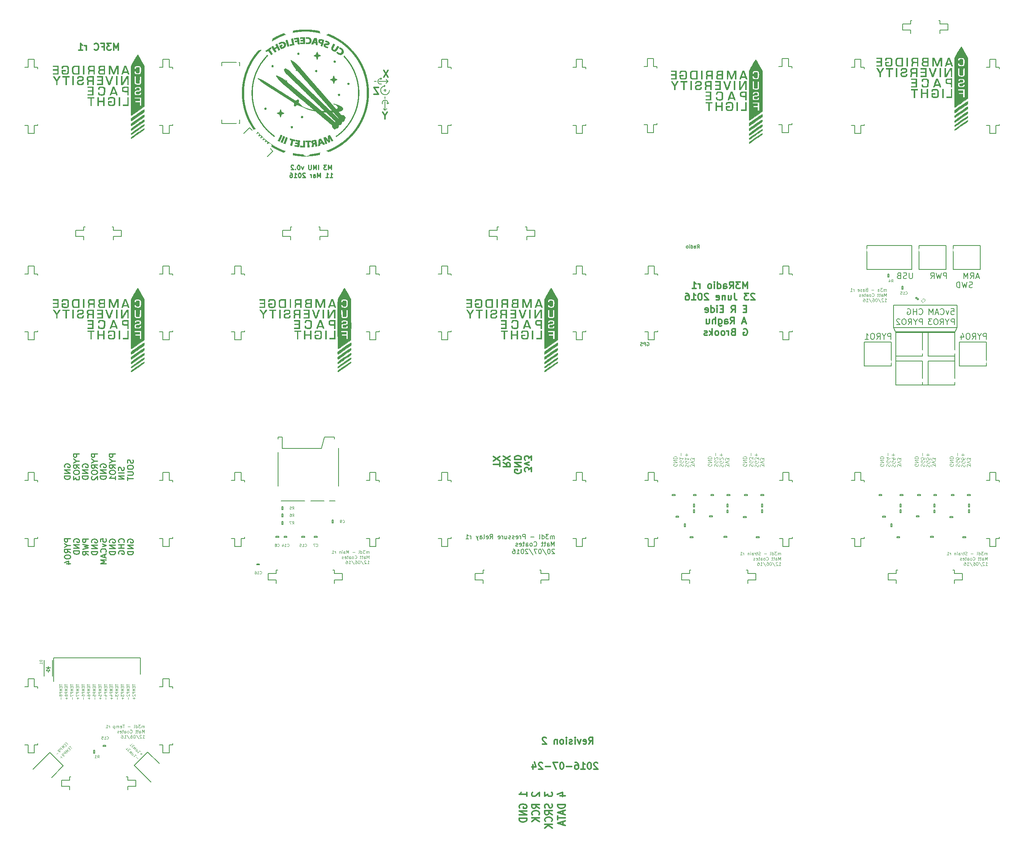
<source format=gbo>
G04 #@! TF.FileFunction,Legend,Bot*
%FSLAX46Y46*%
G04 Gerber Fmt 4.6, Leading zero omitted, Abs format (unit mm)*
G04 Created by KiCad (PCBNEW 4.1.0-alpha+201605071002+6776~44~ubuntu14.04.1-product) date Mon 25 Jul 2016 09:44:22 BST*
%MOMM*%
%LPD*%
G01*
G04 APERTURE LIST*
%ADD10C,0.100000*%
%ADD11C,0.300000*%
%ADD12C,0.250000*%
%ADD13C,0.200000*%
%ADD14C,0.187500*%
%ADD15C,0.170000*%
%ADD16C,0.120000*%
%ADD17C,0.150000*%
%ADD18C,0.010000*%
%ADD19C,1.000000*%
%ADD20R,2.220000X0.740000*%
%ADD21C,1.200000*%
%ADD22R,1.370000X0.500000*%
%ADD23C,1.588000*%
%ADD24C,2.100000*%
%ADD25C,1.000000*%
%ADD26C,6.300000*%
%ADD27C,0.600000*%
%ADD28R,0.740000X2.220000*%
%ADD29C,1.500000*%
%ADD30C,1.100000*%
%ADD31C,1.600000*%
%ADD32C,0.787000*%
%ADD33R,0.750000X0.900000*%
%ADD34R,0.620000X0.620000*%
%ADD35R,0.700000X1.100000*%
%ADD36R,1.140000X1.830000*%
%ADD37R,0.860000X2.800000*%
%ADD38R,0.700000X3.330000*%
%ADD39R,0.900000X0.930000*%
%ADD40R,1.050000X0.780000*%
%ADD41R,0.900000X0.750000*%
%ADD42R,0.800000X0.800000*%
%ADD43O,0.800000X0.800000*%
%ADD44R,0.950000X1.000000*%
%ADD45C,0.800000*%
%ADD46R,1.220000X0.910000*%
%ADD47R,1.000000X0.950000*%
%ADD48R,1.727200X2.032000*%
%ADD49O,1.727200X2.032000*%
%ADD50O,1.000000X1.250000*%
%ADD51O,1.000000X1.900000*%
G04 APERTURE END LIST*
D10*
D11*
X56357142Y-42678571D02*
X56357142Y-41178571D01*
X55857142Y-42250000D01*
X55357142Y-41178571D01*
X55357142Y-42678571D01*
X54785714Y-41178571D02*
X53857142Y-41178571D01*
X54357142Y-41750000D01*
X54142857Y-41750000D01*
X54000000Y-41821428D01*
X53928571Y-41892857D01*
X53857142Y-42035714D01*
X53857142Y-42392857D01*
X53928571Y-42535714D01*
X54000000Y-42607142D01*
X54142857Y-42678571D01*
X54571428Y-42678571D01*
X54714285Y-42607142D01*
X54785714Y-42535714D01*
X52714285Y-41892857D02*
X53214285Y-41892857D01*
X53214285Y-42678571D02*
X53214285Y-41178571D01*
X52500000Y-41178571D01*
X51071428Y-42535714D02*
X51142857Y-42607142D01*
X51357142Y-42678571D01*
X51500000Y-42678571D01*
X51714285Y-42607142D01*
X51857142Y-42464285D01*
X51928571Y-42321428D01*
X52000000Y-42035714D01*
X52000000Y-41821428D01*
X51928571Y-41535714D01*
X51857142Y-41392857D01*
X51714285Y-41250000D01*
X51500000Y-41178571D01*
X51357142Y-41178571D01*
X51142857Y-41250000D01*
X51071428Y-41321428D01*
X49285714Y-42678571D02*
X49285714Y-41678571D01*
X49285714Y-41964285D02*
X49214285Y-41821428D01*
X49142857Y-41750000D01*
X49000000Y-41678571D01*
X48857142Y-41678571D01*
X47571428Y-42678571D02*
X48428571Y-42678571D01*
X48000000Y-42678571D02*
X48000000Y-41178571D01*
X48142857Y-41392857D01*
X48285714Y-41535714D01*
X48428571Y-41607142D01*
D12*
X103776190Y-69302380D02*
X103776190Y-68302380D01*
X103442857Y-69016666D01*
X103109523Y-68302380D01*
X103109523Y-69302380D01*
X102728571Y-68302380D02*
X102109523Y-68302380D01*
X102442857Y-68683333D01*
X102300000Y-68683333D01*
X102204761Y-68730952D01*
X102157142Y-68778571D01*
X102109523Y-68873809D01*
X102109523Y-69111904D01*
X102157142Y-69207142D01*
X102204761Y-69254761D01*
X102300000Y-69302380D01*
X102585714Y-69302380D01*
X102680952Y-69254761D01*
X102728571Y-69207142D01*
X100919047Y-69302380D02*
X100919047Y-68302380D01*
X100442857Y-69302380D02*
X100442857Y-68302380D01*
X100109523Y-69016666D01*
X99776190Y-68302380D01*
X99776190Y-69302380D01*
X99300000Y-68302380D02*
X99300000Y-69111904D01*
X99252380Y-69207142D01*
X99204761Y-69254761D01*
X99109523Y-69302380D01*
X98919047Y-69302380D01*
X98823809Y-69254761D01*
X98776190Y-69207142D01*
X98728571Y-69111904D01*
X98728571Y-68302380D01*
X97585714Y-68635714D02*
X97347619Y-69302380D01*
X97109523Y-68635714D01*
X96538095Y-68302380D02*
X96442857Y-68302380D01*
X96347619Y-68350000D01*
X96300000Y-68397619D01*
X96252380Y-68492857D01*
X96204761Y-68683333D01*
X96204761Y-68921428D01*
X96252380Y-69111904D01*
X96300000Y-69207142D01*
X96347619Y-69254761D01*
X96442857Y-69302380D01*
X96538095Y-69302380D01*
X96633333Y-69254761D01*
X96680952Y-69207142D01*
X96728571Y-69111904D01*
X96776190Y-68921428D01*
X96776190Y-68683333D01*
X96728571Y-68492857D01*
X96680952Y-68397619D01*
X96633333Y-68350000D01*
X96538095Y-68302380D01*
X95776190Y-69207142D02*
X95728571Y-69254761D01*
X95776190Y-69302380D01*
X95823809Y-69254761D01*
X95776190Y-69207142D01*
X95776190Y-69302380D01*
X95347619Y-68397619D02*
X95300000Y-68350000D01*
X95204761Y-68302380D01*
X94966666Y-68302380D01*
X94871428Y-68350000D01*
X94823809Y-68397619D01*
X94776190Y-68492857D01*
X94776190Y-68588095D01*
X94823809Y-68730952D01*
X95395238Y-69302380D01*
X94776190Y-69302380D01*
X103490476Y-71052380D02*
X104061904Y-71052380D01*
X103776190Y-71052380D02*
X103776190Y-70052380D01*
X103871428Y-70195238D01*
X103966666Y-70290476D01*
X104061904Y-70338095D01*
X102538095Y-71052380D02*
X103109523Y-71052380D01*
X102823809Y-71052380D02*
X102823809Y-70052380D01*
X102919047Y-70195238D01*
X103014285Y-70290476D01*
X103109523Y-70338095D01*
X101347619Y-71052380D02*
X101347619Y-70052380D01*
X101014285Y-70766666D01*
X100680952Y-70052380D01*
X100680952Y-71052380D01*
X99776190Y-71052380D02*
X99776190Y-70528571D01*
X99823809Y-70433333D01*
X99919047Y-70385714D01*
X100109523Y-70385714D01*
X100204761Y-70433333D01*
X99776190Y-71004761D02*
X99871428Y-71052380D01*
X100109523Y-71052380D01*
X100204761Y-71004761D01*
X100252380Y-70909523D01*
X100252380Y-70814285D01*
X100204761Y-70719047D01*
X100109523Y-70671428D01*
X99871428Y-70671428D01*
X99776190Y-70623809D01*
X99300000Y-71052380D02*
X99300000Y-70385714D01*
X99300000Y-70576190D02*
X99252380Y-70480952D01*
X99204761Y-70433333D01*
X99109523Y-70385714D01*
X99014285Y-70385714D01*
X97966666Y-70147619D02*
X97919047Y-70100000D01*
X97823809Y-70052380D01*
X97585714Y-70052380D01*
X97490476Y-70100000D01*
X97442857Y-70147619D01*
X97395238Y-70242857D01*
X97395238Y-70338095D01*
X97442857Y-70480952D01*
X98014285Y-71052380D01*
X97395238Y-71052380D01*
X96776190Y-70052380D02*
X96680952Y-70052380D01*
X96585714Y-70100000D01*
X96538095Y-70147619D01*
X96490476Y-70242857D01*
X96442857Y-70433333D01*
X96442857Y-70671428D01*
X96490476Y-70861904D01*
X96538095Y-70957142D01*
X96585714Y-71004761D01*
X96680952Y-71052380D01*
X96776190Y-71052380D01*
X96871428Y-71004761D01*
X96919047Y-70957142D01*
X96966666Y-70861904D01*
X97014285Y-70671428D01*
X97014285Y-70433333D01*
X96966666Y-70242857D01*
X96919047Y-70147619D01*
X96871428Y-70100000D01*
X96776190Y-70052380D01*
X95490476Y-71052380D02*
X96061904Y-71052380D01*
X95776190Y-71052380D02*
X95776190Y-70052380D01*
X95871428Y-70195238D01*
X95966666Y-70290476D01*
X96061904Y-70338095D01*
X94633333Y-70052380D02*
X94823809Y-70052380D01*
X94919047Y-70100000D01*
X94966666Y-70147619D01*
X95061904Y-70290476D01*
X95109523Y-70480952D01*
X95109523Y-70861904D01*
X95061904Y-70957142D01*
X95014285Y-71004761D01*
X94919047Y-71052380D01*
X94728571Y-71052380D01*
X94633333Y-71004761D01*
X94585714Y-70957142D01*
X94538095Y-70861904D01*
X94538095Y-70623809D01*
X94585714Y-70528571D01*
X94633333Y-70480952D01*
X94728571Y-70433333D01*
X94919047Y-70433333D01*
X95014285Y-70480952D01*
X95061904Y-70528571D01*
X95109523Y-70623809D01*
D13*
X114975000Y-49050000D02*
X114775000Y-49250000D01*
D11*
X114250000Y-50978571D02*
X113250000Y-50978571D01*
X114250000Y-52478571D01*
X113250000Y-52478571D01*
X116450000Y-47178571D02*
X115450000Y-48678571D01*
X115450000Y-47178571D02*
X116450000Y-48678571D01*
X115750000Y-57289285D02*
X115750000Y-58003571D01*
X116250000Y-56503571D02*
X115750000Y-57289285D01*
X115250000Y-56503571D01*
D13*
X116418580Y-49650000D02*
X116018580Y-49250000D01*
X116418580Y-49650000D02*
X116018580Y-50050000D01*
X116375000Y-49650000D02*
X114375000Y-49650000D01*
X114775000Y-48850000D02*
X114975000Y-49050000D01*
X114975000Y-49050000D02*
G75*
G03X114975000Y-50250000I-200000J-600000D01*
G01*
X113775000Y-49650000D02*
X113375000Y-49650000D01*
X115750000Y-50650000D02*
X115600000Y-50850000D01*
X115750000Y-50650000D02*
X115550000Y-50450000D01*
X115750000Y-50650000D02*
G75*
G03X116750000Y-51650000I0J-1000000D01*
G01*
X115950000Y-51650000D02*
G75*
G03X115950000Y-51650000I-200000J0D01*
G01*
X115750000Y-53450000D02*
X115750000Y-53050000D01*
X116350000Y-54675000D02*
X116150000Y-54475000D01*
X116550000Y-54475000D02*
X116350000Y-54675000D01*
X116350000Y-54650000D02*
G75*
G03X115150000Y-54650000I-600000J200000D01*
G01*
X115750000Y-56093580D02*
X116150000Y-55693580D01*
X115750000Y-56093580D02*
X115350000Y-55693580D01*
X115750000Y-56050000D02*
X115750000Y-54050000D01*
D11*
X196407142Y-95803571D02*
X196407142Y-94303571D01*
X195907142Y-95375000D01*
X195407142Y-94303571D01*
X195407142Y-95803571D01*
X194835714Y-94303571D02*
X193907142Y-94303571D01*
X194407142Y-94875000D01*
X194192857Y-94875000D01*
X194050000Y-94946428D01*
X193978571Y-95017857D01*
X193907142Y-95160714D01*
X193907142Y-95517857D01*
X193978571Y-95660714D01*
X194050000Y-95732142D01*
X194192857Y-95803571D01*
X194621428Y-95803571D01*
X194764285Y-95732142D01*
X194835714Y-95660714D01*
X192407142Y-95803571D02*
X192907142Y-95089285D01*
X193264285Y-95803571D02*
X193264285Y-94303571D01*
X192692857Y-94303571D01*
X192550000Y-94375000D01*
X192478571Y-94446428D01*
X192407142Y-94589285D01*
X192407142Y-94803571D01*
X192478571Y-94946428D01*
X192550000Y-95017857D01*
X192692857Y-95089285D01*
X193264285Y-95089285D01*
X191121428Y-95803571D02*
X191121428Y-95017857D01*
X191192857Y-94875000D01*
X191335714Y-94803571D01*
X191621428Y-94803571D01*
X191764285Y-94875000D01*
X191121428Y-95732142D02*
X191264285Y-95803571D01*
X191621428Y-95803571D01*
X191764285Y-95732142D01*
X191835714Y-95589285D01*
X191835714Y-95446428D01*
X191764285Y-95303571D01*
X191621428Y-95232142D01*
X191264285Y-95232142D01*
X191121428Y-95160714D01*
X189764285Y-95803571D02*
X189764285Y-94303571D01*
X189764285Y-95732142D02*
X189907142Y-95803571D01*
X190192857Y-95803571D01*
X190335714Y-95732142D01*
X190407142Y-95660714D01*
X190478571Y-95517857D01*
X190478571Y-95089285D01*
X190407142Y-94946428D01*
X190335714Y-94875000D01*
X190192857Y-94803571D01*
X189907142Y-94803571D01*
X189764285Y-94875000D01*
X189050000Y-95803571D02*
X189050000Y-94803571D01*
X189050000Y-94303571D02*
X189121428Y-94375000D01*
X189050000Y-94446428D01*
X188978571Y-94375000D01*
X189050000Y-94303571D01*
X189050000Y-94446428D01*
X188121428Y-95803571D02*
X188264285Y-95732142D01*
X188335714Y-95660714D01*
X188407142Y-95517857D01*
X188407142Y-95089285D01*
X188335714Y-94946428D01*
X188264285Y-94875000D01*
X188121428Y-94803571D01*
X187907142Y-94803571D01*
X187764285Y-94875000D01*
X187692857Y-94946428D01*
X187621428Y-95089285D01*
X187621428Y-95517857D01*
X187692857Y-95660714D01*
X187764285Y-95732142D01*
X187907142Y-95803571D01*
X188121428Y-95803571D01*
X185835714Y-95803571D02*
X185835714Y-94803571D01*
X185835714Y-95089285D02*
X185764285Y-94946428D01*
X185692857Y-94875000D01*
X185550000Y-94803571D01*
X185407142Y-94803571D01*
X184121428Y-95803571D02*
X184978571Y-95803571D01*
X184550000Y-95803571D02*
X184550000Y-94303571D01*
X184692857Y-94517857D01*
X184835714Y-94660714D01*
X184978571Y-94732142D01*
X198014285Y-96996428D02*
X197942857Y-96925000D01*
X197800000Y-96853571D01*
X197442857Y-96853571D01*
X197300000Y-96925000D01*
X197228571Y-96996428D01*
X197157142Y-97139285D01*
X197157142Y-97282142D01*
X197228571Y-97496428D01*
X198085714Y-98353571D01*
X197157142Y-98353571D01*
X196657142Y-96853571D02*
X195728571Y-96853571D01*
X196228571Y-97425000D01*
X196014285Y-97425000D01*
X195871428Y-97496428D01*
X195800000Y-97567857D01*
X195728571Y-97710714D01*
X195728571Y-98067857D01*
X195800000Y-98210714D01*
X195871428Y-98282142D01*
X196014285Y-98353571D01*
X196442857Y-98353571D01*
X196585714Y-98282142D01*
X196657142Y-98210714D01*
X193514285Y-96853571D02*
X193514285Y-97925000D01*
X193585714Y-98139285D01*
X193728571Y-98282142D01*
X193942857Y-98353571D01*
X194085714Y-98353571D01*
X192157142Y-97353571D02*
X192157142Y-98353571D01*
X192800000Y-97353571D02*
X192800000Y-98139285D01*
X192728571Y-98282142D01*
X192585714Y-98353571D01*
X192371428Y-98353571D01*
X192228571Y-98282142D01*
X192157142Y-98210714D01*
X191442857Y-97353571D02*
X191442857Y-98353571D01*
X191442857Y-97496428D02*
X191371428Y-97425000D01*
X191228571Y-97353571D01*
X191014285Y-97353571D01*
X190871428Y-97425000D01*
X190800000Y-97567857D01*
X190800000Y-98353571D01*
X189514285Y-98282142D02*
X189657142Y-98353571D01*
X189942857Y-98353571D01*
X190085714Y-98282142D01*
X190157142Y-98139285D01*
X190157142Y-97567857D01*
X190085714Y-97425000D01*
X189942857Y-97353571D01*
X189657142Y-97353571D01*
X189514285Y-97425000D01*
X189442857Y-97567857D01*
X189442857Y-97710714D01*
X190157142Y-97853571D01*
X187728571Y-96996428D02*
X187657142Y-96925000D01*
X187514285Y-96853571D01*
X187157142Y-96853571D01*
X187014285Y-96925000D01*
X186942857Y-96996428D01*
X186871428Y-97139285D01*
X186871428Y-97282142D01*
X186942857Y-97496428D01*
X187800000Y-98353571D01*
X186871428Y-98353571D01*
X185942857Y-96853571D02*
X185800000Y-96853571D01*
X185657142Y-96925000D01*
X185585714Y-96996428D01*
X185514285Y-97139285D01*
X185442857Y-97425000D01*
X185442857Y-97782142D01*
X185514285Y-98067857D01*
X185585714Y-98210714D01*
X185657142Y-98282142D01*
X185800000Y-98353571D01*
X185942857Y-98353571D01*
X186085714Y-98282142D01*
X186157142Y-98210714D01*
X186228571Y-98067857D01*
X186300000Y-97782142D01*
X186300000Y-97425000D01*
X186228571Y-97139285D01*
X186157142Y-96996428D01*
X186085714Y-96925000D01*
X185942857Y-96853571D01*
X184014285Y-98353571D02*
X184871428Y-98353571D01*
X184442857Y-98353571D02*
X184442857Y-96853571D01*
X184585714Y-97067857D01*
X184728571Y-97210714D01*
X184871428Y-97282142D01*
X182728571Y-96853571D02*
X183014285Y-96853571D01*
X183157142Y-96925000D01*
X183228571Y-96996428D01*
X183371428Y-97210714D01*
X183442857Y-97496428D01*
X183442857Y-98067857D01*
X183371428Y-98210714D01*
X183300000Y-98282142D01*
X183157142Y-98353571D01*
X182871428Y-98353571D01*
X182728571Y-98282142D01*
X182657142Y-98210714D01*
X182585714Y-98067857D01*
X182585714Y-97710714D01*
X182657142Y-97567857D01*
X182728571Y-97496428D01*
X182871428Y-97425000D01*
X183157142Y-97425000D01*
X183300000Y-97496428D01*
X183371428Y-97567857D01*
X183442857Y-97710714D01*
X196171428Y-100342857D02*
X195671428Y-100342857D01*
X195457142Y-101128571D02*
X196171428Y-101128571D01*
X196171428Y-99628571D01*
X195457142Y-99628571D01*
X192814285Y-101128571D02*
X193314285Y-100414285D01*
X193671428Y-101128571D02*
X193671428Y-99628571D01*
X193100000Y-99628571D01*
X192957142Y-99700000D01*
X192885714Y-99771428D01*
X192814285Y-99914285D01*
X192814285Y-100128571D01*
X192885714Y-100271428D01*
X192957142Y-100342857D01*
X193100000Y-100414285D01*
X193671428Y-100414285D01*
X191028571Y-100342857D02*
X190528571Y-100342857D01*
X190314285Y-101128571D02*
X191028571Y-101128571D01*
X191028571Y-99628571D01*
X190314285Y-99628571D01*
X189671428Y-101128571D02*
X189671428Y-100128571D01*
X189671428Y-99628571D02*
X189742857Y-99700000D01*
X189671428Y-99771428D01*
X189600000Y-99700000D01*
X189671428Y-99628571D01*
X189671428Y-99771428D01*
X188314285Y-101128571D02*
X188314285Y-99628571D01*
X188314285Y-101057142D02*
X188457142Y-101128571D01*
X188742857Y-101128571D01*
X188885714Y-101057142D01*
X188957142Y-100985714D01*
X189028571Y-100842857D01*
X189028571Y-100414285D01*
X188957142Y-100271428D01*
X188885714Y-100200000D01*
X188742857Y-100128571D01*
X188457142Y-100128571D01*
X188314285Y-100200000D01*
X187028571Y-101057142D02*
X187171428Y-101128571D01*
X187457142Y-101128571D01*
X187600000Y-101057142D01*
X187671428Y-100914285D01*
X187671428Y-100342857D01*
X187600000Y-100200000D01*
X187457142Y-100128571D01*
X187171428Y-100128571D01*
X187028571Y-100200000D01*
X186957142Y-100342857D01*
X186957142Y-100485714D01*
X187671428Y-100628571D01*
X195992857Y-103250000D02*
X195278571Y-103250000D01*
X196135714Y-103678571D02*
X195635714Y-102178571D01*
X195135714Y-103678571D01*
X192635714Y-103678571D02*
X193135714Y-102964285D01*
X193492857Y-103678571D02*
X193492857Y-102178571D01*
X192921428Y-102178571D01*
X192778571Y-102250000D01*
X192707142Y-102321428D01*
X192635714Y-102464285D01*
X192635714Y-102678571D01*
X192707142Y-102821428D01*
X192778571Y-102892857D01*
X192921428Y-102964285D01*
X193492857Y-102964285D01*
X191350000Y-103678571D02*
X191350000Y-102892857D01*
X191421428Y-102750000D01*
X191564285Y-102678571D01*
X191850000Y-102678571D01*
X191992857Y-102750000D01*
X191350000Y-103607142D02*
X191492857Y-103678571D01*
X191850000Y-103678571D01*
X191992857Y-103607142D01*
X192064285Y-103464285D01*
X192064285Y-103321428D01*
X191992857Y-103178571D01*
X191850000Y-103107142D01*
X191492857Y-103107142D01*
X191350000Y-103035714D01*
X189992857Y-102678571D02*
X189992857Y-103892857D01*
X190064285Y-104035714D01*
X190135714Y-104107142D01*
X190278571Y-104178571D01*
X190492857Y-104178571D01*
X190635714Y-104107142D01*
X189992857Y-103607142D02*
X190135714Y-103678571D01*
X190421428Y-103678571D01*
X190564285Y-103607142D01*
X190635714Y-103535714D01*
X190707142Y-103392857D01*
X190707142Y-102964285D01*
X190635714Y-102821428D01*
X190564285Y-102750000D01*
X190421428Y-102678571D01*
X190135714Y-102678571D01*
X189992857Y-102750000D01*
X189278571Y-103678571D02*
X189278571Y-102178571D01*
X188635714Y-103678571D02*
X188635714Y-102892857D01*
X188707142Y-102750000D01*
X188850000Y-102678571D01*
X189064285Y-102678571D01*
X189207142Y-102750000D01*
X189278571Y-102821428D01*
X187278571Y-102678571D02*
X187278571Y-103678571D01*
X187921428Y-102678571D02*
X187921428Y-103464285D01*
X187850000Y-103607142D01*
X187707142Y-103678571D01*
X187492857Y-103678571D01*
X187350000Y-103607142D01*
X187278571Y-103535714D01*
X195564285Y-104800000D02*
X195707142Y-104728571D01*
X195921428Y-104728571D01*
X196135714Y-104800000D01*
X196278571Y-104942857D01*
X196350000Y-105085714D01*
X196421428Y-105371428D01*
X196421428Y-105585714D01*
X196350000Y-105871428D01*
X196278571Y-106014285D01*
X196135714Y-106157142D01*
X195921428Y-106228571D01*
X195778571Y-106228571D01*
X195564285Y-106157142D01*
X195492857Y-106085714D01*
X195492857Y-105585714D01*
X195778571Y-105585714D01*
X193207142Y-105442857D02*
X192992857Y-105514285D01*
X192921428Y-105585714D01*
X192850000Y-105728571D01*
X192850000Y-105942857D01*
X192921428Y-106085714D01*
X192992857Y-106157142D01*
X193135714Y-106228571D01*
X193707142Y-106228571D01*
X193707142Y-104728571D01*
X193207142Y-104728571D01*
X193064285Y-104800000D01*
X192992857Y-104871428D01*
X192921428Y-105014285D01*
X192921428Y-105157142D01*
X192992857Y-105300000D01*
X193064285Y-105371428D01*
X193207142Y-105442857D01*
X193707142Y-105442857D01*
X192207142Y-106228571D02*
X192207142Y-105228571D01*
X192207142Y-105514285D02*
X192135714Y-105371428D01*
X192064285Y-105300000D01*
X191921428Y-105228571D01*
X191778571Y-105228571D01*
X191064285Y-106228571D02*
X191207142Y-106157142D01*
X191278571Y-106085714D01*
X191350000Y-105942857D01*
X191350000Y-105514285D01*
X191278571Y-105371428D01*
X191207142Y-105300000D01*
X191064285Y-105228571D01*
X190850000Y-105228571D01*
X190707142Y-105300000D01*
X190635714Y-105371428D01*
X190564285Y-105514285D01*
X190564285Y-105942857D01*
X190635714Y-106085714D01*
X190707142Y-106157142D01*
X190850000Y-106228571D01*
X191064285Y-106228571D01*
X189707142Y-106228571D02*
X189850000Y-106157142D01*
X189921428Y-106085714D01*
X189992857Y-105942857D01*
X189992857Y-105514285D01*
X189921428Y-105371428D01*
X189850000Y-105300000D01*
X189707142Y-105228571D01*
X189492857Y-105228571D01*
X189350000Y-105300000D01*
X189278571Y-105371428D01*
X189207142Y-105514285D01*
X189207142Y-105942857D01*
X189278571Y-106085714D01*
X189350000Y-106157142D01*
X189492857Y-106228571D01*
X189707142Y-106228571D01*
X188564285Y-106228571D02*
X188564285Y-104728571D01*
X188421428Y-105657142D02*
X187992857Y-106228571D01*
X187992857Y-105228571D02*
X188564285Y-105800000D01*
X187421428Y-106157142D02*
X187278571Y-106228571D01*
X186992857Y-106228571D01*
X186850000Y-106157142D01*
X186778571Y-106014285D01*
X186778571Y-105942857D01*
X186850000Y-105800000D01*
X186992857Y-105728571D01*
X187207142Y-105728571D01*
X187350000Y-105657142D01*
X187421428Y-105514285D01*
X187421428Y-105442857D01*
X187350000Y-105300000D01*
X187207142Y-105228571D01*
X186992857Y-105228571D01*
X186850000Y-105300000D01*
D14*
X185214285Y-86789285D02*
X185464285Y-86432142D01*
X185642857Y-86789285D02*
X185642857Y-86039285D01*
X185357142Y-86039285D01*
X185285714Y-86075000D01*
X185250000Y-86110714D01*
X185214285Y-86182142D01*
X185214285Y-86289285D01*
X185250000Y-86360714D01*
X185285714Y-86396428D01*
X185357142Y-86432142D01*
X185642857Y-86432142D01*
X184571428Y-86789285D02*
X184571428Y-86396428D01*
X184607142Y-86325000D01*
X184678571Y-86289285D01*
X184821428Y-86289285D01*
X184892857Y-86325000D01*
X184571428Y-86753571D02*
X184642857Y-86789285D01*
X184821428Y-86789285D01*
X184892857Y-86753571D01*
X184928571Y-86682142D01*
X184928571Y-86610714D01*
X184892857Y-86539285D01*
X184821428Y-86503571D01*
X184642857Y-86503571D01*
X184571428Y-86467857D01*
X183892857Y-86789285D02*
X183892857Y-86039285D01*
X183892857Y-86753571D02*
X183964285Y-86789285D01*
X184107142Y-86789285D01*
X184178571Y-86753571D01*
X184214285Y-86717857D01*
X184250000Y-86646428D01*
X184250000Y-86432142D01*
X184214285Y-86360714D01*
X184178571Y-86325000D01*
X184107142Y-86289285D01*
X183964285Y-86289285D01*
X183892857Y-86325000D01*
X183535714Y-86789285D02*
X183535714Y-86289285D01*
X183535714Y-86039285D02*
X183571428Y-86075000D01*
X183535714Y-86110714D01*
X183500000Y-86075000D01*
X183535714Y-86039285D01*
X183535714Y-86110714D01*
X183071428Y-86789285D02*
X183142857Y-86753571D01*
X183178571Y-86717857D01*
X183214285Y-86646428D01*
X183214285Y-86432142D01*
X183178571Y-86360714D01*
X183142857Y-86325000D01*
X183071428Y-86289285D01*
X182964285Y-86289285D01*
X182892857Y-86325000D01*
X182857142Y-86360714D01*
X182821428Y-86432142D01*
X182821428Y-86646428D01*
X182857142Y-86717857D01*
X182892857Y-86753571D01*
X182964285Y-86789285D01*
X183071428Y-86789285D01*
X174085714Y-107825000D02*
X174157142Y-107789285D01*
X174264285Y-107789285D01*
X174371428Y-107825000D01*
X174442857Y-107896428D01*
X174478571Y-107967857D01*
X174514285Y-108110714D01*
X174514285Y-108217857D01*
X174478571Y-108360714D01*
X174442857Y-108432142D01*
X174371428Y-108503571D01*
X174264285Y-108539285D01*
X174192857Y-108539285D01*
X174085714Y-108503571D01*
X174050000Y-108467857D01*
X174050000Y-108217857D01*
X174192857Y-108217857D01*
X173728571Y-108539285D02*
X173728571Y-107789285D01*
X173442857Y-107789285D01*
X173371428Y-107825000D01*
X173335714Y-107860714D01*
X173300000Y-107932142D01*
X173300000Y-108039285D01*
X173335714Y-108110714D01*
X173371428Y-108146428D01*
X173442857Y-108182142D01*
X173728571Y-108182142D01*
X173014285Y-108503571D02*
X172907142Y-108539285D01*
X172728571Y-108539285D01*
X172657142Y-108503571D01*
X172621428Y-108467857D01*
X172585714Y-108396428D01*
X172585714Y-108325000D01*
X172621428Y-108253571D01*
X172657142Y-108217857D01*
X172728571Y-108182142D01*
X172871428Y-108146428D01*
X172942857Y-108110714D01*
X172978571Y-108075000D01*
X173014285Y-108003571D01*
X173014285Y-107932142D01*
X172978571Y-107860714D01*
X172942857Y-107825000D01*
X172871428Y-107789285D01*
X172692857Y-107789285D01*
X172585714Y-107825000D01*
D13*
X242600000Y-117250000D02*
X242600000Y-105550000D01*
X229400000Y-117250000D02*
X242600000Y-117250000D01*
X229400000Y-105500000D02*
X229400000Y-117250000D01*
X242125000Y-105475000D02*
X242625000Y-105475000D01*
X238650000Y-105475000D02*
X242125000Y-105475000D01*
X229400000Y-105475000D02*
X238650000Y-105475000D01*
D10*
X227318333Y-96416666D02*
X227318333Y-95950000D01*
X227318333Y-96016666D02*
X227285000Y-95983333D01*
X227218333Y-95950000D01*
X227118333Y-95950000D01*
X227051666Y-95983333D01*
X227018333Y-96050000D01*
X227018333Y-96416666D01*
X227018333Y-96050000D02*
X226985000Y-95983333D01*
X226918333Y-95950000D01*
X226818333Y-95950000D01*
X226751666Y-95983333D01*
X226718333Y-96050000D01*
X226718333Y-96416666D01*
X226451666Y-95716666D02*
X226018333Y-95716666D01*
X226251666Y-95983333D01*
X226151666Y-95983333D01*
X226085000Y-96016666D01*
X226051666Y-96050000D01*
X226018333Y-96116666D01*
X226018333Y-96283333D01*
X226051666Y-96350000D01*
X226085000Y-96383333D01*
X226151666Y-96416666D01*
X226351666Y-96416666D01*
X226418333Y-96383333D01*
X226451666Y-96350000D01*
X225418333Y-96416666D02*
X225418333Y-96050000D01*
X225451666Y-95983333D01*
X225518333Y-95950000D01*
X225651666Y-95950000D01*
X225718333Y-95983333D01*
X225418333Y-96383333D02*
X225485000Y-96416666D01*
X225651666Y-96416666D01*
X225718333Y-96383333D01*
X225751666Y-96316666D01*
X225751666Y-96250000D01*
X225718333Y-96183333D01*
X225651666Y-96150000D01*
X225485000Y-96150000D01*
X225418333Y-96116666D01*
X224551666Y-96150000D02*
X224018333Y-96150000D01*
X222918333Y-96050000D02*
X222818333Y-96083333D01*
X222785000Y-96116666D01*
X222751666Y-96183333D01*
X222751666Y-96283333D01*
X222785000Y-96350000D01*
X222818333Y-96383333D01*
X222885000Y-96416666D01*
X223151666Y-96416666D01*
X223151666Y-95716666D01*
X222918333Y-95716666D01*
X222851666Y-95750000D01*
X222818333Y-95783333D01*
X222785000Y-95850000D01*
X222785000Y-95916666D01*
X222818333Y-95983333D01*
X222851666Y-96016666D01*
X222918333Y-96050000D01*
X223151666Y-96050000D01*
X222151666Y-96416666D02*
X222151666Y-96050000D01*
X222185000Y-95983333D01*
X222251666Y-95950000D01*
X222385000Y-95950000D01*
X222451666Y-95983333D01*
X222151666Y-96383333D02*
X222218333Y-96416666D01*
X222385000Y-96416666D01*
X222451666Y-96383333D01*
X222485000Y-96316666D01*
X222485000Y-96250000D01*
X222451666Y-96183333D01*
X222385000Y-96150000D01*
X222218333Y-96150000D01*
X222151666Y-96116666D01*
X221851666Y-96383333D02*
X221785000Y-96416666D01*
X221651666Y-96416666D01*
X221585000Y-96383333D01*
X221551666Y-96316666D01*
X221551666Y-96283333D01*
X221585000Y-96216666D01*
X221651666Y-96183333D01*
X221751666Y-96183333D01*
X221818333Y-96150000D01*
X221851666Y-96083333D01*
X221851666Y-96050000D01*
X221818333Y-95983333D01*
X221751666Y-95950000D01*
X221651666Y-95950000D01*
X221585000Y-95983333D01*
X220985000Y-96383333D02*
X221051666Y-96416666D01*
X221185000Y-96416666D01*
X221251666Y-96383333D01*
X221285000Y-96316666D01*
X221285000Y-96050000D01*
X221251666Y-95983333D01*
X221185000Y-95950000D01*
X221051666Y-95950000D01*
X220985000Y-95983333D01*
X220951666Y-96050000D01*
X220951666Y-96116666D01*
X221285000Y-96183333D01*
X220118333Y-96416666D02*
X220118333Y-95950000D01*
X220118333Y-96083333D02*
X220085000Y-96016666D01*
X220051666Y-95983333D01*
X219985000Y-95950000D01*
X219918333Y-95950000D01*
X219318333Y-96416666D02*
X219718333Y-96416666D01*
X219518333Y-96416666D02*
X219518333Y-95716666D01*
X219585000Y-95816666D01*
X219651666Y-95883333D01*
X219718333Y-95916666D01*
X227318333Y-97566666D02*
X227318333Y-96866666D01*
X227085000Y-97366666D01*
X226851666Y-96866666D01*
X226851666Y-97566666D01*
X226218333Y-97566666D02*
X226218333Y-97200000D01*
X226251666Y-97133333D01*
X226318333Y-97100000D01*
X226451666Y-97100000D01*
X226518333Y-97133333D01*
X226218333Y-97533333D02*
X226285000Y-97566666D01*
X226451666Y-97566666D01*
X226518333Y-97533333D01*
X226551666Y-97466666D01*
X226551666Y-97400000D01*
X226518333Y-97333333D01*
X226451666Y-97300000D01*
X226285000Y-97300000D01*
X226218333Y-97266666D01*
X225985000Y-97100000D02*
X225718333Y-97100000D01*
X225885000Y-96866666D02*
X225885000Y-97466666D01*
X225851666Y-97533333D01*
X225785000Y-97566666D01*
X225718333Y-97566666D01*
X225585000Y-97100000D02*
X225318333Y-97100000D01*
X225485000Y-96866666D02*
X225485000Y-97466666D01*
X225451666Y-97533333D01*
X225385000Y-97566666D01*
X225318333Y-97566666D01*
X224151666Y-97500000D02*
X224185000Y-97533333D01*
X224285000Y-97566666D01*
X224351666Y-97566666D01*
X224451666Y-97533333D01*
X224518333Y-97466666D01*
X224551666Y-97400000D01*
X224585000Y-97266666D01*
X224585000Y-97166666D01*
X224551666Y-97033333D01*
X224518333Y-96966666D01*
X224451666Y-96900000D01*
X224351666Y-96866666D01*
X224285000Y-96866666D01*
X224185000Y-96900000D01*
X224151666Y-96933333D01*
X223751666Y-97566666D02*
X223818333Y-97533333D01*
X223851666Y-97500000D01*
X223885000Y-97433333D01*
X223885000Y-97233333D01*
X223851666Y-97166666D01*
X223818333Y-97133333D01*
X223751666Y-97100000D01*
X223651666Y-97100000D01*
X223585000Y-97133333D01*
X223551666Y-97166666D01*
X223518333Y-97233333D01*
X223518333Y-97433333D01*
X223551666Y-97500000D01*
X223585000Y-97533333D01*
X223651666Y-97566666D01*
X223751666Y-97566666D01*
X222918333Y-97566666D02*
X222918333Y-97200000D01*
X222951666Y-97133333D01*
X223018333Y-97100000D01*
X223151666Y-97100000D01*
X223218333Y-97133333D01*
X222918333Y-97533333D02*
X222985000Y-97566666D01*
X223151666Y-97566666D01*
X223218333Y-97533333D01*
X223251666Y-97466666D01*
X223251666Y-97400000D01*
X223218333Y-97333333D01*
X223151666Y-97300000D01*
X222985000Y-97300000D01*
X222918333Y-97266666D01*
X222685000Y-97100000D02*
X222418333Y-97100000D01*
X222585000Y-96866666D02*
X222585000Y-97466666D01*
X222551666Y-97533333D01*
X222485000Y-97566666D01*
X222418333Y-97566666D01*
X221918333Y-97533333D02*
X221985000Y-97566666D01*
X222118333Y-97566666D01*
X222185000Y-97533333D01*
X222218333Y-97466666D01*
X222218333Y-97200000D01*
X222185000Y-97133333D01*
X222118333Y-97100000D01*
X221985000Y-97100000D01*
X221918333Y-97133333D01*
X221885000Y-97200000D01*
X221885000Y-97266666D01*
X222218333Y-97333333D01*
X221618333Y-97533333D02*
X221551666Y-97566666D01*
X221418333Y-97566666D01*
X221351666Y-97533333D01*
X221318333Y-97466666D01*
X221318333Y-97433333D01*
X221351666Y-97366666D01*
X221418333Y-97333333D01*
X221518333Y-97333333D01*
X221585000Y-97300000D01*
X221618333Y-97233333D01*
X221618333Y-97200000D01*
X221585000Y-97133333D01*
X221518333Y-97100000D01*
X221418333Y-97100000D01*
X221351666Y-97133333D01*
X226951666Y-98716666D02*
X227351666Y-98716666D01*
X227151666Y-98716666D02*
X227151666Y-98016666D01*
X227218333Y-98116666D01*
X227285000Y-98183333D01*
X227351666Y-98216666D01*
X226685000Y-98083333D02*
X226651666Y-98050000D01*
X226585000Y-98016666D01*
X226418333Y-98016666D01*
X226351666Y-98050000D01*
X226318333Y-98083333D01*
X226285000Y-98150000D01*
X226285000Y-98216666D01*
X226318333Y-98316666D01*
X226718333Y-98716666D01*
X226285000Y-98716666D01*
X225485000Y-97983333D02*
X226085000Y-98883333D01*
X225118333Y-98016666D02*
X225051666Y-98016666D01*
X224985000Y-98050000D01*
X224951666Y-98083333D01*
X224918333Y-98150000D01*
X224885000Y-98283333D01*
X224885000Y-98450000D01*
X224918333Y-98583333D01*
X224951666Y-98650000D01*
X224985000Y-98683333D01*
X225051666Y-98716666D01*
X225118333Y-98716666D01*
X225185000Y-98683333D01*
X225218333Y-98650000D01*
X225251666Y-98583333D01*
X225285000Y-98450000D01*
X225285000Y-98283333D01*
X225251666Y-98150000D01*
X225218333Y-98083333D01*
X225185000Y-98050000D01*
X225118333Y-98016666D01*
X224285000Y-98016666D02*
X224418333Y-98016666D01*
X224485000Y-98050000D01*
X224518333Y-98083333D01*
X224585000Y-98183333D01*
X224618333Y-98316666D01*
X224618333Y-98583333D01*
X224585000Y-98650000D01*
X224551666Y-98683333D01*
X224485000Y-98716666D01*
X224351666Y-98716666D01*
X224285000Y-98683333D01*
X224251666Y-98650000D01*
X224218333Y-98583333D01*
X224218333Y-98416666D01*
X224251666Y-98350000D01*
X224285000Y-98316666D01*
X224351666Y-98283333D01*
X224485000Y-98283333D01*
X224551666Y-98316666D01*
X224585000Y-98350000D01*
X224618333Y-98416666D01*
X223418333Y-97983333D02*
X224018333Y-98883333D01*
X222818333Y-98716666D02*
X223218333Y-98716666D01*
X223018333Y-98716666D02*
X223018333Y-98016666D01*
X223085000Y-98116666D01*
X223151666Y-98183333D01*
X223218333Y-98216666D01*
X222218333Y-98016666D02*
X222351666Y-98016666D01*
X222418333Y-98050000D01*
X222451666Y-98083333D01*
X222518333Y-98183333D01*
X222551666Y-98316666D01*
X222551666Y-98583333D01*
X222518333Y-98650000D01*
X222485000Y-98683333D01*
X222418333Y-98716666D01*
X222285000Y-98716666D01*
X222218333Y-98683333D01*
X222185000Y-98650000D01*
X222151666Y-98583333D01*
X222151666Y-98416666D01*
X222185000Y-98350000D01*
X222218333Y-98316666D01*
X222285000Y-98283333D01*
X222418333Y-98283333D01*
X222485000Y-98316666D01*
X222518333Y-98350000D01*
X222551666Y-98416666D01*
D15*
X246489285Y-95551190D02*
X246303571Y-95613095D01*
X245994047Y-95613095D01*
X245870238Y-95551190D01*
X245808333Y-95489285D01*
X245746428Y-95365476D01*
X245746428Y-95241666D01*
X245808333Y-95117857D01*
X245870238Y-95055952D01*
X245994047Y-94994047D01*
X246241666Y-94932142D01*
X246365476Y-94870238D01*
X246427380Y-94808333D01*
X246489285Y-94684523D01*
X246489285Y-94560714D01*
X246427380Y-94436904D01*
X246365476Y-94375000D01*
X246241666Y-94313095D01*
X245932142Y-94313095D01*
X245746428Y-94375000D01*
X245313095Y-94313095D02*
X245003571Y-95613095D01*
X244755952Y-94684523D01*
X244508333Y-95613095D01*
X244198809Y-94313095D01*
X243703571Y-95613095D02*
X243703571Y-94313095D01*
X243394047Y-94313095D01*
X243208333Y-94375000D01*
X243084523Y-94498809D01*
X243022619Y-94622619D01*
X242960714Y-94870238D01*
X242960714Y-95055952D01*
X243022619Y-95303571D01*
X243084523Y-95427380D01*
X243208333Y-95551190D01*
X243394047Y-95613095D01*
X243703571Y-95613095D01*
D13*
X243100000Y-99500000D02*
X228900000Y-99500000D01*
X242600000Y-105600000D02*
X243100000Y-104500000D01*
X229400000Y-105600000D02*
X242600000Y-105600000D01*
X228900000Y-104500000D02*
X229400000Y-105600000D01*
X243100000Y-104500000D02*
X228900000Y-104500000D01*
X243100000Y-99500000D02*
X243100000Y-104500000D01*
X228900000Y-104500000D02*
X228900000Y-99500000D01*
D15*
X249597619Y-107088095D02*
X249597619Y-105788095D01*
X249102380Y-105788095D01*
X248978571Y-105850000D01*
X248916666Y-105911904D01*
X248854761Y-106035714D01*
X248854761Y-106221428D01*
X248916666Y-106345238D01*
X248978571Y-106407142D01*
X249102380Y-106469047D01*
X249597619Y-106469047D01*
X248050000Y-106469047D02*
X248050000Y-107088095D01*
X248483333Y-105788095D02*
X248050000Y-106469047D01*
X247616666Y-105788095D01*
X246440476Y-107088095D02*
X246873809Y-106469047D01*
X247183333Y-107088095D02*
X247183333Y-105788095D01*
X246688095Y-105788095D01*
X246564285Y-105850000D01*
X246502380Y-105911904D01*
X246440476Y-106035714D01*
X246440476Y-106221428D01*
X246502380Y-106345238D01*
X246564285Y-106407142D01*
X246688095Y-106469047D01*
X247183333Y-106469047D01*
X245635714Y-105788095D02*
X245388095Y-105788095D01*
X245264285Y-105850000D01*
X245140476Y-105973809D01*
X245078571Y-106221428D01*
X245078571Y-106654761D01*
X245140476Y-106902380D01*
X245264285Y-107026190D01*
X245388095Y-107088095D01*
X245635714Y-107088095D01*
X245759523Y-107026190D01*
X245883333Y-106902380D01*
X245945238Y-106654761D01*
X245945238Y-106221428D01*
X245883333Y-105973809D01*
X245759523Y-105850000D01*
X245635714Y-105788095D01*
X243964285Y-106221428D02*
X243964285Y-107088095D01*
X244273809Y-105726190D02*
X244583333Y-106654761D01*
X243778571Y-106654761D01*
X242447619Y-103838095D02*
X242447619Y-102538095D01*
X241952380Y-102538095D01*
X241828571Y-102600000D01*
X241766666Y-102661904D01*
X241704761Y-102785714D01*
X241704761Y-102971428D01*
X241766666Y-103095238D01*
X241828571Y-103157142D01*
X241952380Y-103219047D01*
X242447619Y-103219047D01*
X240900000Y-103219047D02*
X240900000Y-103838095D01*
X241333333Y-102538095D02*
X240900000Y-103219047D01*
X240466666Y-102538095D01*
X239290476Y-103838095D02*
X239723809Y-103219047D01*
X240033333Y-103838095D02*
X240033333Y-102538095D01*
X239538095Y-102538095D01*
X239414285Y-102600000D01*
X239352380Y-102661904D01*
X239290476Y-102785714D01*
X239290476Y-102971428D01*
X239352380Y-103095238D01*
X239414285Y-103157142D01*
X239538095Y-103219047D01*
X240033333Y-103219047D01*
X238485714Y-102538095D02*
X238238095Y-102538095D01*
X238114285Y-102600000D01*
X237990476Y-102723809D01*
X237928571Y-102971428D01*
X237928571Y-103404761D01*
X237990476Y-103652380D01*
X238114285Y-103776190D01*
X238238095Y-103838095D01*
X238485714Y-103838095D01*
X238609523Y-103776190D01*
X238733333Y-103652380D01*
X238795238Y-103404761D01*
X238795238Y-102971428D01*
X238733333Y-102723809D01*
X238609523Y-102600000D01*
X238485714Y-102538095D01*
X237495238Y-102538095D02*
X236690476Y-102538095D01*
X237123809Y-103033333D01*
X236938095Y-103033333D01*
X236814285Y-103095238D01*
X236752380Y-103157142D01*
X236690476Y-103280952D01*
X236690476Y-103590476D01*
X236752380Y-103714285D01*
X236814285Y-103776190D01*
X236938095Y-103838095D01*
X237309523Y-103838095D01*
X237433333Y-103776190D01*
X237495238Y-103714285D01*
X241735714Y-100288095D02*
X242354761Y-100288095D01*
X242416666Y-100907142D01*
X242354761Y-100845238D01*
X242230952Y-100783333D01*
X241921428Y-100783333D01*
X241797619Y-100845238D01*
X241735714Y-100907142D01*
X241673809Y-101030952D01*
X241673809Y-101340476D01*
X241735714Y-101464285D01*
X241797619Y-101526190D01*
X241921428Y-101588095D01*
X242230952Y-101588095D01*
X242354761Y-101526190D01*
X242416666Y-101464285D01*
X241240476Y-100721428D02*
X240930952Y-101588095D01*
X240621428Y-100721428D01*
X239383333Y-101464285D02*
X239445238Y-101526190D01*
X239630952Y-101588095D01*
X239754761Y-101588095D01*
X239940476Y-101526190D01*
X240064285Y-101402380D01*
X240126190Y-101278571D01*
X240188095Y-101030952D01*
X240188095Y-100845238D01*
X240126190Y-100597619D01*
X240064285Y-100473809D01*
X239940476Y-100350000D01*
X239754761Y-100288095D01*
X239630952Y-100288095D01*
X239445238Y-100350000D01*
X239383333Y-100411904D01*
X238888095Y-101216666D02*
X238269047Y-101216666D01*
X239011904Y-101588095D02*
X238578571Y-100288095D01*
X238145238Y-101588095D01*
X237711904Y-101588095D02*
X237711904Y-100288095D01*
X237278571Y-101216666D01*
X236845238Y-100288095D01*
X236845238Y-101588095D01*
X234628571Y-101464285D02*
X234690476Y-101526190D01*
X234876190Y-101588095D01*
X235000000Y-101588095D01*
X235185714Y-101526190D01*
X235309523Y-101402380D01*
X235371428Y-101278571D01*
X235433333Y-101030952D01*
X235433333Y-100845238D01*
X235371428Y-100597619D01*
X235309523Y-100473809D01*
X235185714Y-100350000D01*
X235000000Y-100288095D01*
X234876190Y-100288095D01*
X234690476Y-100350000D01*
X234628571Y-100411904D01*
X234071428Y-101588095D02*
X234071428Y-100288095D01*
X234071428Y-100907142D02*
X233328571Y-100907142D01*
X233328571Y-101588095D02*
X233328571Y-100288095D01*
X232028571Y-100350000D02*
X232152380Y-100288095D01*
X232338095Y-100288095D01*
X232523809Y-100350000D01*
X232647619Y-100473809D01*
X232709523Y-100597619D01*
X232771428Y-100845238D01*
X232771428Y-101030952D01*
X232709523Y-101278571D01*
X232647619Y-101402380D01*
X232523809Y-101526190D01*
X232338095Y-101588095D01*
X232214285Y-101588095D01*
X232028571Y-101526190D01*
X231966666Y-101464285D01*
X231966666Y-101030952D01*
X232214285Y-101030952D01*
X235347619Y-103838095D02*
X235347619Y-102538095D01*
X234852380Y-102538095D01*
X234728571Y-102600000D01*
X234666666Y-102661904D01*
X234604761Y-102785714D01*
X234604761Y-102971428D01*
X234666666Y-103095238D01*
X234728571Y-103157142D01*
X234852380Y-103219047D01*
X235347619Y-103219047D01*
X233800000Y-103219047D02*
X233800000Y-103838095D01*
X234233333Y-102538095D02*
X233800000Y-103219047D01*
X233366666Y-102538095D01*
X232190476Y-103838095D02*
X232623809Y-103219047D01*
X232933333Y-103838095D02*
X232933333Y-102538095D01*
X232438095Y-102538095D01*
X232314285Y-102600000D01*
X232252380Y-102661904D01*
X232190476Y-102785714D01*
X232190476Y-102971428D01*
X232252380Y-103095238D01*
X232314285Y-103157142D01*
X232438095Y-103219047D01*
X232933333Y-103219047D01*
X231385714Y-102538095D02*
X231138095Y-102538095D01*
X231014285Y-102600000D01*
X230890476Y-102723809D01*
X230828571Y-102971428D01*
X230828571Y-103404761D01*
X230890476Y-103652380D01*
X231014285Y-103776190D01*
X231138095Y-103838095D01*
X231385714Y-103838095D01*
X231509523Y-103776190D01*
X231633333Y-103652380D01*
X231695238Y-103404761D01*
X231695238Y-102971428D01*
X231633333Y-102723809D01*
X231509523Y-102600000D01*
X231385714Y-102538095D01*
X230333333Y-102661904D02*
X230271428Y-102600000D01*
X230147619Y-102538095D01*
X229838095Y-102538095D01*
X229714285Y-102600000D01*
X229652380Y-102661904D01*
X229590476Y-102785714D01*
X229590476Y-102909523D01*
X229652380Y-103095238D01*
X230395238Y-103838095D01*
X229590476Y-103838095D01*
X228347619Y-107088095D02*
X228347619Y-105788095D01*
X227852380Y-105788095D01*
X227728571Y-105850000D01*
X227666666Y-105911904D01*
X227604761Y-106035714D01*
X227604761Y-106221428D01*
X227666666Y-106345238D01*
X227728571Y-106407142D01*
X227852380Y-106469047D01*
X228347619Y-106469047D01*
X226800000Y-106469047D02*
X226800000Y-107088095D01*
X227233333Y-105788095D02*
X226800000Y-106469047D01*
X226366666Y-105788095D01*
X225190476Y-107088095D02*
X225623809Y-106469047D01*
X225933333Y-107088095D02*
X225933333Y-105788095D01*
X225438095Y-105788095D01*
X225314285Y-105850000D01*
X225252380Y-105911904D01*
X225190476Y-106035714D01*
X225190476Y-106221428D01*
X225252380Y-106345238D01*
X225314285Y-106407142D01*
X225438095Y-106469047D01*
X225933333Y-106469047D01*
X224385714Y-105788095D02*
X224138095Y-105788095D01*
X224014285Y-105850000D01*
X223890476Y-105973809D01*
X223828571Y-106221428D01*
X223828571Y-106654761D01*
X223890476Y-106902380D01*
X224014285Y-107026190D01*
X224138095Y-107088095D01*
X224385714Y-107088095D01*
X224509523Y-107026190D01*
X224633333Y-106902380D01*
X224695238Y-106654761D01*
X224695238Y-106221428D01*
X224633333Y-105973809D01*
X224509523Y-105850000D01*
X224385714Y-105788095D01*
X222590476Y-107088095D02*
X223333333Y-107088095D01*
X222961904Y-107088095D02*
X222961904Y-105788095D01*
X223085714Y-105973809D01*
X223209523Y-106097619D01*
X223333333Y-106159523D01*
X247952380Y-93216666D02*
X247333333Y-93216666D01*
X248076190Y-93588095D02*
X247642857Y-92288095D01*
X247209523Y-93588095D01*
X246033333Y-93588095D02*
X246466666Y-92969047D01*
X246776190Y-93588095D02*
X246776190Y-92288095D01*
X246280952Y-92288095D01*
X246157142Y-92350000D01*
X246095238Y-92411904D01*
X246033333Y-92535714D01*
X246033333Y-92721428D01*
X246095238Y-92845238D01*
X246157142Y-92907142D01*
X246280952Y-92969047D01*
X246776190Y-92969047D01*
X245476190Y-93588095D02*
X245476190Y-92288095D01*
X245042857Y-93216666D01*
X244609523Y-92288095D01*
X244609523Y-93588095D01*
X240733333Y-93588095D02*
X240733333Y-92288095D01*
X240238095Y-92288095D01*
X240114285Y-92350000D01*
X240052380Y-92411904D01*
X239990476Y-92535714D01*
X239990476Y-92721428D01*
X240052380Y-92845238D01*
X240114285Y-92907142D01*
X240238095Y-92969047D01*
X240733333Y-92969047D01*
X239557142Y-92288095D02*
X239247619Y-93588095D01*
X239000000Y-92659523D01*
X238752380Y-93588095D01*
X238442857Y-92288095D01*
X237204761Y-93588095D02*
X237638095Y-92969047D01*
X237947619Y-93588095D02*
X237947619Y-92288095D01*
X237452380Y-92288095D01*
X237328571Y-92350000D01*
X237266666Y-92411904D01*
X237204761Y-92535714D01*
X237204761Y-92721428D01*
X237266666Y-92845238D01*
X237328571Y-92907142D01*
X237452380Y-92969047D01*
X237947619Y-92969047D01*
X233140476Y-92288095D02*
X233140476Y-93340476D01*
X233078571Y-93464285D01*
X233016666Y-93526190D01*
X232892857Y-93588095D01*
X232645238Y-93588095D01*
X232521428Y-93526190D01*
X232459523Y-93464285D01*
X232397619Y-93340476D01*
X232397619Y-92288095D01*
X231840476Y-93526190D02*
X231654761Y-93588095D01*
X231345238Y-93588095D01*
X231221428Y-93526190D01*
X231159523Y-93464285D01*
X231097619Y-93340476D01*
X231097619Y-93216666D01*
X231159523Y-93092857D01*
X231221428Y-93030952D01*
X231345238Y-92969047D01*
X231592857Y-92907142D01*
X231716666Y-92845238D01*
X231778571Y-92783333D01*
X231840476Y-92659523D01*
X231840476Y-92535714D01*
X231778571Y-92411904D01*
X231716666Y-92350000D01*
X231592857Y-92288095D01*
X231283333Y-92288095D01*
X231097619Y-92350000D01*
X230107142Y-92907142D02*
X229921428Y-92969047D01*
X229859523Y-93030952D01*
X229797619Y-93154761D01*
X229797619Y-93340476D01*
X229859523Y-93464285D01*
X229921428Y-93526190D01*
X230045238Y-93588095D01*
X230540476Y-93588095D01*
X230540476Y-92288095D01*
X230107142Y-92288095D01*
X229983333Y-92350000D01*
X229921428Y-92411904D01*
X229859523Y-92535714D01*
X229859523Y-92659523D01*
X229921428Y-92783333D01*
X229983333Y-92845238D01*
X230107142Y-92907142D01*
X230540476Y-92907142D01*
D16*
X231585714Y-97014285D02*
X231614285Y-97042857D01*
X231700000Y-97071428D01*
X231757142Y-97071428D01*
X231842857Y-97042857D01*
X231900000Y-96985714D01*
X231928571Y-96928571D01*
X231957142Y-96814285D01*
X231957142Y-96728571D01*
X231928571Y-96614285D01*
X231900000Y-96557142D01*
X231842857Y-96500000D01*
X231757142Y-96471428D01*
X231700000Y-96471428D01*
X231614285Y-96500000D01*
X231585714Y-96528571D01*
X231014285Y-97071428D02*
X231357142Y-97071428D01*
X231185714Y-97071428D02*
X231185714Y-96471428D01*
X231242857Y-96557142D01*
X231300000Y-96614285D01*
X231357142Y-96642857D01*
X230471428Y-96471428D02*
X230757142Y-96471428D01*
X230785714Y-96757142D01*
X230757142Y-96728571D01*
X230700000Y-96700000D01*
X230557142Y-96700000D01*
X230500000Y-96728571D01*
X230471428Y-96757142D01*
X230442857Y-96814285D01*
X230442857Y-96957142D01*
X230471428Y-97014285D01*
X230500000Y-97042857D01*
X230557142Y-97071428D01*
X230700000Y-97071428D01*
X230757142Y-97042857D01*
X230785714Y-97014285D01*
X235722233Y-98580812D02*
X235762639Y-98580812D01*
X235843451Y-98540406D01*
X235883857Y-98500000D01*
X235924264Y-98419187D01*
X235924264Y-98338375D01*
X235904061Y-98277766D01*
X235843451Y-98176751D01*
X235782842Y-98116142D01*
X235681827Y-98055532D01*
X235621218Y-98035329D01*
X235540406Y-98035329D01*
X235459593Y-98075735D01*
X235419187Y-98116142D01*
X235378781Y-98196954D01*
X235378781Y-98237360D01*
X235358578Y-99025279D02*
X235601015Y-98782842D01*
X235479796Y-98904061D02*
X235055532Y-98479796D01*
X235156548Y-98500000D01*
X235237360Y-98500000D01*
X235297969Y-98479796D01*
X228400000Y-94371428D02*
X228600000Y-94085714D01*
X228742857Y-94371428D02*
X228742857Y-93771428D01*
X228514285Y-93771428D01*
X228457142Y-93800000D01*
X228428571Y-93828571D01*
X228400000Y-93885714D01*
X228400000Y-93971428D01*
X228428571Y-94028571D01*
X228457142Y-94057142D01*
X228514285Y-94085714D01*
X228742857Y-94085714D01*
X227885714Y-93971428D02*
X227885714Y-94371428D01*
X228028571Y-93742857D02*
X228171428Y-94171428D01*
X227800000Y-94171428D01*
D12*
X57576190Y-135566071D02*
X57638095Y-135751785D01*
X57638095Y-136061309D01*
X57576190Y-136185119D01*
X57514285Y-136247023D01*
X57390476Y-136308928D01*
X57266666Y-136308928D01*
X57142857Y-136247023D01*
X57080952Y-136185119D01*
X57019047Y-136061309D01*
X56957142Y-135813690D01*
X56895238Y-135689880D01*
X56833333Y-135627976D01*
X56709523Y-135566071D01*
X56585714Y-135566071D01*
X56461904Y-135627976D01*
X56400000Y-135689880D01*
X56338095Y-135813690D01*
X56338095Y-136123214D01*
X56400000Y-136308928D01*
X57638095Y-136866071D02*
X56338095Y-136866071D01*
X57638095Y-137485119D02*
X56338095Y-137485119D01*
X57638095Y-138227976D01*
X56338095Y-138227976D01*
X59626190Y-133932738D02*
X59688095Y-134118452D01*
X59688095Y-134427976D01*
X59626190Y-134551785D01*
X59564285Y-134613690D01*
X59440476Y-134675595D01*
X59316666Y-134675595D01*
X59192857Y-134613690D01*
X59130952Y-134551785D01*
X59069047Y-134427976D01*
X59007142Y-134180357D01*
X58945238Y-134056547D01*
X58883333Y-133994642D01*
X58759523Y-133932738D01*
X58635714Y-133932738D01*
X58511904Y-133994642D01*
X58450000Y-134056547D01*
X58388095Y-134180357D01*
X58388095Y-134489880D01*
X58450000Y-134675595D01*
X58388095Y-135480357D02*
X58388095Y-135727976D01*
X58450000Y-135851785D01*
X58573809Y-135975595D01*
X58821428Y-136037500D01*
X59254761Y-136037500D01*
X59502380Y-135975595D01*
X59626190Y-135851785D01*
X59688095Y-135727976D01*
X59688095Y-135480357D01*
X59626190Y-135356547D01*
X59502380Y-135232738D01*
X59254761Y-135170833D01*
X58821428Y-135170833D01*
X58573809Y-135232738D01*
X58450000Y-135356547D01*
X58388095Y-135480357D01*
X58388095Y-136594642D02*
X59440476Y-136594642D01*
X59564285Y-136656547D01*
X59626190Y-136718452D01*
X59688095Y-136842261D01*
X59688095Y-137089880D01*
X59626190Y-137213690D01*
X59564285Y-137275595D01*
X59440476Y-137337500D01*
X58388095Y-137337500D01*
X58388095Y-137770833D02*
X58388095Y-138513690D01*
X59688095Y-138142261D02*
X58388095Y-138142261D01*
X52400000Y-135566071D02*
X52338095Y-135442261D01*
X52338095Y-135256547D01*
X52400000Y-135070833D01*
X52523809Y-134947023D01*
X52647619Y-134885119D01*
X52895238Y-134823214D01*
X53080952Y-134823214D01*
X53328571Y-134885119D01*
X53452380Y-134947023D01*
X53576190Y-135070833D01*
X53638095Y-135256547D01*
X53638095Y-135380357D01*
X53576190Y-135566071D01*
X53514285Y-135627976D01*
X53080952Y-135627976D01*
X53080952Y-135380357D01*
X53638095Y-136185119D02*
X52338095Y-136185119D01*
X53638095Y-136927976D01*
X52338095Y-136927976D01*
X53638095Y-137547023D02*
X52338095Y-137547023D01*
X52338095Y-137856547D01*
X52400000Y-138042261D01*
X52523809Y-138166071D01*
X52647619Y-138227976D01*
X52895238Y-138289880D01*
X53080952Y-138289880D01*
X53328571Y-138227976D01*
X53452380Y-138166071D01*
X53576190Y-138042261D01*
X53638095Y-137856547D01*
X53638095Y-137547023D01*
X55688095Y-132632738D02*
X54388095Y-132632738D01*
X54388095Y-133127976D01*
X54450000Y-133251785D01*
X54511904Y-133313690D01*
X54635714Y-133375595D01*
X54821428Y-133375595D01*
X54945238Y-133313690D01*
X55007142Y-133251785D01*
X55069047Y-133127976D01*
X55069047Y-132632738D01*
X55069047Y-134180357D02*
X55688095Y-134180357D01*
X54388095Y-133747023D02*
X55069047Y-134180357D01*
X54388095Y-134613690D01*
X55688095Y-135789880D02*
X55069047Y-135356547D01*
X55688095Y-135047023D02*
X54388095Y-135047023D01*
X54388095Y-135542261D01*
X54450000Y-135666071D01*
X54511904Y-135727976D01*
X54635714Y-135789880D01*
X54821428Y-135789880D01*
X54945238Y-135727976D01*
X55007142Y-135666071D01*
X55069047Y-135542261D01*
X55069047Y-135047023D01*
X54388095Y-136594642D02*
X54388095Y-136842261D01*
X54450000Y-136966071D01*
X54573809Y-137089880D01*
X54821428Y-137151785D01*
X55254761Y-137151785D01*
X55502380Y-137089880D01*
X55626190Y-136966071D01*
X55688095Y-136842261D01*
X55688095Y-136594642D01*
X55626190Y-136470833D01*
X55502380Y-136347023D01*
X55254761Y-136285119D01*
X54821428Y-136285119D01*
X54573809Y-136347023D01*
X54450000Y-136470833D01*
X54388095Y-136594642D01*
X55688095Y-138389880D02*
X55688095Y-137647023D01*
X55688095Y-138018452D02*
X54388095Y-138018452D01*
X54573809Y-137894642D01*
X54697619Y-137770833D01*
X54759523Y-137647023D01*
X48400000Y-135566071D02*
X48338095Y-135442261D01*
X48338095Y-135256547D01*
X48400000Y-135070833D01*
X48523809Y-134947023D01*
X48647619Y-134885119D01*
X48895238Y-134823214D01*
X49080952Y-134823214D01*
X49328571Y-134885119D01*
X49452380Y-134947023D01*
X49576190Y-135070833D01*
X49638095Y-135256547D01*
X49638095Y-135380357D01*
X49576190Y-135566071D01*
X49514285Y-135627976D01*
X49080952Y-135627976D01*
X49080952Y-135380357D01*
X49638095Y-136185119D02*
X48338095Y-136185119D01*
X49638095Y-136927976D01*
X48338095Y-136927976D01*
X49638095Y-137547023D02*
X48338095Y-137547023D01*
X48338095Y-137856547D01*
X48400000Y-138042261D01*
X48523809Y-138166071D01*
X48647619Y-138227976D01*
X48895238Y-138289880D01*
X49080952Y-138289880D01*
X49328571Y-138227976D01*
X49452380Y-138166071D01*
X49576190Y-138042261D01*
X49638095Y-137856547D01*
X49638095Y-137547023D01*
X51688095Y-132632738D02*
X50388095Y-132632738D01*
X50388095Y-133127976D01*
X50450000Y-133251785D01*
X50511904Y-133313690D01*
X50635714Y-133375595D01*
X50821428Y-133375595D01*
X50945238Y-133313690D01*
X51007142Y-133251785D01*
X51069047Y-133127976D01*
X51069047Y-132632738D01*
X51069047Y-134180357D02*
X51688095Y-134180357D01*
X50388095Y-133747023D02*
X51069047Y-134180357D01*
X50388095Y-134613690D01*
X51688095Y-135789880D02*
X51069047Y-135356547D01*
X51688095Y-135047023D02*
X50388095Y-135047023D01*
X50388095Y-135542261D01*
X50450000Y-135666071D01*
X50511904Y-135727976D01*
X50635714Y-135789880D01*
X50821428Y-135789880D01*
X50945238Y-135727976D01*
X51007142Y-135666071D01*
X51069047Y-135542261D01*
X51069047Y-135047023D01*
X50388095Y-136594642D02*
X50388095Y-136842261D01*
X50450000Y-136966071D01*
X50573809Y-137089880D01*
X50821428Y-137151785D01*
X51254761Y-137151785D01*
X51502380Y-137089880D01*
X51626190Y-136966071D01*
X51688095Y-136842261D01*
X51688095Y-136594642D01*
X51626190Y-136470833D01*
X51502380Y-136347023D01*
X51254761Y-136285119D01*
X50821428Y-136285119D01*
X50573809Y-136347023D01*
X50450000Y-136470833D01*
X50388095Y-136594642D01*
X50511904Y-137647023D02*
X50450000Y-137708928D01*
X50388095Y-137832738D01*
X50388095Y-138142261D01*
X50450000Y-138266071D01*
X50511904Y-138327976D01*
X50635714Y-138389880D01*
X50759523Y-138389880D01*
X50945238Y-138327976D01*
X51688095Y-137585119D01*
X51688095Y-138389880D01*
X47688095Y-132632738D02*
X46388095Y-132632738D01*
X46388095Y-133127976D01*
X46450000Y-133251785D01*
X46511904Y-133313690D01*
X46635714Y-133375595D01*
X46821428Y-133375595D01*
X46945238Y-133313690D01*
X47007142Y-133251785D01*
X47069047Y-133127976D01*
X47069047Y-132632738D01*
X47069047Y-134180357D02*
X47688095Y-134180357D01*
X46388095Y-133747023D02*
X47069047Y-134180357D01*
X46388095Y-134613690D01*
X47688095Y-135789880D02*
X47069047Y-135356547D01*
X47688095Y-135047023D02*
X46388095Y-135047023D01*
X46388095Y-135542261D01*
X46450000Y-135666071D01*
X46511904Y-135727976D01*
X46635714Y-135789880D01*
X46821428Y-135789880D01*
X46945238Y-135727976D01*
X47007142Y-135666071D01*
X47069047Y-135542261D01*
X47069047Y-135047023D01*
X46388095Y-136594642D02*
X46388095Y-136842261D01*
X46450000Y-136966071D01*
X46573809Y-137089880D01*
X46821428Y-137151785D01*
X47254761Y-137151785D01*
X47502380Y-137089880D01*
X47626190Y-136966071D01*
X47688095Y-136842261D01*
X47688095Y-136594642D01*
X47626190Y-136470833D01*
X47502380Y-136347023D01*
X47254761Y-136285119D01*
X46821428Y-136285119D01*
X46573809Y-136347023D01*
X46450000Y-136470833D01*
X46388095Y-136594642D01*
X46388095Y-137585119D02*
X46388095Y-138389880D01*
X46883333Y-137956547D01*
X46883333Y-138142261D01*
X46945238Y-138266071D01*
X47007142Y-138327976D01*
X47130952Y-138389880D01*
X47440476Y-138389880D01*
X47564285Y-138327976D01*
X47626190Y-138266071D01*
X47688095Y-138142261D01*
X47688095Y-137770833D01*
X47626190Y-137647023D01*
X47564285Y-137585119D01*
X44400000Y-135566071D02*
X44338095Y-135442261D01*
X44338095Y-135256547D01*
X44400000Y-135070833D01*
X44523809Y-134947023D01*
X44647619Y-134885119D01*
X44895238Y-134823214D01*
X45080952Y-134823214D01*
X45328571Y-134885119D01*
X45452380Y-134947023D01*
X45576190Y-135070833D01*
X45638095Y-135256547D01*
X45638095Y-135380357D01*
X45576190Y-135566071D01*
X45514285Y-135627976D01*
X45080952Y-135627976D01*
X45080952Y-135380357D01*
X45638095Y-136185119D02*
X44338095Y-136185119D01*
X45638095Y-136927976D01*
X44338095Y-136927976D01*
X45638095Y-137547023D02*
X44338095Y-137547023D01*
X44338095Y-137856547D01*
X44400000Y-138042261D01*
X44523809Y-138166071D01*
X44647619Y-138227976D01*
X44895238Y-138289880D01*
X45080952Y-138289880D01*
X45328571Y-138227976D01*
X45452380Y-138166071D01*
X45576190Y-138042261D01*
X45638095Y-137856547D01*
X45638095Y-137547023D01*
X58450000Y-152352976D02*
X58388095Y-152229166D01*
X58388095Y-152043452D01*
X58450000Y-151857738D01*
X58573809Y-151733928D01*
X58697619Y-151672023D01*
X58945238Y-151610119D01*
X59130952Y-151610119D01*
X59378571Y-151672023D01*
X59502380Y-151733928D01*
X59626190Y-151857738D01*
X59688095Y-152043452D01*
X59688095Y-152167261D01*
X59626190Y-152352976D01*
X59564285Y-152414880D01*
X59130952Y-152414880D01*
X59130952Y-152167261D01*
X59688095Y-152972023D02*
X58388095Y-152972023D01*
X59688095Y-153714880D01*
X58388095Y-153714880D01*
X59688095Y-154333928D02*
X58388095Y-154333928D01*
X58388095Y-154643452D01*
X58450000Y-154829166D01*
X58573809Y-154952976D01*
X58697619Y-155014880D01*
X58945238Y-155076785D01*
X59130952Y-155076785D01*
X59378571Y-155014880D01*
X59502380Y-154952976D01*
X59626190Y-154829166D01*
X59688095Y-154643452D01*
X59688095Y-154333928D01*
X57564285Y-152314880D02*
X57626190Y-152252976D01*
X57688095Y-152067261D01*
X57688095Y-151943452D01*
X57626190Y-151757738D01*
X57502380Y-151633928D01*
X57378571Y-151572023D01*
X57130952Y-151510119D01*
X56945238Y-151510119D01*
X56697619Y-151572023D01*
X56573809Y-151633928D01*
X56450000Y-151757738D01*
X56388095Y-151943452D01*
X56388095Y-152067261D01*
X56450000Y-152252976D01*
X56511904Y-152314880D01*
X57688095Y-152872023D02*
X56388095Y-152872023D01*
X57007142Y-152872023D02*
X57007142Y-153614880D01*
X57688095Y-153614880D02*
X56388095Y-153614880D01*
X56450000Y-154914880D02*
X56388095Y-154791071D01*
X56388095Y-154605357D01*
X56450000Y-154419642D01*
X56573809Y-154295833D01*
X56697619Y-154233928D01*
X56945238Y-154172023D01*
X57130952Y-154172023D01*
X57378571Y-154233928D01*
X57502380Y-154295833D01*
X57626190Y-154419642D01*
X57688095Y-154605357D01*
X57688095Y-154729166D01*
X57626190Y-154914880D01*
X57564285Y-154976785D01*
X57130952Y-154976785D01*
X57130952Y-154729166D01*
X54450000Y-152352976D02*
X54388095Y-152229166D01*
X54388095Y-152043452D01*
X54450000Y-151857738D01*
X54573809Y-151733928D01*
X54697619Y-151672023D01*
X54945238Y-151610119D01*
X55130952Y-151610119D01*
X55378571Y-151672023D01*
X55502380Y-151733928D01*
X55626190Y-151857738D01*
X55688095Y-152043452D01*
X55688095Y-152167261D01*
X55626190Y-152352976D01*
X55564285Y-152414880D01*
X55130952Y-152414880D01*
X55130952Y-152167261D01*
X55688095Y-152972023D02*
X54388095Y-152972023D01*
X55688095Y-153714880D01*
X54388095Y-153714880D01*
X55688095Y-154333928D02*
X54388095Y-154333928D01*
X54388095Y-154643452D01*
X54450000Y-154829166D01*
X54573809Y-154952976D01*
X54697619Y-155014880D01*
X54945238Y-155076785D01*
X55130952Y-155076785D01*
X55378571Y-155014880D01*
X55502380Y-154952976D01*
X55626190Y-154829166D01*
X55688095Y-154643452D01*
X55688095Y-154333928D01*
X52388095Y-152191071D02*
X52388095Y-151572023D01*
X53007142Y-151510119D01*
X52945238Y-151572023D01*
X52883333Y-151695833D01*
X52883333Y-152005357D01*
X52945238Y-152129166D01*
X53007142Y-152191071D01*
X53130952Y-152252976D01*
X53440476Y-152252976D01*
X53564285Y-152191071D01*
X53626190Y-152129166D01*
X53688095Y-152005357D01*
X53688095Y-151695833D01*
X53626190Y-151572023D01*
X53564285Y-151510119D01*
X52821428Y-152686309D02*
X53688095Y-152995833D01*
X52821428Y-153305357D01*
X53564285Y-154543452D02*
X53626190Y-154481547D01*
X53688095Y-154295833D01*
X53688095Y-154172023D01*
X53626190Y-153986309D01*
X53502380Y-153862500D01*
X53378571Y-153800595D01*
X53130952Y-153738690D01*
X52945238Y-153738690D01*
X52697619Y-153800595D01*
X52573809Y-153862500D01*
X52450000Y-153986309D01*
X52388095Y-154172023D01*
X52388095Y-154295833D01*
X52450000Y-154481547D01*
X52511904Y-154543452D01*
X53316666Y-155038690D02*
X53316666Y-155657738D01*
X53688095Y-154914880D02*
X52388095Y-155348214D01*
X53688095Y-155781547D01*
X53688095Y-156214880D02*
X52388095Y-156214880D01*
X53316666Y-156648214D01*
X52388095Y-157081547D01*
X53688095Y-157081547D01*
X50450000Y-152352976D02*
X50388095Y-152229166D01*
X50388095Y-152043452D01*
X50450000Y-151857738D01*
X50573809Y-151733928D01*
X50697619Y-151672023D01*
X50945238Y-151610119D01*
X51130952Y-151610119D01*
X51378571Y-151672023D01*
X51502380Y-151733928D01*
X51626190Y-151857738D01*
X51688095Y-152043452D01*
X51688095Y-152167261D01*
X51626190Y-152352976D01*
X51564285Y-152414880D01*
X51130952Y-152414880D01*
X51130952Y-152167261D01*
X51688095Y-152972023D02*
X50388095Y-152972023D01*
X51688095Y-153714880D01*
X50388095Y-153714880D01*
X51688095Y-154333928D02*
X50388095Y-154333928D01*
X50388095Y-154643452D01*
X50450000Y-154829166D01*
X50573809Y-154952976D01*
X50697619Y-155014880D01*
X50945238Y-155076785D01*
X51130952Y-155076785D01*
X51378571Y-155014880D01*
X51502380Y-154952976D01*
X51626190Y-154829166D01*
X51688095Y-154643452D01*
X51688095Y-154333928D01*
X49688095Y-151572023D02*
X48388095Y-151572023D01*
X48388095Y-152067261D01*
X48450000Y-152191071D01*
X48511904Y-152252976D01*
X48635714Y-152314880D01*
X48821428Y-152314880D01*
X48945238Y-152252976D01*
X49007142Y-152191071D01*
X49069047Y-152067261D01*
X49069047Y-151572023D01*
X48388095Y-152748214D02*
X49688095Y-153057738D01*
X48759523Y-153305357D01*
X49688095Y-153552976D01*
X48388095Y-153862500D01*
X49688095Y-155100595D02*
X49069047Y-154667261D01*
X49688095Y-154357738D02*
X48388095Y-154357738D01*
X48388095Y-154852976D01*
X48450000Y-154976785D01*
X48511904Y-155038690D01*
X48635714Y-155100595D01*
X48821428Y-155100595D01*
X48945238Y-155038690D01*
X49007142Y-154976785D01*
X49069047Y-154852976D01*
X49069047Y-154357738D01*
X46450000Y-152252976D02*
X46388095Y-152129166D01*
X46388095Y-151943452D01*
X46450000Y-151757738D01*
X46573809Y-151633928D01*
X46697619Y-151572023D01*
X46945238Y-151510119D01*
X47130952Y-151510119D01*
X47378571Y-151572023D01*
X47502380Y-151633928D01*
X47626190Y-151757738D01*
X47688095Y-151943452D01*
X47688095Y-152067261D01*
X47626190Y-152252976D01*
X47564285Y-152314880D01*
X47130952Y-152314880D01*
X47130952Y-152067261D01*
X47688095Y-152872023D02*
X46388095Y-152872023D01*
X47688095Y-153614880D01*
X46388095Y-153614880D01*
X47688095Y-154233928D02*
X46388095Y-154233928D01*
X46388095Y-154543452D01*
X46450000Y-154729166D01*
X46573809Y-154852976D01*
X46697619Y-154914880D01*
X46945238Y-154976785D01*
X47130952Y-154976785D01*
X47378571Y-154914880D01*
X47502380Y-154852976D01*
X47626190Y-154729166D01*
X47688095Y-154543452D01*
X47688095Y-154233928D01*
X45688095Y-151472023D02*
X44388095Y-151472023D01*
X44388095Y-151967261D01*
X44450000Y-152091071D01*
X44511904Y-152152976D01*
X44635714Y-152214880D01*
X44821428Y-152214880D01*
X44945238Y-152152976D01*
X45007142Y-152091071D01*
X45069047Y-151967261D01*
X45069047Y-151472023D01*
X45069047Y-153019642D02*
X45688095Y-153019642D01*
X44388095Y-152586309D02*
X45069047Y-153019642D01*
X44388095Y-153452976D01*
X45688095Y-154629166D02*
X45069047Y-154195833D01*
X45688095Y-153886309D02*
X44388095Y-153886309D01*
X44388095Y-154381547D01*
X44450000Y-154505357D01*
X44511904Y-154567261D01*
X44635714Y-154629166D01*
X44821428Y-154629166D01*
X44945238Y-154567261D01*
X45007142Y-154505357D01*
X45069047Y-154381547D01*
X45069047Y-153886309D01*
X44388095Y-155433928D02*
X44388095Y-155681547D01*
X44450000Y-155805357D01*
X44573809Y-155929166D01*
X44821428Y-155991071D01*
X45254761Y-155991071D01*
X45502380Y-155929166D01*
X45626190Y-155805357D01*
X45688095Y-155681547D01*
X45688095Y-155433928D01*
X45626190Y-155310119D01*
X45502380Y-155186309D01*
X45254761Y-155124404D01*
X44821428Y-155124404D01*
X44573809Y-155186309D01*
X44450000Y-155310119D01*
X44388095Y-155433928D01*
X44821428Y-157105357D02*
X45688095Y-157105357D01*
X44326190Y-156795833D02*
X45254761Y-156486309D01*
X45254761Y-157291071D01*
D16*
X95100000Y-144971428D02*
X95300000Y-144685714D01*
X95442857Y-144971428D02*
X95442857Y-144371428D01*
X95214285Y-144371428D01*
X95157142Y-144400000D01*
X95128571Y-144428571D01*
X95100000Y-144485714D01*
X95100000Y-144571428D01*
X95128571Y-144628571D01*
X95157142Y-144657142D01*
X95214285Y-144685714D01*
X95442857Y-144685714D01*
X94557142Y-144371428D02*
X94842857Y-144371428D01*
X94871428Y-144657142D01*
X94842857Y-144628571D01*
X94785714Y-144600000D01*
X94642857Y-144600000D01*
X94585714Y-144628571D01*
X94557142Y-144657142D01*
X94528571Y-144714285D01*
X94528571Y-144857142D01*
X94557142Y-144914285D01*
X94585714Y-144942857D01*
X94642857Y-144971428D01*
X94785714Y-144971428D01*
X94842857Y-144942857D01*
X94871428Y-144914285D01*
D10*
X112168333Y-154816666D02*
X112168333Y-154350000D01*
X112168333Y-154416666D02*
X112135000Y-154383333D01*
X112068333Y-154350000D01*
X111968333Y-154350000D01*
X111901666Y-154383333D01*
X111868333Y-154450000D01*
X111868333Y-154816666D01*
X111868333Y-154450000D02*
X111835000Y-154383333D01*
X111768333Y-154350000D01*
X111668333Y-154350000D01*
X111601666Y-154383333D01*
X111568333Y-154450000D01*
X111568333Y-154816666D01*
X111301666Y-154116666D02*
X110868333Y-154116666D01*
X111101666Y-154383333D01*
X111001666Y-154383333D01*
X110935000Y-154416666D01*
X110901666Y-154450000D01*
X110868333Y-154516666D01*
X110868333Y-154683333D01*
X110901666Y-154750000D01*
X110935000Y-154783333D01*
X111001666Y-154816666D01*
X111201666Y-154816666D01*
X111268333Y-154783333D01*
X111301666Y-154750000D01*
X110268333Y-154816666D02*
X110268333Y-154116666D01*
X110268333Y-154783333D02*
X110335000Y-154816666D01*
X110468333Y-154816666D01*
X110535000Y-154783333D01*
X110568333Y-154750000D01*
X110601666Y-154683333D01*
X110601666Y-154483333D01*
X110568333Y-154416666D01*
X110535000Y-154383333D01*
X110468333Y-154350000D01*
X110335000Y-154350000D01*
X110268333Y-154383333D01*
X109835000Y-154816666D02*
X109901666Y-154783333D01*
X109935000Y-154716666D01*
X109935000Y-154116666D01*
X109035000Y-154550000D02*
X108501666Y-154550000D01*
X107635000Y-154816666D02*
X107635000Y-154116666D01*
X107401666Y-154616666D01*
X107168333Y-154116666D01*
X107168333Y-154816666D01*
X106535000Y-154816666D02*
X106535000Y-154450000D01*
X106568333Y-154383333D01*
X106635000Y-154350000D01*
X106768333Y-154350000D01*
X106835000Y-154383333D01*
X106535000Y-154783333D02*
X106601666Y-154816666D01*
X106768333Y-154816666D01*
X106835000Y-154783333D01*
X106868333Y-154716666D01*
X106868333Y-154650000D01*
X106835000Y-154583333D01*
X106768333Y-154550000D01*
X106601666Y-154550000D01*
X106535000Y-154516666D01*
X106201666Y-154816666D02*
X106201666Y-154350000D01*
X106201666Y-154116666D02*
X106235000Y-154150000D01*
X106201666Y-154183333D01*
X106168333Y-154150000D01*
X106201666Y-154116666D01*
X106201666Y-154183333D01*
X105868333Y-154350000D02*
X105868333Y-154816666D01*
X105868333Y-154416666D02*
X105835000Y-154383333D01*
X105768333Y-154350000D01*
X105668333Y-154350000D01*
X105601666Y-154383333D01*
X105568333Y-154450000D01*
X105568333Y-154816666D01*
X104701666Y-154816666D02*
X104701666Y-154350000D01*
X104701666Y-154483333D02*
X104668333Y-154416666D01*
X104635000Y-154383333D01*
X104568333Y-154350000D01*
X104501666Y-154350000D01*
X103901666Y-154816666D02*
X104301666Y-154816666D01*
X104101666Y-154816666D02*
X104101666Y-154116666D01*
X104168333Y-154216666D01*
X104235000Y-154283333D01*
X104301666Y-154316666D01*
X112168333Y-155966666D02*
X112168333Y-155266666D01*
X111935000Y-155766666D01*
X111701666Y-155266666D01*
X111701666Y-155966666D01*
X111068333Y-155966666D02*
X111068333Y-155600000D01*
X111101666Y-155533333D01*
X111168333Y-155500000D01*
X111301666Y-155500000D01*
X111368333Y-155533333D01*
X111068333Y-155933333D02*
X111135000Y-155966666D01*
X111301666Y-155966666D01*
X111368333Y-155933333D01*
X111401666Y-155866666D01*
X111401666Y-155800000D01*
X111368333Y-155733333D01*
X111301666Y-155700000D01*
X111135000Y-155700000D01*
X111068333Y-155666666D01*
X110835000Y-155500000D02*
X110568333Y-155500000D01*
X110735000Y-155266666D02*
X110735000Y-155866666D01*
X110701666Y-155933333D01*
X110635000Y-155966666D01*
X110568333Y-155966666D01*
X110435000Y-155500000D02*
X110168333Y-155500000D01*
X110335000Y-155266666D02*
X110335000Y-155866666D01*
X110301666Y-155933333D01*
X110235000Y-155966666D01*
X110168333Y-155966666D01*
X109001666Y-155900000D02*
X109035000Y-155933333D01*
X109135000Y-155966666D01*
X109201666Y-155966666D01*
X109301666Y-155933333D01*
X109368333Y-155866666D01*
X109401666Y-155800000D01*
X109435000Y-155666666D01*
X109435000Y-155566666D01*
X109401666Y-155433333D01*
X109368333Y-155366666D01*
X109301666Y-155300000D01*
X109201666Y-155266666D01*
X109135000Y-155266666D01*
X109035000Y-155300000D01*
X109001666Y-155333333D01*
X108601666Y-155966666D02*
X108668333Y-155933333D01*
X108701666Y-155900000D01*
X108735000Y-155833333D01*
X108735000Y-155633333D01*
X108701666Y-155566666D01*
X108668333Y-155533333D01*
X108601666Y-155500000D01*
X108501666Y-155500000D01*
X108435000Y-155533333D01*
X108401666Y-155566666D01*
X108368333Y-155633333D01*
X108368333Y-155833333D01*
X108401666Y-155900000D01*
X108435000Y-155933333D01*
X108501666Y-155966666D01*
X108601666Y-155966666D01*
X107768333Y-155966666D02*
X107768333Y-155600000D01*
X107801666Y-155533333D01*
X107868333Y-155500000D01*
X108001666Y-155500000D01*
X108068333Y-155533333D01*
X107768333Y-155933333D02*
X107835000Y-155966666D01*
X108001666Y-155966666D01*
X108068333Y-155933333D01*
X108101666Y-155866666D01*
X108101666Y-155800000D01*
X108068333Y-155733333D01*
X108001666Y-155700000D01*
X107835000Y-155700000D01*
X107768333Y-155666666D01*
X107535000Y-155500000D02*
X107268333Y-155500000D01*
X107435000Y-155266666D02*
X107435000Y-155866666D01*
X107401666Y-155933333D01*
X107335000Y-155966666D01*
X107268333Y-155966666D01*
X106768333Y-155933333D02*
X106835000Y-155966666D01*
X106968333Y-155966666D01*
X107035000Y-155933333D01*
X107068333Y-155866666D01*
X107068333Y-155600000D01*
X107035000Y-155533333D01*
X106968333Y-155500000D01*
X106835000Y-155500000D01*
X106768333Y-155533333D01*
X106735000Y-155600000D01*
X106735000Y-155666666D01*
X107068333Y-155733333D01*
X106468333Y-155933333D02*
X106401666Y-155966666D01*
X106268333Y-155966666D01*
X106201666Y-155933333D01*
X106168333Y-155866666D01*
X106168333Y-155833333D01*
X106201666Y-155766666D01*
X106268333Y-155733333D01*
X106368333Y-155733333D01*
X106435000Y-155700000D01*
X106468333Y-155633333D01*
X106468333Y-155600000D01*
X106435000Y-155533333D01*
X106368333Y-155500000D01*
X106268333Y-155500000D01*
X106201666Y-155533333D01*
X111801666Y-157116666D02*
X112201666Y-157116666D01*
X112001666Y-157116666D02*
X112001666Y-156416666D01*
X112068333Y-156516666D01*
X112135000Y-156583333D01*
X112201666Y-156616666D01*
X111535000Y-156483333D02*
X111501666Y-156450000D01*
X111435000Y-156416666D01*
X111268333Y-156416666D01*
X111201666Y-156450000D01*
X111168333Y-156483333D01*
X111135000Y-156550000D01*
X111135000Y-156616666D01*
X111168333Y-156716666D01*
X111568333Y-157116666D01*
X111135000Y-157116666D01*
X110335000Y-156383333D02*
X110935000Y-157283333D01*
X109968333Y-156416666D02*
X109901666Y-156416666D01*
X109835000Y-156450000D01*
X109801666Y-156483333D01*
X109768333Y-156550000D01*
X109735000Y-156683333D01*
X109735000Y-156850000D01*
X109768333Y-156983333D01*
X109801666Y-157050000D01*
X109835000Y-157083333D01*
X109901666Y-157116666D01*
X109968333Y-157116666D01*
X110035000Y-157083333D01*
X110068333Y-157050000D01*
X110101666Y-156983333D01*
X110135000Y-156850000D01*
X110135000Y-156683333D01*
X110101666Y-156550000D01*
X110068333Y-156483333D01*
X110035000Y-156450000D01*
X109968333Y-156416666D01*
X109135000Y-156416666D02*
X109268333Y-156416666D01*
X109335000Y-156450000D01*
X109368333Y-156483333D01*
X109435000Y-156583333D01*
X109468333Y-156716666D01*
X109468333Y-156983333D01*
X109435000Y-157050000D01*
X109401666Y-157083333D01*
X109335000Y-157116666D01*
X109201666Y-157116666D01*
X109135000Y-157083333D01*
X109101666Y-157050000D01*
X109068333Y-156983333D01*
X109068333Y-156816666D01*
X109101666Y-156750000D01*
X109135000Y-156716666D01*
X109201666Y-156683333D01*
X109335000Y-156683333D01*
X109401666Y-156716666D01*
X109435000Y-156750000D01*
X109468333Y-156816666D01*
X108268333Y-156383333D02*
X108868333Y-157283333D01*
X107668333Y-157116666D02*
X108068333Y-157116666D01*
X107868333Y-157116666D02*
X107868333Y-156416666D01*
X107935000Y-156516666D01*
X108001666Y-156583333D01*
X108068333Y-156616666D01*
X107068333Y-156416666D02*
X107201666Y-156416666D01*
X107268333Y-156450000D01*
X107301666Y-156483333D01*
X107368333Y-156583333D01*
X107401666Y-156716666D01*
X107401666Y-156983333D01*
X107368333Y-157050000D01*
X107335000Y-157083333D01*
X107268333Y-157116666D01*
X107135000Y-157116666D01*
X107068333Y-157083333D01*
X107035000Y-157050000D01*
X107001666Y-156983333D01*
X107001666Y-156816666D01*
X107035000Y-156750000D01*
X107068333Y-156716666D01*
X107135000Y-156683333D01*
X107268333Y-156683333D01*
X107335000Y-156716666D01*
X107368333Y-156750000D01*
X107401666Y-156816666D01*
D16*
X106300000Y-147914285D02*
X106328571Y-147942857D01*
X106414285Y-147971428D01*
X106471428Y-147971428D01*
X106557142Y-147942857D01*
X106614285Y-147885714D01*
X106642857Y-147828571D01*
X106671428Y-147714285D01*
X106671428Y-147628571D01*
X106642857Y-147514285D01*
X106614285Y-147457142D01*
X106557142Y-147400000D01*
X106471428Y-147371428D01*
X106414285Y-147371428D01*
X106328571Y-147400000D01*
X106300000Y-147428571D01*
X106014285Y-147971428D02*
X105900000Y-147971428D01*
X105842857Y-147942857D01*
X105814285Y-147914285D01*
X105757142Y-147828571D01*
X105728571Y-147714285D01*
X105728571Y-147485714D01*
X105757142Y-147428571D01*
X105785714Y-147400000D01*
X105842857Y-147371428D01*
X105957142Y-147371428D01*
X106014285Y-147400000D01*
X106042857Y-147428571D01*
X106071428Y-147485714D01*
X106071428Y-147628571D01*
X106042857Y-147685714D01*
X106014285Y-147714285D01*
X105957142Y-147742857D01*
X105842857Y-147742857D01*
X105785714Y-147714285D01*
X105757142Y-147685714D01*
X105728571Y-147628571D01*
X95100000Y-146571428D02*
X95300000Y-146285714D01*
X95442857Y-146571428D02*
X95442857Y-145971428D01*
X95214285Y-145971428D01*
X95157142Y-146000000D01*
X95128571Y-146028571D01*
X95100000Y-146085714D01*
X95100000Y-146171428D01*
X95128571Y-146228571D01*
X95157142Y-146257142D01*
X95214285Y-146285714D01*
X95442857Y-146285714D01*
X94585714Y-145971428D02*
X94700000Y-145971428D01*
X94757142Y-146000000D01*
X94785714Y-146028571D01*
X94842857Y-146114285D01*
X94871428Y-146228571D01*
X94871428Y-146457142D01*
X94842857Y-146514285D01*
X94814285Y-146542857D01*
X94757142Y-146571428D01*
X94642857Y-146571428D01*
X94585714Y-146542857D01*
X94557142Y-146514285D01*
X94528571Y-146457142D01*
X94528571Y-146314285D01*
X94557142Y-146257142D01*
X94585714Y-146228571D01*
X94642857Y-146200000D01*
X94757142Y-146200000D01*
X94814285Y-146228571D01*
X94842857Y-146257142D01*
X94871428Y-146314285D01*
X95100000Y-148271428D02*
X95300000Y-147985714D01*
X95442857Y-148271428D02*
X95442857Y-147671428D01*
X95214285Y-147671428D01*
X95157142Y-147700000D01*
X95128571Y-147728571D01*
X95100000Y-147785714D01*
X95100000Y-147871428D01*
X95128571Y-147928571D01*
X95157142Y-147957142D01*
X95214285Y-147985714D01*
X95442857Y-147985714D01*
X94900000Y-147671428D02*
X94500000Y-147671428D01*
X94757142Y-148271428D01*
X100400000Y-153214285D02*
X100428571Y-153242857D01*
X100514285Y-153271428D01*
X100571428Y-153271428D01*
X100657142Y-153242857D01*
X100714285Y-153185714D01*
X100742857Y-153128571D01*
X100771428Y-153014285D01*
X100771428Y-152928571D01*
X100742857Y-152814285D01*
X100714285Y-152757142D01*
X100657142Y-152700000D01*
X100571428Y-152671428D01*
X100514285Y-152671428D01*
X100428571Y-152700000D01*
X100400000Y-152728571D01*
X100200000Y-152671428D02*
X99800000Y-152671428D01*
X100057142Y-153271428D01*
X97885714Y-153214285D02*
X97914285Y-153242857D01*
X98000000Y-153271428D01*
X98057142Y-153271428D01*
X98142857Y-153242857D01*
X98200000Y-153185714D01*
X98228571Y-153128571D01*
X98257142Y-153014285D01*
X98257142Y-152928571D01*
X98228571Y-152814285D01*
X98200000Y-152757142D01*
X98142857Y-152700000D01*
X98057142Y-152671428D01*
X98000000Y-152671428D01*
X97914285Y-152700000D01*
X97885714Y-152728571D01*
X97314285Y-153271428D02*
X97657142Y-153271428D01*
X97485714Y-153271428D02*
X97485714Y-152671428D01*
X97542857Y-152757142D01*
X97600000Y-152814285D01*
X97657142Y-152842857D01*
X96771428Y-152671428D02*
X97057142Y-152671428D01*
X97085714Y-152957142D01*
X97057142Y-152928571D01*
X97000000Y-152900000D01*
X96857142Y-152900000D01*
X96800000Y-152928571D01*
X96771428Y-152957142D01*
X96742857Y-153014285D01*
X96742857Y-153157142D01*
X96771428Y-153214285D01*
X96800000Y-153242857D01*
X96857142Y-153271428D01*
X97000000Y-153271428D01*
X97057142Y-153242857D01*
X97085714Y-153214285D01*
X93985714Y-153214285D02*
X94014285Y-153242857D01*
X94100000Y-153271428D01*
X94157142Y-153271428D01*
X94242857Y-153242857D01*
X94300000Y-153185714D01*
X94328571Y-153128571D01*
X94357142Y-153014285D01*
X94357142Y-152928571D01*
X94328571Y-152814285D01*
X94300000Y-152757142D01*
X94242857Y-152700000D01*
X94157142Y-152671428D01*
X94100000Y-152671428D01*
X94014285Y-152700000D01*
X93985714Y-152728571D01*
X93414285Y-153271428D02*
X93757142Y-153271428D01*
X93585714Y-153271428D02*
X93585714Y-152671428D01*
X93642857Y-152757142D01*
X93700000Y-152814285D01*
X93757142Y-152842857D01*
X92900000Y-152871428D02*
X92900000Y-153271428D01*
X93042857Y-152642857D02*
X93185714Y-153071428D01*
X92814285Y-153071428D01*
X91800000Y-153214285D02*
X91828571Y-153242857D01*
X91914285Y-153271428D01*
X91971428Y-153271428D01*
X92057142Y-153242857D01*
X92114285Y-153185714D01*
X92142857Y-153128571D01*
X92171428Y-153014285D01*
X92171428Y-152928571D01*
X92142857Y-152814285D01*
X92114285Y-152757142D01*
X92057142Y-152700000D01*
X91971428Y-152671428D01*
X91914285Y-152671428D01*
X91828571Y-152700000D01*
X91800000Y-152728571D01*
X91457142Y-152928571D02*
X91514285Y-152900000D01*
X91542857Y-152871428D01*
X91571428Y-152814285D01*
X91571428Y-152785714D01*
X91542857Y-152728571D01*
X91514285Y-152700000D01*
X91457142Y-152671428D01*
X91342857Y-152671428D01*
X91285714Y-152700000D01*
X91257142Y-152728571D01*
X91228571Y-152785714D01*
X91228571Y-152814285D01*
X91257142Y-152871428D01*
X91285714Y-152900000D01*
X91342857Y-152928571D01*
X91457142Y-152928571D01*
X91514285Y-152957142D01*
X91542857Y-152985714D01*
X91571428Y-153042857D01*
X91571428Y-153157142D01*
X91542857Y-153214285D01*
X91514285Y-153242857D01*
X91457142Y-153271428D01*
X91342857Y-153271428D01*
X91285714Y-153242857D01*
X91257142Y-153214285D01*
X91228571Y-153157142D01*
X91228571Y-153042857D01*
X91257142Y-152985714D01*
X91285714Y-152957142D01*
X91342857Y-152928571D01*
X87885714Y-159314285D02*
X87914285Y-159342857D01*
X88000000Y-159371428D01*
X88057142Y-159371428D01*
X88142857Y-159342857D01*
X88200000Y-159285714D01*
X88228571Y-159228571D01*
X88257142Y-159114285D01*
X88257142Y-159028571D01*
X88228571Y-158914285D01*
X88200000Y-158857142D01*
X88142857Y-158800000D01*
X88057142Y-158771428D01*
X88000000Y-158771428D01*
X87914285Y-158800000D01*
X87885714Y-158828571D01*
X87314285Y-159371428D02*
X87657142Y-159371428D01*
X87485714Y-159371428D02*
X87485714Y-158771428D01*
X87542857Y-158857142D01*
X87600000Y-158914285D01*
X87657142Y-158942857D01*
X86800000Y-158771428D02*
X86914285Y-158771428D01*
X86971428Y-158800000D01*
X87000000Y-158828571D01*
X87057142Y-158914285D01*
X87085714Y-159028571D01*
X87085714Y-159257142D01*
X87057142Y-159314285D01*
X87028571Y-159342857D01*
X86971428Y-159371428D01*
X86857142Y-159371428D01*
X86800000Y-159342857D01*
X86771428Y-159314285D01*
X86742857Y-159257142D01*
X86742857Y-159114285D01*
X86771428Y-159057142D01*
X86800000Y-159028571D01*
X86857142Y-159000000D01*
X86971428Y-159000000D01*
X87028571Y-159028571D01*
X87057142Y-159057142D01*
X87085714Y-159114285D01*
D17*
X153414404Y-151552380D02*
X153414404Y-150885714D01*
X153414404Y-150980952D02*
X153366785Y-150933333D01*
X153271547Y-150885714D01*
X153128690Y-150885714D01*
X153033452Y-150933333D01*
X152985833Y-151028571D01*
X152985833Y-151552380D01*
X152985833Y-151028571D02*
X152938214Y-150933333D01*
X152842976Y-150885714D01*
X152700119Y-150885714D01*
X152604880Y-150933333D01*
X152557261Y-151028571D01*
X152557261Y-151552380D01*
X152176309Y-150552380D02*
X151557261Y-150552380D01*
X151890595Y-150933333D01*
X151747738Y-150933333D01*
X151652500Y-150980952D01*
X151604880Y-151028571D01*
X151557261Y-151123809D01*
X151557261Y-151361904D01*
X151604880Y-151457142D01*
X151652500Y-151504761D01*
X151747738Y-151552380D01*
X152033452Y-151552380D01*
X152128690Y-151504761D01*
X152176309Y-151457142D01*
X150700119Y-151552380D02*
X150700119Y-150552380D01*
X150700119Y-151504761D02*
X150795357Y-151552380D01*
X150985833Y-151552380D01*
X151081071Y-151504761D01*
X151128690Y-151457142D01*
X151176309Y-151361904D01*
X151176309Y-151076190D01*
X151128690Y-150980952D01*
X151081071Y-150933333D01*
X150985833Y-150885714D01*
X150795357Y-150885714D01*
X150700119Y-150933333D01*
X150081071Y-151552380D02*
X150176309Y-151504761D01*
X150223928Y-151409523D01*
X150223928Y-150552380D01*
X148938214Y-151171428D02*
X148176309Y-151171428D01*
X146938214Y-151552380D02*
X146938214Y-150552380D01*
X146557261Y-150552380D01*
X146462023Y-150600000D01*
X146414404Y-150647619D01*
X146366785Y-150742857D01*
X146366785Y-150885714D01*
X146414404Y-150980952D01*
X146462023Y-151028571D01*
X146557261Y-151076190D01*
X146938214Y-151076190D01*
X145938214Y-151552380D02*
X145938214Y-150885714D01*
X145938214Y-151076190D02*
X145890595Y-150980952D01*
X145842976Y-150933333D01*
X145747738Y-150885714D01*
X145652500Y-150885714D01*
X144938214Y-151504761D02*
X145033452Y-151552380D01*
X145223928Y-151552380D01*
X145319166Y-151504761D01*
X145366785Y-151409523D01*
X145366785Y-151028571D01*
X145319166Y-150933333D01*
X145223928Y-150885714D01*
X145033452Y-150885714D01*
X144938214Y-150933333D01*
X144890595Y-151028571D01*
X144890595Y-151123809D01*
X145366785Y-151219047D01*
X144509642Y-151504761D02*
X144414404Y-151552380D01*
X144223928Y-151552380D01*
X144128690Y-151504761D01*
X144081071Y-151409523D01*
X144081071Y-151361904D01*
X144128690Y-151266666D01*
X144223928Y-151219047D01*
X144366785Y-151219047D01*
X144462023Y-151171428D01*
X144509642Y-151076190D01*
X144509642Y-151028571D01*
X144462023Y-150933333D01*
X144366785Y-150885714D01*
X144223928Y-150885714D01*
X144128690Y-150933333D01*
X143700119Y-151504761D02*
X143604880Y-151552380D01*
X143414404Y-151552380D01*
X143319166Y-151504761D01*
X143271547Y-151409523D01*
X143271547Y-151361904D01*
X143319166Y-151266666D01*
X143414404Y-151219047D01*
X143557261Y-151219047D01*
X143652500Y-151171428D01*
X143700119Y-151076190D01*
X143700119Y-151028571D01*
X143652500Y-150933333D01*
X143557261Y-150885714D01*
X143414404Y-150885714D01*
X143319166Y-150933333D01*
X142414404Y-150885714D02*
X142414404Y-151552380D01*
X142842976Y-150885714D02*
X142842976Y-151409523D01*
X142795357Y-151504761D01*
X142700119Y-151552380D01*
X142557261Y-151552380D01*
X142462023Y-151504761D01*
X142414404Y-151457142D01*
X141938214Y-151552380D02*
X141938214Y-150885714D01*
X141938214Y-151076190D02*
X141890595Y-150980952D01*
X141842976Y-150933333D01*
X141747738Y-150885714D01*
X141652500Y-150885714D01*
X140938214Y-151504761D02*
X141033452Y-151552380D01*
X141223928Y-151552380D01*
X141319166Y-151504761D01*
X141366785Y-151409523D01*
X141366785Y-151028571D01*
X141319166Y-150933333D01*
X141223928Y-150885714D01*
X141033452Y-150885714D01*
X140938214Y-150933333D01*
X140890595Y-151028571D01*
X140890595Y-151123809D01*
X141366785Y-151219047D01*
X139128690Y-151552380D02*
X139462023Y-151076190D01*
X139700119Y-151552380D02*
X139700119Y-150552380D01*
X139319166Y-150552380D01*
X139223928Y-150600000D01*
X139176309Y-150647619D01*
X139128690Y-150742857D01*
X139128690Y-150885714D01*
X139176309Y-150980952D01*
X139223928Y-151028571D01*
X139319166Y-151076190D01*
X139700119Y-151076190D01*
X138319166Y-151504761D02*
X138414404Y-151552380D01*
X138604880Y-151552380D01*
X138700119Y-151504761D01*
X138747738Y-151409523D01*
X138747738Y-151028571D01*
X138700119Y-150933333D01*
X138604880Y-150885714D01*
X138414404Y-150885714D01*
X138319166Y-150933333D01*
X138271547Y-151028571D01*
X138271547Y-151123809D01*
X138747738Y-151219047D01*
X137700119Y-151552380D02*
X137795357Y-151504761D01*
X137842976Y-151409523D01*
X137842976Y-150552380D01*
X136890595Y-151552380D02*
X136890595Y-151028571D01*
X136938214Y-150933333D01*
X137033452Y-150885714D01*
X137223928Y-150885714D01*
X137319166Y-150933333D01*
X136890595Y-151504761D02*
X136985833Y-151552380D01*
X137223928Y-151552380D01*
X137319166Y-151504761D01*
X137366785Y-151409523D01*
X137366785Y-151314285D01*
X137319166Y-151219047D01*
X137223928Y-151171428D01*
X136985833Y-151171428D01*
X136890595Y-151123809D01*
X136509642Y-150885714D02*
X136271547Y-151552380D01*
X136033452Y-150885714D02*
X136271547Y-151552380D01*
X136366785Y-151790476D01*
X136414404Y-151838095D01*
X136509642Y-151885714D01*
X134890595Y-151552380D02*
X134890595Y-150885714D01*
X134890595Y-151076190D02*
X134842976Y-150980952D01*
X134795357Y-150933333D01*
X134700119Y-150885714D01*
X134604880Y-150885714D01*
X133747738Y-151552380D02*
X134319166Y-151552380D01*
X134033452Y-151552380D02*
X134033452Y-150552380D01*
X134128690Y-150695238D01*
X134223928Y-150790476D01*
X134319166Y-150838095D01*
X153414404Y-153202380D02*
X153414404Y-152202380D01*
X153081071Y-152916666D01*
X152747738Y-152202380D01*
X152747738Y-153202380D01*
X151842976Y-153202380D02*
X151842976Y-152678571D01*
X151890595Y-152583333D01*
X151985833Y-152535714D01*
X152176309Y-152535714D01*
X152271547Y-152583333D01*
X151842976Y-153154761D02*
X151938214Y-153202380D01*
X152176309Y-153202380D01*
X152271547Y-153154761D01*
X152319166Y-153059523D01*
X152319166Y-152964285D01*
X152271547Y-152869047D01*
X152176309Y-152821428D01*
X151938214Y-152821428D01*
X151842976Y-152773809D01*
X151509642Y-152535714D02*
X151128690Y-152535714D01*
X151366785Y-152202380D02*
X151366785Y-153059523D01*
X151319166Y-153154761D01*
X151223928Y-153202380D01*
X151128690Y-153202380D01*
X150938214Y-152535714D02*
X150557261Y-152535714D01*
X150795357Y-152202380D02*
X150795357Y-153059523D01*
X150747738Y-153154761D01*
X150652500Y-153202380D01*
X150557261Y-153202380D01*
X148890595Y-153107142D02*
X148938214Y-153154761D01*
X149081071Y-153202380D01*
X149176309Y-153202380D01*
X149319166Y-153154761D01*
X149414404Y-153059523D01*
X149462023Y-152964285D01*
X149509642Y-152773809D01*
X149509642Y-152630952D01*
X149462023Y-152440476D01*
X149414404Y-152345238D01*
X149319166Y-152250000D01*
X149176309Y-152202380D01*
X149081071Y-152202380D01*
X148938214Y-152250000D01*
X148890595Y-152297619D01*
X148319166Y-153202380D02*
X148414404Y-153154761D01*
X148462023Y-153107142D01*
X148509642Y-153011904D01*
X148509642Y-152726190D01*
X148462023Y-152630952D01*
X148414404Y-152583333D01*
X148319166Y-152535714D01*
X148176309Y-152535714D01*
X148081071Y-152583333D01*
X148033452Y-152630952D01*
X147985833Y-152726190D01*
X147985833Y-153011904D01*
X148033452Y-153107142D01*
X148081071Y-153154761D01*
X148176309Y-153202380D01*
X148319166Y-153202380D01*
X147128690Y-153202380D02*
X147128690Y-152678571D01*
X147176309Y-152583333D01*
X147271547Y-152535714D01*
X147462023Y-152535714D01*
X147557261Y-152583333D01*
X147128690Y-153154761D02*
X147223928Y-153202380D01*
X147462023Y-153202380D01*
X147557261Y-153154761D01*
X147604880Y-153059523D01*
X147604880Y-152964285D01*
X147557261Y-152869047D01*
X147462023Y-152821428D01*
X147223928Y-152821428D01*
X147128690Y-152773809D01*
X146795357Y-152535714D02*
X146414404Y-152535714D01*
X146652500Y-152202380D02*
X146652500Y-153059523D01*
X146604880Y-153154761D01*
X146509642Y-153202380D01*
X146414404Y-153202380D01*
X145700119Y-153154761D02*
X145795357Y-153202380D01*
X145985833Y-153202380D01*
X146081071Y-153154761D01*
X146128690Y-153059523D01*
X146128690Y-152678571D01*
X146081071Y-152583333D01*
X145985833Y-152535714D01*
X145795357Y-152535714D01*
X145700119Y-152583333D01*
X145652500Y-152678571D01*
X145652500Y-152773809D01*
X146128690Y-152869047D01*
X145271547Y-153154761D02*
X145176309Y-153202380D01*
X144985833Y-153202380D01*
X144890595Y-153154761D01*
X144842976Y-153059523D01*
X144842976Y-153011904D01*
X144890595Y-152916666D01*
X144985833Y-152869047D01*
X145128690Y-152869047D01*
X145223928Y-152821428D01*
X145271547Y-152726190D01*
X145271547Y-152678571D01*
X145223928Y-152583333D01*
X145128690Y-152535714D01*
X144985833Y-152535714D01*
X144890595Y-152583333D01*
X153462023Y-153947619D02*
X153414404Y-153900000D01*
X153319166Y-153852380D01*
X153081071Y-153852380D01*
X152985833Y-153900000D01*
X152938214Y-153947619D01*
X152890595Y-154042857D01*
X152890595Y-154138095D01*
X152938214Y-154280952D01*
X153509642Y-154852380D01*
X152890595Y-154852380D01*
X152271547Y-153852380D02*
X152176309Y-153852380D01*
X152081071Y-153900000D01*
X152033452Y-153947619D01*
X151985833Y-154042857D01*
X151938214Y-154233333D01*
X151938214Y-154471428D01*
X151985833Y-154661904D01*
X152033452Y-154757142D01*
X152081071Y-154804761D01*
X152176309Y-154852380D01*
X152271547Y-154852380D01*
X152366785Y-154804761D01*
X152414404Y-154757142D01*
X152462023Y-154661904D01*
X152509642Y-154471428D01*
X152509642Y-154233333D01*
X152462023Y-154042857D01*
X152414404Y-153947619D01*
X152366785Y-153900000D01*
X152271547Y-153852380D01*
X150795357Y-153804761D02*
X151652500Y-155090476D01*
X150271547Y-153852380D02*
X150176309Y-153852380D01*
X150081071Y-153900000D01*
X150033452Y-153947619D01*
X149985833Y-154042857D01*
X149938214Y-154233333D01*
X149938214Y-154471428D01*
X149985833Y-154661904D01*
X150033452Y-154757142D01*
X150081071Y-154804761D01*
X150176309Y-154852380D01*
X150271547Y-154852380D01*
X150366785Y-154804761D01*
X150414404Y-154757142D01*
X150462023Y-154661904D01*
X150509642Y-154471428D01*
X150509642Y-154233333D01*
X150462023Y-154042857D01*
X150414404Y-153947619D01*
X150366785Y-153900000D01*
X150271547Y-153852380D01*
X149604880Y-153852380D02*
X148938214Y-153852380D01*
X149366785Y-154852380D01*
X147842976Y-153804761D02*
X148700119Y-155090476D01*
X147557261Y-153947619D02*
X147509642Y-153900000D01*
X147414404Y-153852380D01*
X147176309Y-153852380D01*
X147081071Y-153900000D01*
X147033452Y-153947619D01*
X146985833Y-154042857D01*
X146985833Y-154138095D01*
X147033452Y-154280952D01*
X147604880Y-154852380D01*
X146985833Y-154852380D01*
X146366785Y-153852380D02*
X146271547Y-153852380D01*
X146176309Y-153900000D01*
X146128690Y-153947619D01*
X146081071Y-154042857D01*
X146033452Y-154233333D01*
X146033452Y-154471428D01*
X146081071Y-154661904D01*
X146128690Y-154757142D01*
X146176309Y-154804761D01*
X146271547Y-154852380D01*
X146366785Y-154852380D01*
X146462023Y-154804761D01*
X146509642Y-154757142D01*
X146557261Y-154661904D01*
X146604880Y-154471428D01*
X146604880Y-154233333D01*
X146557261Y-154042857D01*
X146509642Y-153947619D01*
X146462023Y-153900000D01*
X146366785Y-153852380D01*
X145081071Y-154852380D02*
X145652500Y-154852380D01*
X145366785Y-154852380D02*
X145366785Y-153852380D01*
X145462023Y-153995238D01*
X145557261Y-154090476D01*
X145652500Y-154138095D01*
X144223928Y-153852380D02*
X144414404Y-153852380D01*
X144509642Y-153900000D01*
X144557261Y-153947619D01*
X144652500Y-154090476D01*
X144700119Y-154280952D01*
X144700119Y-154661904D01*
X144652500Y-154757142D01*
X144604880Y-154804761D01*
X144509642Y-154852380D01*
X144319166Y-154852380D01*
X144223928Y-154804761D01*
X144176309Y-154757142D01*
X144128690Y-154661904D01*
X144128690Y-154423809D01*
X144176309Y-154328571D01*
X144223928Y-154280952D01*
X144319166Y-154233333D01*
X144509642Y-154233333D01*
X144604880Y-154280952D01*
X144652500Y-154328571D01*
X144700119Y-154423809D01*
D11*
X148321428Y-136590714D02*
X148321428Y-135662142D01*
X147750000Y-136162142D01*
X147750000Y-135947857D01*
X147678571Y-135805000D01*
X147607142Y-135733571D01*
X147464285Y-135662142D01*
X147107142Y-135662142D01*
X146964285Y-135733571D01*
X146892857Y-135805000D01*
X146821428Y-135947857D01*
X146821428Y-136376428D01*
X146892857Y-136519285D01*
X146964285Y-136590714D01*
X147821428Y-135162142D02*
X146821428Y-134805000D01*
X147821428Y-134447857D01*
X148321428Y-134019285D02*
X148321428Y-133090714D01*
X147750000Y-133590714D01*
X147750000Y-133376428D01*
X147678571Y-133233571D01*
X147607142Y-133162142D01*
X147464285Y-133090714D01*
X147107142Y-133090714D01*
X146964285Y-133162142D01*
X146892857Y-133233571D01*
X146821428Y-133376428D01*
X146821428Y-133805000D01*
X146892857Y-133947857D01*
X146964285Y-134019285D01*
X146000000Y-136162142D02*
X146071428Y-136305000D01*
X146071428Y-136519285D01*
X146000000Y-136733571D01*
X145857142Y-136876428D01*
X145714285Y-136947857D01*
X145428571Y-137019285D01*
X145214285Y-137019285D01*
X144928571Y-136947857D01*
X144785714Y-136876428D01*
X144642857Y-136733571D01*
X144571428Y-136519285D01*
X144571428Y-136376428D01*
X144642857Y-136162142D01*
X144714285Y-136090714D01*
X145214285Y-136090714D01*
X145214285Y-136376428D01*
X144571428Y-135447857D02*
X146071428Y-135447857D01*
X144571428Y-134590714D01*
X146071428Y-134590714D01*
X144571428Y-133876428D02*
X146071428Y-133876428D01*
X146071428Y-133519285D01*
X146000000Y-133305000D01*
X145857142Y-133162142D01*
X145714285Y-133090714D01*
X145428571Y-133019285D01*
X145214285Y-133019285D01*
X144928571Y-133090714D01*
X144785714Y-133162142D01*
X144642857Y-133305000D01*
X144571428Y-133519285D01*
X144571428Y-133876428D01*
X142071428Y-134590714D02*
X142785714Y-135090714D01*
X142071428Y-135447857D02*
X143571428Y-135447857D01*
X143571428Y-134876428D01*
X143500000Y-134733571D01*
X143428571Y-134662142D01*
X143285714Y-134590714D01*
X143071428Y-134590714D01*
X142928571Y-134662142D01*
X142857142Y-134733571D01*
X142785714Y-134876428D01*
X142785714Y-135447857D01*
X143571428Y-134090714D02*
X142071428Y-133090714D01*
X143571428Y-133090714D02*
X142071428Y-134090714D01*
X141321428Y-135412142D02*
X141321428Y-134555000D01*
X139821428Y-134983571D02*
X141321428Y-134983571D01*
X141321428Y-134197857D02*
X139821428Y-133197857D01*
X141321428Y-133197857D02*
X139821428Y-134197857D01*
D10*
X203768333Y-155166666D02*
X203768333Y-154700000D01*
X203768333Y-154766666D02*
X203735000Y-154733333D01*
X203668333Y-154700000D01*
X203568333Y-154700000D01*
X203501666Y-154733333D01*
X203468333Y-154800000D01*
X203468333Y-155166666D01*
X203468333Y-154800000D02*
X203435000Y-154733333D01*
X203368333Y-154700000D01*
X203268333Y-154700000D01*
X203201666Y-154733333D01*
X203168333Y-154800000D01*
X203168333Y-155166666D01*
X202901666Y-154466666D02*
X202468333Y-154466666D01*
X202701666Y-154733333D01*
X202601666Y-154733333D01*
X202535000Y-154766666D01*
X202501666Y-154800000D01*
X202468333Y-154866666D01*
X202468333Y-155033333D01*
X202501666Y-155100000D01*
X202535000Y-155133333D01*
X202601666Y-155166666D01*
X202801666Y-155166666D01*
X202868333Y-155133333D01*
X202901666Y-155100000D01*
X201868333Y-155166666D02*
X201868333Y-154466666D01*
X201868333Y-155133333D02*
X201935000Y-155166666D01*
X202068333Y-155166666D01*
X202135000Y-155133333D01*
X202168333Y-155100000D01*
X202201666Y-155033333D01*
X202201666Y-154833333D01*
X202168333Y-154766666D01*
X202135000Y-154733333D01*
X202068333Y-154700000D01*
X201935000Y-154700000D01*
X201868333Y-154733333D01*
X201435000Y-155166666D02*
X201501666Y-155133333D01*
X201535000Y-155066666D01*
X201535000Y-154466666D01*
X200635000Y-154900000D02*
X200101666Y-154900000D01*
X199268333Y-155133333D02*
X199168333Y-155166666D01*
X199001666Y-155166666D01*
X198935000Y-155133333D01*
X198901666Y-155100000D01*
X198868333Y-155033333D01*
X198868333Y-154966666D01*
X198901666Y-154900000D01*
X198935000Y-154866666D01*
X199001666Y-154833333D01*
X199135000Y-154800000D01*
X199201666Y-154766666D01*
X199235000Y-154733333D01*
X199268333Y-154666666D01*
X199268333Y-154600000D01*
X199235000Y-154533333D01*
X199201666Y-154500000D01*
X199135000Y-154466666D01*
X198968333Y-154466666D01*
X198868333Y-154500000D01*
X198668333Y-154700000D02*
X198401666Y-154700000D01*
X198568333Y-154466666D02*
X198568333Y-155066666D01*
X198535000Y-155133333D01*
X198468333Y-155166666D01*
X198401666Y-155166666D01*
X198168333Y-155166666D02*
X198168333Y-154700000D01*
X198168333Y-154833333D02*
X198135000Y-154766666D01*
X198101666Y-154733333D01*
X198035000Y-154700000D01*
X197968333Y-154700000D01*
X197435000Y-155166666D02*
X197435000Y-154800000D01*
X197468333Y-154733333D01*
X197535000Y-154700000D01*
X197668333Y-154700000D01*
X197735000Y-154733333D01*
X197435000Y-155133333D02*
X197501666Y-155166666D01*
X197668333Y-155166666D01*
X197735000Y-155133333D01*
X197768333Y-155066666D01*
X197768333Y-155000000D01*
X197735000Y-154933333D01*
X197668333Y-154900000D01*
X197501666Y-154900000D01*
X197435000Y-154866666D01*
X197101666Y-155166666D02*
X197101666Y-154700000D01*
X197101666Y-154466666D02*
X197135000Y-154500000D01*
X197101666Y-154533333D01*
X197068333Y-154500000D01*
X197101666Y-154466666D01*
X197101666Y-154533333D01*
X196768333Y-154700000D02*
X196768333Y-155166666D01*
X196768333Y-154766666D02*
X196735000Y-154733333D01*
X196668333Y-154700000D01*
X196568333Y-154700000D01*
X196501666Y-154733333D01*
X196468333Y-154800000D01*
X196468333Y-155166666D01*
X195601666Y-155166666D02*
X195601666Y-154700000D01*
X195601666Y-154833333D02*
X195568333Y-154766666D01*
X195535000Y-154733333D01*
X195468333Y-154700000D01*
X195401666Y-154700000D01*
X194801666Y-155166666D02*
X195201666Y-155166666D01*
X195001666Y-155166666D02*
X195001666Y-154466666D01*
X195068333Y-154566666D01*
X195135000Y-154633333D01*
X195201666Y-154666666D01*
X203768333Y-156316666D02*
X203768333Y-155616666D01*
X203535000Y-156116666D01*
X203301666Y-155616666D01*
X203301666Y-156316666D01*
X202668333Y-156316666D02*
X202668333Y-155950000D01*
X202701666Y-155883333D01*
X202768333Y-155850000D01*
X202901666Y-155850000D01*
X202968333Y-155883333D01*
X202668333Y-156283333D02*
X202735000Y-156316666D01*
X202901666Y-156316666D01*
X202968333Y-156283333D01*
X203001666Y-156216666D01*
X203001666Y-156150000D01*
X202968333Y-156083333D01*
X202901666Y-156050000D01*
X202735000Y-156050000D01*
X202668333Y-156016666D01*
X202435000Y-155850000D02*
X202168333Y-155850000D01*
X202335000Y-155616666D02*
X202335000Y-156216666D01*
X202301666Y-156283333D01*
X202235000Y-156316666D01*
X202168333Y-156316666D01*
X202035000Y-155850000D02*
X201768333Y-155850000D01*
X201935000Y-155616666D02*
X201935000Y-156216666D01*
X201901666Y-156283333D01*
X201835000Y-156316666D01*
X201768333Y-156316666D01*
X200601666Y-156250000D02*
X200635000Y-156283333D01*
X200735000Y-156316666D01*
X200801666Y-156316666D01*
X200901666Y-156283333D01*
X200968333Y-156216666D01*
X201001666Y-156150000D01*
X201035000Y-156016666D01*
X201035000Y-155916666D01*
X201001666Y-155783333D01*
X200968333Y-155716666D01*
X200901666Y-155650000D01*
X200801666Y-155616666D01*
X200735000Y-155616666D01*
X200635000Y-155650000D01*
X200601666Y-155683333D01*
X200201666Y-156316666D02*
X200268333Y-156283333D01*
X200301666Y-156250000D01*
X200335000Y-156183333D01*
X200335000Y-155983333D01*
X200301666Y-155916666D01*
X200268333Y-155883333D01*
X200201666Y-155850000D01*
X200101666Y-155850000D01*
X200035000Y-155883333D01*
X200001666Y-155916666D01*
X199968333Y-155983333D01*
X199968333Y-156183333D01*
X200001666Y-156250000D01*
X200035000Y-156283333D01*
X200101666Y-156316666D01*
X200201666Y-156316666D01*
X199368333Y-156316666D02*
X199368333Y-155950000D01*
X199401666Y-155883333D01*
X199468333Y-155850000D01*
X199601666Y-155850000D01*
X199668333Y-155883333D01*
X199368333Y-156283333D02*
X199435000Y-156316666D01*
X199601666Y-156316666D01*
X199668333Y-156283333D01*
X199701666Y-156216666D01*
X199701666Y-156150000D01*
X199668333Y-156083333D01*
X199601666Y-156050000D01*
X199435000Y-156050000D01*
X199368333Y-156016666D01*
X199135000Y-155850000D02*
X198868333Y-155850000D01*
X199035000Y-155616666D02*
X199035000Y-156216666D01*
X199001666Y-156283333D01*
X198935000Y-156316666D01*
X198868333Y-156316666D01*
X198368333Y-156283333D02*
X198435000Y-156316666D01*
X198568333Y-156316666D01*
X198635000Y-156283333D01*
X198668333Y-156216666D01*
X198668333Y-155950000D01*
X198635000Y-155883333D01*
X198568333Y-155850000D01*
X198435000Y-155850000D01*
X198368333Y-155883333D01*
X198335000Y-155950000D01*
X198335000Y-156016666D01*
X198668333Y-156083333D01*
X198068333Y-156283333D02*
X198001666Y-156316666D01*
X197868333Y-156316666D01*
X197801666Y-156283333D01*
X197768333Y-156216666D01*
X197768333Y-156183333D01*
X197801666Y-156116666D01*
X197868333Y-156083333D01*
X197968333Y-156083333D01*
X198035000Y-156050000D01*
X198068333Y-155983333D01*
X198068333Y-155950000D01*
X198035000Y-155883333D01*
X197968333Y-155850000D01*
X197868333Y-155850000D01*
X197801666Y-155883333D01*
X203401666Y-157466666D02*
X203801666Y-157466666D01*
X203601666Y-157466666D02*
X203601666Y-156766666D01*
X203668333Y-156866666D01*
X203735000Y-156933333D01*
X203801666Y-156966666D01*
X203135000Y-156833333D02*
X203101666Y-156800000D01*
X203035000Y-156766666D01*
X202868333Y-156766666D01*
X202801666Y-156800000D01*
X202768333Y-156833333D01*
X202735000Y-156900000D01*
X202735000Y-156966666D01*
X202768333Y-157066666D01*
X203168333Y-157466666D01*
X202735000Y-157466666D01*
X201935000Y-156733333D02*
X202535000Y-157633333D01*
X201568333Y-156766666D02*
X201501666Y-156766666D01*
X201435000Y-156800000D01*
X201401666Y-156833333D01*
X201368333Y-156900000D01*
X201335000Y-157033333D01*
X201335000Y-157200000D01*
X201368333Y-157333333D01*
X201401666Y-157400000D01*
X201435000Y-157433333D01*
X201501666Y-157466666D01*
X201568333Y-157466666D01*
X201635000Y-157433333D01*
X201668333Y-157400000D01*
X201701666Y-157333333D01*
X201735000Y-157200000D01*
X201735000Y-157033333D01*
X201701666Y-156900000D01*
X201668333Y-156833333D01*
X201635000Y-156800000D01*
X201568333Y-156766666D01*
X200735000Y-156766666D02*
X200868333Y-156766666D01*
X200935000Y-156800000D01*
X200968333Y-156833333D01*
X201035000Y-156933333D01*
X201068333Y-157066666D01*
X201068333Y-157333333D01*
X201035000Y-157400000D01*
X201001666Y-157433333D01*
X200935000Y-157466666D01*
X200801666Y-157466666D01*
X200735000Y-157433333D01*
X200701666Y-157400000D01*
X200668333Y-157333333D01*
X200668333Y-157166666D01*
X200701666Y-157100000D01*
X200735000Y-157066666D01*
X200801666Y-157033333D01*
X200935000Y-157033333D01*
X201001666Y-157066666D01*
X201035000Y-157100000D01*
X201068333Y-157166666D01*
X199868333Y-156733333D02*
X200468333Y-157633333D01*
X199268333Y-157466666D02*
X199668333Y-157466666D01*
X199468333Y-157466666D02*
X199468333Y-156766666D01*
X199535000Y-156866666D01*
X199601666Y-156933333D01*
X199668333Y-156966666D01*
X198668333Y-156766666D02*
X198801666Y-156766666D01*
X198868333Y-156800000D01*
X198901666Y-156833333D01*
X198968333Y-156933333D01*
X199001666Y-157066666D01*
X199001666Y-157333333D01*
X198968333Y-157400000D01*
X198935000Y-157433333D01*
X198868333Y-157466666D01*
X198735000Y-157466666D01*
X198668333Y-157433333D01*
X198635000Y-157400000D01*
X198601666Y-157333333D01*
X198601666Y-157166666D01*
X198635000Y-157100000D01*
X198668333Y-157066666D01*
X198735000Y-157033333D01*
X198868333Y-157033333D01*
X198935000Y-157066666D01*
X198968333Y-157100000D01*
X199001666Y-157166666D01*
D16*
X200038095Y-135490476D02*
X200038095Y-134995238D01*
X199733333Y-135261904D01*
X199733333Y-135147619D01*
X199695238Y-135071428D01*
X199657142Y-135033333D01*
X199580952Y-134995238D01*
X199390476Y-134995238D01*
X199314285Y-135033333D01*
X199276190Y-135071428D01*
X199238095Y-135147619D01*
X199238095Y-135376190D01*
X199276190Y-135452380D01*
X199314285Y-135490476D01*
X200038095Y-134766666D02*
X199238095Y-134500000D01*
X200038095Y-134233333D01*
X200038095Y-134042857D02*
X200038095Y-133547619D01*
X199733333Y-133814285D01*
X199733333Y-133700000D01*
X199695238Y-133623809D01*
X199657142Y-133585714D01*
X199580952Y-133547619D01*
X199390476Y-133547619D01*
X199314285Y-133585714D01*
X199276190Y-133623809D01*
X199238095Y-133700000D01*
X199238095Y-133928571D01*
X199276190Y-134004761D01*
X199314285Y-134042857D01*
X198076190Y-135504761D02*
X198038095Y-135390476D01*
X198038095Y-135200000D01*
X198076190Y-135123809D01*
X198114285Y-135085714D01*
X198190476Y-135047619D01*
X198266666Y-135047619D01*
X198342857Y-135085714D01*
X198380952Y-135123809D01*
X198419047Y-135200000D01*
X198457142Y-135352380D01*
X198495238Y-135428571D01*
X198533333Y-135466666D01*
X198609523Y-135504761D01*
X198685714Y-135504761D01*
X198761904Y-135466666D01*
X198800000Y-135428571D01*
X198838095Y-135352380D01*
X198838095Y-135161904D01*
X198800000Y-135047619D01*
X198800000Y-134285714D02*
X198838095Y-134361904D01*
X198838095Y-134476190D01*
X198800000Y-134590476D01*
X198723809Y-134666666D01*
X198647619Y-134704761D01*
X198495238Y-134742857D01*
X198380952Y-134742857D01*
X198228571Y-134704761D01*
X198152380Y-134666666D01*
X198076190Y-134590476D01*
X198038095Y-134476190D01*
X198038095Y-134400000D01*
X198076190Y-134285714D01*
X198114285Y-134247619D01*
X198380952Y-134247619D01*
X198380952Y-134400000D01*
X198838095Y-133980952D02*
X198838095Y-133485714D01*
X198533333Y-133752380D01*
X198533333Y-133638095D01*
X198495238Y-133561904D01*
X198457142Y-133523809D01*
X198380952Y-133485714D01*
X198190476Y-133485714D01*
X198114285Y-133523809D01*
X198076190Y-133561904D01*
X198038095Y-133638095D01*
X198038095Y-133866666D01*
X198076190Y-133942857D01*
X198114285Y-133980952D01*
X198342857Y-133142857D02*
X198342857Y-132533333D01*
X198038095Y-132838095D02*
X198647619Y-132838095D01*
X196876190Y-135404761D02*
X196838095Y-135290476D01*
X196838095Y-135100000D01*
X196876190Y-135023809D01*
X196914285Y-134985714D01*
X196990476Y-134947619D01*
X197066666Y-134947619D01*
X197142857Y-134985714D01*
X197180952Y-135023809D01*
X197219047Y-135100000D01*
X197257142Y-135252380D01*
X197295238Y-135328571D01*
X197333333Y-135366666D01*
X197409523Y-135404761D01*
X197485714Y-135404761D01*
X197561904Y-135366666D01*
X197600000Y-135328571D01*
X197638095Y-135252380D01*
X197638095Y-135061904D01*
X197600000Y-134947619D01*
X197600000Y-134185714D02*
X197638095Y-134261904D01*
X197638095Y-134376190D01*
X197600000Y-134490476D01*
X197523809Y-134566666D01*
X197447619Y-134604761D01*
X197295238Y-134642857D01*
X197180952Y-134642857D01*
X197028571Y-134604761D01*
X196952380Y-134566666D01*
X196876190Y-134490476D01*
X196838095Y-134376190D01*
X196838095Y-134300000D01*
X196876190Y-134185714D01*
X196914285Y-134147619D01*
X197180952Y-134147619D01*
X197180952Y-134300000D01*
X197638095Y-133880952D02*
X197638095Y-133385714D01*
X197333333Y-133652380D01*
X197333333Y-133538095D01*
X197295238Y-133461904D01*
X197257142Y-133423809D01*
X197180952Y-133385714D01*
X196990476Y-133385714D01*
X196914285Y-133423809D01*
X196876190Y-133461904D01*
X196838095Y-133538095D01*
X196838095Y-133766666D01*
X196876190Y-133842857D01*
X196914285Y-133880952D01*
X197142857Y-133042857D02*
X197142857Y-132433333D01*
X196200000Y-134909523D02*
X196238095Y-134985714D01*
X196238095Y-135100000D01*
X196200000Y-135214285D01*
X196123809Y-135290476D01*
X196047619Y-135328571D01*
X195895238Y-135366666D01*
X195780952Y-135366666D01*
X195628571Y-135328571D01*
X195552380Y-135290476D01*
X195476190Y-135214285D01*
X195438095Y-135100000D01*
X195438095Y-135023809D01*
X195476190Y-134909523D01*
X195514285Y-134871428D01*
X195780952Y-134871428D01*
X195780952Y-135023809D01*
X195438095Y-134528571D02*
X196238095Y-134528571D01*
X195438095Y-134071428D01*
X196238095Y-134071428D01*
X195438095Y-133690476D02*
X196238095Y-133690476D01*
X196238095Y-133500000D01*
X196200000Y-133385714D01*
X196123809Y-133309523D01*
X196047619Y-133271428D01*
X195895238Y-133233333D01*
X195780952Y-133233333D01*
X195628571Y-133271428D01*
X195552380Y-133309523D01*
X195476190Y-133385714D01*
X195438095Y-133500000D01*
X195438095Y-133690476D01*
X188400000Y-134909523D02*
X188438095Y-134985714D01*
X188438095Y-135100000D01*
X188400000Y-135214285D01*
X188323809Y-135290476D01*
X188247619Y-135328571D01*
X188095238Y-135366666D01*
X187980952Y-135366666D01*
X187828571Y-135328571D01*
X187752380Y-135290476D01*
X187676190Y-135214285D01*
X187638095Y-135100000D01*
X187638095Y-135023809D01*
X187676190Y-134909523D01*
X187714285Y-134871428D01*
X187980952Y-134871428D01*
X187980952Y-135023809D01*
X187638095Y-134528571D02*
X188438095Y-134528571D01*
X187638095Y-134071428D01*
X188438095Y-134071428D01*
X187638095Y-133690476D02*
X188438095Y-133690476D01*
X188438095Y-133500000D01*
X188400000Y-133385714D01*
X188323809Y-133309523D01*
X188247619Y-133271428D01*
X188095238Y-133233333D01*
X187980952Y-133233333D01*
X187828571Y-133271428D01*
X187752380Y-133309523D01*
X187676190Y-133385714D01*
X187638095Y-133500000D01*
X187638095Y-133690476D01*
X192238095Y-135490476D02*
X192238095Y-134995238D01*
X191933333Y-135261904D01*
X191933333Y-135147619D01*
X191895238Y-135071428D01*
X191857142Y-135033333D01*
X191780952Y-134995238D01*
X191590476Y-134995238D01*
X191514285Y-135033333D01*
X191476190Y-135071428D01*
X191438095Y-135147619D01*
X191438095Y-135376190D01*
X191476190Y-135452380D01*
X191514285Y-135490476D01*
X192238095Y-134766666D02*
X191438095Y-134500000D01*
X192238095Y-134233333D01*
X192238095Y-134042857D02*
X192238095Y-133547619D01*
X191933333Y-133814285D01*
X191933333Y-133700000D01*
X191895238Y-133623809D01*
X191857142Y-133585714D01*
X191780952Y-133547619D01*
X191590476Y-133547619D01*
X191514285Y-133585714D01*
X191476190Y-133623809D01*
X191438095Y-133700000D01*
X191438095Y-133928571D01*
X191476190Y-134004761D01*
X191514285Y-134042857D01*
X189076190Y-135404761D02*
X189038095Y-135290476D01*
X189038095Y-135100000D01*
X189076190Y-135023809D01*
X189114285Y-134985714D01*
X189190476Y-134947619D01*
X189266666Y-134947619D01*
X189342857Y-134985714D01*
X189380952Y-135023809D01*
X189419047Y-135100000D01*
X189457142Y-135252380D01*
X189495238Y-135328571D01*
X189533333Y-135366666D01*
X189609523Y-135404761D01*
X189685714Y-135404761D01*
X189761904Y-135366666D01*
X189800000Y-135328571D01*
X189838095Y-135252380D01*
X189838095Y-135061904D01*
X189800000Y-134947619D01*
X189800000Y-134185714D02*
X189838095Y-134261904D01*
X189838095Y-134376190D01*
X189800000Y-134490476D01*
X189723809Y-134566666D01*
X189647619Y-134604761D01*
X189495238Y-134642857D01*
X189380952Y-134642857D01*
X189228571Y-134604761D01*
X189152380Y-134566666D01*
X189076190Y-134490476D01*
X189038095Y-134376190D01*
X189038095Y-134300000D01*
X189076190Y-134185714D01*
X189114285Y-134147619D01*
X189380952Y-134147619D01*
X189380952Y-134300000D01*
X189761904Y-133842857D02*
X189800000Y-133804761D01*
X189838095Y-133728571D01*
X189838095Y-133538095D01*
X189800000Y-133461904D01*
X189761904Y-133423809D01*
X189685714Y-133385714D01*
X189609523Y-133385714D01*
X189495238Y-133423809D01*
X189038095Y-133880952D01*
X189038095Y-133385714D01*
X189342857Y-133042857D02*
X189342857Y-132433333D01*
X190276190Y-135504761D02*
X190238095Y-135390476D01*
X190238095Y-135200000D01*
X190276190Y-135123809D01*
X190314285Y-135085714D01*
X190390476Y-135047619D01*
X190466666Y-135047619D01*
X190542857Y-135085714D01*
X190580952Y-135123809D01*
X190619047Y-135200000D01*
X190657142Y-135352380D01*
X190695238Y-135428571D01*
X190733333Y-135466666D01*
X190809523Y-135504761D01*
X190885714Y-135504761D01*
X190961904Y-135466666D01*
X191000000Y-135428571D01*
X191038095Y-135352380D01*
X191038095Y-135161904D01*
X191000000Y-135047619D01*
X191000000Y-134285714D02*
X191038095Y-134361904D01*
X191038095Y-134476190D01*
X191000000Y-134590476D01*
X190923809Y-134666666D01*
X190847619Y-134704761D01*
X190695238Y-134742857D01*
X190580952Y-134742857D01*
X190428571Y-134704761D01*
X190352380Y-134666666D01*
X190276190Y-134590476D01*
X190238095Y-134476190D01*
X190238095Y-134400000D01*
X190276190Y-134285714D01*
X190314285Y-134247619D01*
X190580952Y-134247619D01*
X190580952Y-134400000D01*
X190961904Y-133942857D02*
X191000000Y-133904761D01*
X191038095Y-133828571D01*
X191038095Y-133638095D01*
X191000000Y-133561904D01*
X190961904Y-133523809D01*
X190885714Y-133485714D01*
X190809523Y-133485714D01*
X190695238Y-133523809D01*
X190238095Y-133980952D01*
X190238095Y-133485714D01*
X190542857Y-133142857D02*
X190542857Y-132533333D01*
X190238095Y-132838095D02*
X190847619Y-132838095D01*
X180700000Y-134909523D02*
X180738095Y-134985714D01*
X180738095Y-135100000D01*
X180700000Y-135214285D01*
X180623809Y-135290476D01*
X180547619Y-135328571D01*
X180395238Y-135366666D01*
X180280952Y-135366666D01*
X180128571Y-135328571D01*
X180052380Y-135290476D01*
X179976190Y-135214285D01*
X179938095Y-135100000D01*
X179938095Y-135023809D01*
X179976190Y-134909523D01*
X180014285Y-134871428D01*
X180280952Y-134871428D01*
X180280952Y-135023809D01*
X179938095Y-134528571D02*
X180738095Y-134528571D01*
X179938095Y-134071428D01*
X180738095Y-134071428D01*
X179938095Y-133690476D02*
X180738095Y-133690476D01*
X180738095Y-133500000D01*
X180700000Y-133385714D01*
X180623809Y-133309523D01*
X180547619Y-133271428D01*
X180395238Y-133233333D01*
X180280952Y-133233333D01*
X180128571Y-133271428D01*
X180052380Y-133309523D01*
X179976190Y-133385714D01*
X179938095Y-133500000D01*
X179938095Y-133690476D01*
X181376190Y-135404761D02*
X181338095Y-135290476D01*
X181338095Y-135100000D01*
X181376190Y-135023809D01*
X181414285Y-134985714D01*
X181490476Y-134947619D01*
X181566666Y-134947619D01*
X181642857Y-134985714D01*
X181680952Y-135023809D01*
X181719047Y-135100000D01*
X181757142Y-135252380D01*
X181795238Y-135328571D01*
X181833333Y-135366666D01*
X181909523Y-135404761D01*
X181985714Y-135404761D01*
X182061904Y-135366666D01*
X182100000Y-135328571D01*
X182138095Y-135252380D01*
X182138095Y-135061904D01*
X182100000Y-134947619D01*
X182100000Y-134185714D02*
X182138095Y-134261904D01*
X182138095Y-134376190D01*
X182100000Y-134490476D01*
X182023809Y-134566666D01*
X181947619Y-134604761D01*
X181795238Y-134642857D01*
X181680952Y-134642857D01*
X181528571Y-134604761D01*
X181452380Y-134566666D01*
X181376190Y-134490476D01*
X181338095Y-134376190D01*
X181338095Y-134300000D01*
X181376190Y-134185714D01*
X181414285Y-134147619D01*
X181680952Y-134147619D01*
X181680952Y-134300000D01*
X181338095Y-133385714D02*
X181338095Y-133842857D01*
X181338095Y-133614285D02*
X182138095Y-133614285D01*
X182023809Y-133690476D01*
X181947619Y-133766666D01*
X181909523Y-133842857D01*
X181642857Y-133042857D02*
X181642857Y-132433333D01*
X182576190Y-135504761D02*
X182538095Y-135390476D01*
X182538095Y-135200000D01*
X182576190Y-135123809D01*
X182614285Y-135085714D01*
X182690476Y-135047619D01*
X182766666Y-135047619D01*
X182842857Y-135085714D01*
X182880952Y-135123809D01*
X182919047Y-135200000D01*
X182957142Y-135352380D01*
X182995238Y-135428571D01*
X183033333Y-135466666D01*
X183109523Y-135504761D01*
X183185714Y-135504761D01*
X183261904Y-135466666D01*
X183300000Y-135428571D01*
X183338095Y-135352380D01*
X183338095Y-135161904D01*
X183300000Y-135047619D01*
X183300000Y-134285714D02*
X183338095Y-134361904D01*
X183338095Y-134476190D01*
X183300000Y-134590476D01*
X183223809Y-134666666D01*
X183147619Y-134704761D01*
X182995238Y-134742857D01*
X182880952Y-134742857D01*
X182728571Y-134704761D01*
X182652380Y-134666666D01*
X182576190Y-134590476D01*
X182538095Y-134476190D01*
X182538095Y-134400000D01*
X182576190Y-134285714D01*
X182614285Y-134247619D01*
X182880952Y-134247619D01*
X182880952Y-134400000D01*
X182538095Y-133485714D02*
X182538095Y-133942857D01*
X182538095Y-133714285D02*
X183338095Y-133714285D01*
X183223809Y-133790476D01*
X183147619Y-133866666D01*
X183109523Y-133942857D01*
X182842857Y-133142857D02*
X182842857Y-132533333D01*
X182538095Y-132838095D02*
X183147619Y-132838095D01*
X184538095Y-135490476D02*
X184538095Y-134995238D01*
X184233333Y-135261904D01*
X184233333Y-135147619D01*
X184195238Y-135071428D01*
X184157142Y-135033333D01*
X184080952Y-134995238D01*
X183890476Y-134995238D01*
X183814285Y-135033333D01*
X183776190Y-135071428D01*
X183738095Y-135147619D01*
X183738095Y-135376190D01*
X183776190Y-135452380D01*
X183814285Y-135490476D01*
X184538095Y-134766666D02*
X183738095Y-134500000D01*
X184538095Y-134233333D01*
X184538095Y-134042857D02*
X184538095Y-133547619D01*
X184233333Y-133814285D01*
X184233333Y-133700000D01*
X184195238Y-133623809D01*
X184157142Y-133585714D01*
X184080952Y-133547619D01*
X183890476Y-133547619D01*
X183814285Y-133585714D01*
X183776190Y-133623809D01*
X183738095Y-133700000D01*
X183738095Y-133928571D01*
X183776190Y-134004761D01*
X183814285Y-134042857D01*
D10*
X249768333Y-155166666D02*
X249768333Y-154700000D01*
X249768333Y-154766666D02*
X249735000Y-154733333D01*
X249668333Y-154700000D01*
X249568333Y-154700000D01*
X249501666Y-154733333D01*
X249468333Y-154800000D01*
X249468333Y-155166666D01*
X249468333Y-154800000D02*
X249435000Y-154733333D01*
X249368333Y-154700000D01*
X249268333Y-154700000D01*
X249201666Y-154733333D01*
X249168333Y-154800000D01*
X249168333Y-155166666D01*
X248901666Y-154466666D02*
X248468333Y-154466666D01*
X248701666Y-154733333D01*
X248601666Y-154733333D01*
X248535000Y-154766666D01*
X248501666Y-154800000D01*
X248468333Y-154866666D01*
X248468333Y-155033333D01*
X248501666Y-155100000D01*
X248535000Y-155133333D01*
X248601666Y-155166666D01*
X248801666Y-155166666D01*
X248868333Y-155133333D01*
X248901666Y-155100000D01*
X247868333Y-155166666D02*
X247868333Y-154466666D01*
X247868333Y-155133333D02*
X247935000Y-155166666D01*
X248068333Y-155166666D01*
X248135000Y-155133333D01*
X248168333Y-155100000D01*
X248201666Y-155033333D01*
X248201666Y-154833333D01*
X248168333Y-154766666D01*
X248135000Y-154733333D01*
X248068333Y-154700000D01*
X247935000Y-154700000D01*
X247868333Y-154733333D01*
X247435000Y-155166666D02*
X247501666Y-155133333D01*
X247535000Y-155066666D01*
X247535000Y-154466666D01*
X246635000Y-154900000D02*
X246101666Y-154900000D01*
X245268333Y-155133333D02*
X245168333Y-155166666D01*
X245001666Y-155166666D01*
X244935000Y-155133333D01*
X244901666Y-155100000D01*
X244868333Y-155033333D01*
X244868333Y-154966666D01*
X244901666Y-154900000D01*
X244935000Y-154866666D01*
X245001666Y-154833333D01*
X245135000Y-154800000D01*
X245201666Y-154766666D01*
X245235000Y-154733333D01*
X245268333Y-154666666D01*
X245268333Y-154600000D01*
X245235000Y-154533333D01*
X245201666Y-154500000D01*
X245135000Y-154466666D01*
X244968333Y-154466666D01*
X244868333Y-154500000D01*
X244668333Y-154700000D02*
X244401666Y-154700000D01*
X244568333Y-154466666D02*
X244568333Y-155066666D01*
X244535000Y-155133333D01*
X244468333Y-155166666D01*
X244401666Y-155166666D01*
X244168333Y-155166666D02*
X244168333Y-154700000D01*
X244168333Y-154833333D02*
X244135000Y-154766666D01*
X244101666Y-154733333D01*
X244035000Y-154700000D01*
X243968333Y-154700000D01*
X243435000Y-155166666D02*
X243435000Y-154800000D01*
X243468333Y-154733333D01*
X243535000Y-154700000D01*
X243668333Y-154700000D01*
X243735000Y-154733333D01*
X243435000Y-155133333D02*
X243501666Y-155166666D01*
X243668333Y-155166666D01*
X243735000Y-155133333D01*
X243768333Y-155066666D01*
X243768333Y-155000000D01*
X243735000Y-154933333D01*
X243668333Y-154900000D01*
X243501666Y-154900000D01*
X243435000Y-154866666D01*
X243101666Y-155166666D02*
X243101666Y-154700000D01*
X243101666Y-154466666D02*
X243135000Y-154500000D01*
X243101666Y-154533333D01*
X243068333Y-154500000D01*
X243101666Y-154466666D01*
X243101666Y-154533333D01*
X242768333Y-154700000D02*
X242768333Y-155166666D01*
X242768333Y-154766666D02*
X242735000Y-154733333D01*
X242668333Y-154700000D01*
X242568333Y-154700000D01*
X242501666Y-154733333D01*
X242468333Y-154800000D01*
X242468333Y-155166666D01*
X241601666Y-155166666D02*
X241601666Y-154700000D01*
X241601666Y-154833333D02*
X241568333Y-154766666D01*
X241535000Y-154733333D01*
X241468333Y-154700000D01*
X241401666Y-154700000D01*
X240801666Y-155166666D02*
X241201666Y-155166666D01*
X241001666Y-155166666D02*
X241001666Y-154466666D01*
X241068333Y-154566666D01*
X241135000Y-154633333D01*
X241201666Y-154666666D01*
X249768333Y-156316666D02*
X249768333Y-155616666D01*
X249535000Y-156116666D01*
X249301666Y-155616666D01*
X249301666Y-156316666D01*
X248668333Y-156316666D02*
X248668333Y-155950000D01*
X248701666Y-155883333D01*
X248768333Y-155850000D01*
X248901666Y-155850000D01*
X248968333Y-155883333D01*
X248668333Y-156283333D02*
X248735000Y-156316666D01*
X248901666Y-156316666D01*
X248968333Y-156283333D01*
X249001666Y-156216666D01*
X249001666Y-156150000D01*
X248968333Y-156083333D01*
X248901666Y-156050000D01*
X248735000Y-156050000D01*
X248668333Y-156016666D01*
X248435000Y-155850000D02*
X248168333Y-155850000D01*
X248335000Y-155616666D02*
X248335000Y-156216666D01*
X248301666Y-156283333D01*
X248235000Y-156316666D01*
X248168333Y-156316666D01*
X248035000Y-155850000D02*
X247768333Y-155850000D01*
X247935000Y-155616666D02*
X247935000Y-156216666D01*
X247901666Y-156283333D01*
X247835000Y-156316666D01*
X247768333Y-156316666D01*
X246601666Y-156250000D02*
X246635000Y-156283333D01*
X246735000Y-156316666D01*
X246801666Y-156316666D01*
X246901666Y-156283333D01*
X246968333Y-156216666D01*
X247001666Y-156150000D01*
X247035000Y-156016666D01*
X247035000Y-155916666D01*
X247001666Y-155783333D01*
X246968333Y-155716666D01*
X246901666Y-155650000D01*
X246801666Y-155616666D01*
X246735000Y-155616666D01*
X246635000Y-155650000D01*
X246601666Y-155683333D01*
X246201666Y-156316666D02*
X246268333Y-156283333D01*
X246301666Y-156250000D01*
X246335000Y-156183333D01*
X246335000Y-155983333D01*
X246301666Y-155916666D01*
X246268333Y-155883333D01*
X246201666Y-155850000D01*
X246101666Y-155850000D01*
X246035000Y-155883333D01*
X246001666Y-155916666D01*
X245968333Y-155983333D01*
X245968333Y-156183333D01*
X246001666Y-156250000D01*
X246035000Y-156283333D01*
X246101666Y-156316666D01*
X246201666Y-156316666D01*
X245368333Y-156316666D02*
X245368333Y-155950000D01*
X245401666Y-155883333D01*
X245468333Y-155850000D01*
X245601666Y-155850000D01*
X245668333Y-155883333D01*
X245368333Y-156283333D02*
X245435000Y-156316666D01*
X245601666Y-156316666D01*
X245668333Y-156283333D01*
X245701666Y-156216666D01*
X245701666Y-156150000D01*
X245668333Y-156083333D01*
X245601666Y-156050000D01*
X245435000Y-156050000D01*
X245368333Y-156016666D01*
X245135000Y-155850000D02*
X244868333Y-155850000D01*
X245035000Y-155616666D02*
X245035000Y-156216666D01*
X245001666Y-156283333D01*
X244935000Y-156316666D01*
X244868333Y-156316666D01*
X244368333Y-156283333D02*
X244435000Y-156316666D01*
X244568333Y-156316666D01*
X244635000Y-156283333D01*
X244668333Y-156216666D01*
X244668333Y-155950000D01*
X244635000Y-155883333D01*
X244568333Y-155850000D01*
X244435000Y-155850000D01*
X244368333Y-155883333D01*
X244335000Y-155950000D01*
X244335000Y-156016666D01*
X244668333Y-156083333D01*
X244068333Y-156283333D02*
X244001666Y-156316666D01*
X243868333Y-156316666D01*
X243801666Y-156283333D01*
X243768333Y-156216666D01*
X243768333Y-156183333D01*
X243801666Y-156116666D01*
X243868333Y-156083333D01*
X243968333Y-156083333D01*
X244035000Y-156050000D01*
X244068333Y-155983333D01*
X244068333Y-155950000D01*
X244035000Y-155883333D01*
X243968333Y-155850000D01*
X243868333Y-155850000D01*
X243801666Y-155883333D01*
X249401666Y-157466666D02*
X249801666Y-157466666D01*
X249601666Y-157466666D02*
X249601666Y-156766666D01*
X249668333Y-156866666D01*
X249735000Y-156933333D01*
X249801666Y-156966666D01*
X249135000Y-156833333D02*
X249101666Y-156800000D01*
X249035000Y-156766666D01*
X248868333Y-156766666D01*
X248801666Y-156800000D01*
X248768333Y-156833333D01*
X248735000Y-156900000D01*
X248735000Y-156966666D01*
X248768333Y-157066666D01*
X249168333Y-157466666D01*
X248735000Y-157466666D01*
X247935000Y-156733333D02*
X248535000Y-157633333D01*
X247568333Y-156766666D02*
X247501666Y-156766666D01*
X247435000Y-156800000D01*
X247401666Y-156833333D01*
X247368333Y-156900000D01*
X247335000Y-157033333D01*
X247335000Y-157200000D01*
X247368333Y-157333333D01*
X247401666Y-157400000D01*
X247435000Y-157433333D01*
X247501666Y-157466666D01*
X247568333Y-157466666D01*
X247635000Y-157433333D01*
X247668333Y-157400000D01*
X247701666Y-157333333D01*
X247735000Y-157200000D01*
X247735000Y-157033333D01*
X247701666Y-156900000D01*
X247668333Y-156833333D01*
X247635000Y-156800000D01*
X247568333Y-156766666D01*
X246735000Y-156766666D02*
X246868333Y-156766666D01*
X246935000Y-156800000D01*
X246968333Y-156833333D01*
X247035000Y-156933333D01*
X247068333Y-157066666D01*
X247068333Y-157333333D01*
X247035000Y-157400000D01*
X247001666Y-157433333D01*
X246935000Y-157466666D01*
X246801666Y-157466666D01*
X246735000Y-157433333D01*
X246701666Y-157400000D01*
X246668333Y-157333333D01*
X246668333Y-157166666D01*
X246701666Y-157100000D01*
X246735000Y-157066666D01*
X246801666Y-157033333D01*
X246935000Y-157033333D01*
X247001666Y-157066666D01*
X247035000Y-157100000D01*
X247068333Y-157166666D01*
X245868333Y-156733333D02*
X246468333Y-157633333D01*
X245268333Y-157466666D02*
X245668333Y-157466666D01*
X245468333Y-157466666D02*
X245468333Y-156766666D01*
X245535000Y-156866666D01*
X245601666Y-156933333D01*
X245668333Y-156966666D01*
X244668333Y-156766666D02*
X244801666Y-156766666D01*
X244868333Y-156800000D01*
X244901666Y-156833333D01*
X244968333Y-156933333D01*
X245001666Y-157066666D01*
X245001666Y-157333333D01*
X244968333Y-157400000D01*
X244935000Y-157433333D01*
X244868333Y-157466666D01*
X244735000Y-157466666D01*
X244668333Y-157433333D01*
X244635000Y-157400000D01*
X244601666Y-157333333D01*
X244601666Y-157166666D01*
X244635000Y-157100000D01*
X244668333Y-157066666D01*
X244735000Y-157033333D01*
X244868333Y-157033333D01*
X244935000Y-157066666D01*
X244968333Y-157100000D01*
X245001666Y-157166666D01*
D16*
X246038095Y-135490476D02*
X246038095Y-134995238D01*
X245733333Y-135261904D01*
X245733333Y-135147619D01*
X245695238Y-135071428D01*
X245657142Y-135033333D01*
X245580952Y-134995238D01*
X245390476Y-134995238D01*
X245314285Y-135033333D01*
X245276190Y-135071428D01*
X245238095Y-135147619D01*
X245238095Y-135376190D01*
X245276190Y-135452380D01*
X245314285Y-135490476D01*
X246038095Y-134766666D02*
X245238095Y-134500000D01*
X246038095Y-134233333D01*
X246038095Y-134042857D02*
X246038095Y-133547619D01*
X245733333Y-133814285D01*
X245733333Y-133700000D01*
X245695238Y-133623809D01*
X245657142Y-133585714D01*
X245580952Y-133547619D01*
X245390476Y-133547619D01*
X245314285Y-133585714D01*
X245276190Y-133623809D01*
X245238095Y-133700000D01*
X245238095Y-133928571D01*
X245276190Y-134004761D01*
X245314285Y-134042857D01*
X244076190Y-135504761D02*
X244038095Y-135390476D01*
X244038095Y-135200000D01*
X244076190Y-135123809D01*
X244114285Y-135085714D01*
X244190476Y-135047619D01*
X244266666Y-135047619D01*
X244342857Y-135085714D01*
X244380952Y-135123809D01*
X244419047Y-135200000D01*
X244457142Y-135352380D01*
X244495238Y-135428571D01*
X244533333Y-135466666D01*
X244609523Y-135504761D01*
X244685714Y-135504761D01*
X244761904Y-135466666D01*
X244800000Y-135428571D01*
X244838095Y-135352380D01*
X244838095Y-135161904D01*
X244800000Y-135047619D01*
X244800000Y-134285714D02*
X244838095Y-134361904D01*
X244838095Y-134476190D01*
X244800000Y-134590476D01*
X244723809Y-134666666D01*
X244647619Y-134704761D01*
X244495238Y-134742857D01*
X244380952Y-134742857D01*
X244228571Y-134704761D01*
X244152380Y-134666666D01*
X244076190Y-134590476D01*
X244038095Y-134476190D01*
X244038095Y-134400000D01*
X244076190Y-134285714D01*
X244114285Y-134247619D01*
X244380952Y-134247619D01*
X244380952Y-134400000D01*
X244838095Y-133561904D02*
X244838095Y-133714285D01*
X244800000Y-133790476D01*
X244761904Y-133828571D01*
X244647619Y-133904761D01*
X244495238Y-133942857D01*
X244190476Y-133942857D01*
X244114285Y-133904761D01*
X244076190Y-133866666D01*
X244038095Y-133790476D01*
X244038095Y-133638095D01*
X244076190Y-133561904D01*
X244114285Y-133523809D01*
X244190476Y-133485714D01*
X244380952Y-133485714D01*
X244457142Y-133523809D01*
X244495238Y-133561904D01*
X244533333Y-133638095D01*
X244533333Y-133790476D01*
X244495238Y-133866666D01*
X244457142Y-133904761D01*
X244380952Y-133942857D01*
X244342857Y-133142857D02*
X244342857Y-132533333D01*
X244038095Y-132838095D02*
X244647619Y-132838095D01*
X242876190Y-135404761D02*
X242838095Y-135290476D01*
X242838095Y-135100000D01*
X242876190Y-135023809D01*
X242914285Y-134985714D01*
X242990476Y-134947619D01*
X243066666Y-134947619D01*
X243142857Y-134985714D01*
X243180952Y-135023809D01*
X243219047Y-135100000D01*
X243257142Y-135252380D01*
X243295238Y-135328571D01*
X243333333Y-135366666D01*
X243409523Y-135404761D01*
X243485714Y-135404761D01*
X243561904Y-135366666D01*
X243600000Y-135328571D01*
X243638095Y-135252380D01*
X243638095Y-135061904D01*
X243600000Y-134947619D01*
X243600000Y-134185714D02*
X243638095Y-134261904D01*
X243638095Y-134376190D01*
X243600000Y-134490476D01*
X243523809Y-134566666D01*
X243447619Y-134604761D01*
X243295238Y-134642857D01*
X243180952Y-134642857D01*
X243028571Y-134604761D01*
X242952380Y-134566666D01*
X242876190Y-134490476D01*
X242838095Y-134376190D01*
X242838095Y-134300000D01*
X242876190Y-134185714D01*
X242914285Y-134147619D01*
X243180952Y-134147619D01*
X243180952Y-134300000D01*
X243638095Y-133461904D02*
X243638095Y-133614285D01*
X243600000Y-133690476D01*
X243561904Y-133728571D01*
X243447619Y-133804761D01*
X243295238Y-133842857D01*
X242990476Y-133842857D01*
X242914285Y-133804761D01*
X242876190Y-133766666D01*
X242838095Y-133690476D01*
X242838095Y-133538095D01*
X242876190Y-133461904D01*
X242914285Y-133423809D01*
X242990476Y-133385714D01*
X243180952Y-133385714D01*
X243257142Y-133423809D01*
X243295238Y-133461904D01*
X243333333Y-133538095D01*
X243333333Y-133690476D01*
X243295238Y-133766666D01*
X243257142Y-133804761D01*
X243180952Y-133842857D01*
X243142857Y-133042857D02*
X243142857Y-132433333D01*
X242200000Y-134909523D02*
X242238095Y-134985714D01*
X242238095Y-135100000D01*
X242200000Y-135214285D01*
X242123809Y-135290476D01*
X242047619Y-135328571D01*
X241895238Y-135366666D01*
X241780952Y-135366666D01*
X241628571Y-135328571D01*
X241552380Y-135290476D01*
X241476190Y-135214285D01*
X241438095Y-135100000D01*
X241438095Y-135023809D01*
X241476190Y-134909523D01*
X241514285Y-134871428D01*
X241780952Y-134871428D01*
X241780952Y-135023809D01*
X241438095Y-134528571D02*
X242238095Y-134528571D01*
X241438095Y-134071428D01*
X242238095Y-134071428D01*
X241438095Y-133690476D02*
X242238095Y-133690476D01*
X242238095Y-133500000D01*
X242200000Y-133385714D01*
X242123809Y-133309523D01*
X242047619Y-133271428D01*
X241895238Y-133233333D01*
X241780952Y-133233333D01*
X241628571Y-133271428D01*
X241552380Y-133309523D01*
X241476190Y-133385714D01*
X241438095Y-133500000D01*
X241438095Y-133690476D01*
X234400000Y-134909523D02*
X234438095Y-134985714D01*
X234438095Y-135100000D01*
X234400000Y-135214285D01*
X234323809Y-135290476D01*
X234247619Y-135328571D01*
X234095238Y-135366666D01*
X233980952Y-135366666D01*
X233828571Y-135328571D01*
X233752380Y-135290476D01*
X233676190Y-135214285D01*
X233638095Y-135100000D01*
X233638095Y-135023809D01*
X233676190Y-134909523D01*
X233714285Y-134871428D01*
X233980952Y-134871428D01*
X233980952Y-135023809D01*
X233638095Y-134528571D02*
X234438095Y-134528571D01*
X233638095Y-134071428D01*
X234438095Y-134071428D01*
X233638095Y-133690476D02*
X234438095Y-133690476D01*
X234438095Y-133500000D01*
X234400000Y-133385714D01*
X234323809Y-133309523D01*
X234247619Y-133271428D01*
X234095238Y-133233333D01*
X233980952Y-133233333D01*
X233828571Y-133271428D01*
X233752380Y-133309523D01*
X233676190Y-133385714D01*
X233638095Y-133500000D01*
X233638095Y-133690476D01*
X238238095Y-135490476D02*
X238238095Y-134995238D01*
X237933333Y-135261904D01*
X237933333Y-135147619D01*
X237895238Y-135071428D01*
X237857142Y-135033333D01*
X237780952Y-134995238D01*
X237590476Y-134995238D01*
X237514285Y-135033333D01*
X237476190Y-135071428D01*
X237438095Y-135147619D01*
X237438095Y-135376190D01*
X237476190Y-135452380D01*
X237514285Y-135490476D01*
X238238095Y-134766666D02*
X237438095Y-134500000D01*
X238238095Y-134233333D01*
X238238095Y-134042857D02*
X238238095Y-133547619D01*
X237933333Y-133814285D01*
X237933333Y-133700000D01*
X237895238Y-133623809D01*
X237857142Y-133585714D01*
X237780952Y-133547619D01*
X237590476Y-133547619D01*
X237514285Y-133585714D01*
X237476190Y-133623809D01*
X237438095Y-133700000D01*
X237438095Y-133928571D01*
X237476190Y-134004761D01*
X237514285Y-134042857D01*
X235076190Y-135404761D02*
X235038095Y-135290476D01*
X235038095Y-135100000D01*
X235076190Y-135023809D01*
X235114285Y-134985714D01*
X235190476Y-134947619D01*
X235266666Y-134947619D01*
X235342857Y-134985714D01*
X235380952Y-135023809D01*
X235419047Y-135100000D01*
X235457142Y-135252380D01*
X235495238Y-135328571D01*
X235533333Y-135366666D01*
X235609523Y-135404761D01*
X235685714Y-135404761D01*
X235761904Y-135366666D01*
X235800000Y-135328571D01*
X235838095Y-135252380D01*
X235838095Y-135061904D01*
X235800000Y-134947619D01*
X235800000Y-134185714D02*
X235838095Y-134261904D01*
X235838095Y-134376190D01*
X235800000Y-134490476D01*
X235723809Y-134566666D01*
X235647619Y-134604761D01*
X235495238Y-134642857D01*
X235380952Y-134642857D01*
X235228571Y-134604761D01*
X235152380Y-134566666D01*
X235076190Y-134490476D01*
X235038095Y-134376190D01*
X235038095Y-134300000D01*
X235076190Y-134185714D01*
X235114285Y-134147619D01*
X235380952Y-134147619D01*
X235380952Y-134300000D01*
X235838095Y-133423809D02*
X235838095Y-133804761D01*
X235457142Y-133842857D01*
X235495238Y-133804761D01*
X235533333Y-133728571D01*
X235533333Y-133538095D01*
X235495238Y-133461904D01*
X235457142Y-133423809D01*
X235380952Y-133385714D01*
X235190476Y-133385714D01*
X235114285Y-133423809D01*
X235076190Y-133461904D01*
X235038095Y-133538095D01*
X235038095Y-133728571D01*
X235076190Y-133804761D01*
X235114285Y-133842857D01*
X235342857Y-133042857D02*
X235342857Y-132433333D01*
X236276190Y-135504761D02*
X236238095Y-135390476D01*
X236238095Y-135200000D01*
X236276190Y-135123809D01*
X236314285Y-135085714D01*
X236390476Y-135047619D01*
X236466666Y-135047619D01*
X236542857Y-135085714D01*
X236580952Y-135123809D01*
X236619047Y-135200000D01*
X236657142Y-135352380D01*
X236695238Y-135428571D01*
X236733333Y-135466666D01*
X236809523Y-135504761D01*
X236885714Y-135504761D01*
X236961904Y-135466666D01*
X237000000Y-135428571D01*
X237038095Y-135352380D01*
X237038095Y-135161904D01*
X237000000Y-135047619D01*
X237000000Y-134285714D02*
X237038095Y-134361904D01*
X237038095Y-134476190D01*
X237000000Y-134590476D01*
X236923809Y-134666666D01*
X236847619Y-134704761D01*
X236695238Y-134742857D01*
X236580952Y-134742857D01*
X236428571Y-134704761D01*
X236352380Y-134666666D01*
X236276190Y-134590476D01*
X236238095Y-134476190D01*
X236238095Y-134400000D01*
X236276190Y-134285714D01*
X236314285Y-134247619D01*
X236580952Y-134247619D01*
X236580952Y-134400000D01*
X237038095Y-133523809D02*
X237038095Y-133904761D01*
X236657142Y-133942857D01*
X236695238Y-133904761D01*
X236733333Y-133828571D01*
X236733333Y-133638095D01*
X236695238Y-133561904D01*
X236657142Y-133523809D01*
X236580952Y-133485714D01*
X236390476Y-133485714D01*
X236314285Y-133523809D01*
X236276190Y-133561904D01*
X236238095Y-133638095D01*
X236238095Y-133828571D01*
X236276190Y-133904761D01*
X236314285Y-133942857D01*
X236542857Y-133142857D02*
X236542857Y-132533333D01*
X236238095Y-132838095D02*
X236847619Y-132838095D01*
X226700000Y-134909523D02*
X226738095Y-134985714D01*
X226738095Y-135100000D01*
X226700000Y-135214285D01*
X226623809Y-135290476D01*
X226547619Y-135328571D01*
X226395238Y-135366666D01*
X226280952Y-135366666D01*
X226128571Y-135328571D01*
X226052380Y-135290476D01*
X225976190Y-135214285D01*
X225938095Y-135100000D01*
X225938095Y-135023809D01*
X225976190Y-134909523D01*
X226014285Y-134871428D01*
X226280952Y-134871428D01*
X226280952Y-135023809D01*
X225938095Y-134528571D02*
X226738095Y-134528571D01*
X225938095Y-134071428D01*
X226738095Y-134071428D01*
X225938095Y-133690476D02*
X226738095Y-133690476D01*
X226738095Y-133500000D01*
X226700000Y-133385714D01*
X226623809Y-133309523D01*
X226547619Y-133271428D01*
X226395238Y-133233333D01*
X226280952Y-133233333D01*
X226128571Y-133271428D01*
X226052380Y-133309523D01*
X225976190Y-133385714D01*
X225938095Y-133500000D01*
X225938095Y-133690476D01*
X227376190Y-135404761D02*
X227338095Y-135290476D01*
X227338095Y-135100000D01*
X227376190Y-135023809D01*
X227414285Y-134985714D01*
X227490476Y-134947619D01*
X227566666Y-134947619D01*
X227642857Y-134985714D01*
X227680952Y-135023809D01*
X227719047Y-135100000D01*
X227757142Y-135252380D01*
X227795238Y-135328571D01*
X227833333Y-135366666D01*
X227909523Y-135404761D01*
X227985714Y-135404761D01*
X228061904Y-135366666D01*
X228100000Y-135328571D01*
X228138095Y-135252380D01*
X228138095Y-135061904D01*
X228100000Y-134947619D01*
X228100000Y-134185714D02*
X228138095Y-134261904D01*
X228138095Y-134376190D01*
X228100000Y-134490476D01*
X228023809Y-134566666D01*
X227947619Y-134604761D01*
X227795238Y-134642857D01*
X227680952Y-134642857D01*
X227528571Y-134604761D01*
X227452380Y-134566666D01*
X227376190Y-134490476D01*
X227338095Y-134376190D01*
X227338095Y-134300000D01*
X227376190Y-134185714D01*
X227414285Y-134147619D01*
X227680952Y-134147619D01*
X227680952Y-134300000D01*
X227871428Y-133461904D02*
X227338095Y-133461904D01*
X228176190Y-133652380D02*
X227604761Y-133842857D01*
X227604761Y-133347619D01*
X227642857Y-133042857D02*
X227642857Y-132433333D01*
X228576190Y-135504761D02*
X228538095Y-135390476D01*
X228538095Y-135200000D01*
X228576190Y-135123809D01*
X228614285Y-135085714D01*
X228690476Y-135047619D01*
X228766666Y-135047619D01*
X228842857Y-135085714D01*
X228880952Y-135123809D01*
X228919047Y-135200000D01*
X228957142Y-135352380D01*
X228995238Y-135428571D01*
X229033333Y-135466666D01*
X229109523Y-135504761D01*
X229185714Y-135504761D01*
X229261904Y-135466666D01*
X229300000Y-135428571D01*
X229338095Y-135352380D01*
X229338095Y-135161904D01*
X229300000Y-135047619D01*
X229300000Y-134285714D02*
X229338095Y-134361904D01*
X229338095Y-134476190D01*
X229300000Y-134590476D01*
X229223809Y-134666666D01*
X229147619Y-134704761D01*
X228995238Y-134742857D01*
X228880952Y-134742857D01*
X228728571Y-134704761D01*
X228652380Y-134666666D01*
X228576190Y-134590476D01*
X228538095Y-134476190D01*
X228538095Y-134400000D01*
X228576190Y-134285714D01*
X228614285Y-134247619D01*
X228880952Y-134247619D01*
X228880952Y-134400000D01*
X229071428Y-133561904D02*
X228538095Y-133561904D01*
X229376190Y-133752380D02*
X228804761Y-133942857D01*
X228804761Y-133447619D01*
X228842857Y-133142857D02*
X228842857Y-132533333D01*
X228538095Y-132838095D02*
X229147619Y-132838095D01*
X230538095Y-135490476D02*
X230538095Y-134995238D01*
X230233333Y-135261904D01*
X230233333Y-135147619D01*
X230195238Y-135071428D01*
X230157142Y-135033333D01*
X230080952Y-134995238D01*
X229890476Y-134995238D01*
X229814285Y-135033333D01*
X229776190Y-135071428D01*
X229738095Y-135147619D01*
X229738095Y-135376190D01*
X229776190Y-135452380D01*
X229814285Y-135490476D01*
X230538095Y-134766666D02*
X229738095Y-134500000D01*
X230538095Y-134233333D01*
X230538095Y-134042857D02*
X230538095Y-133547619D01*
X230233333Y-133814285D01*
X230233333Y-133700000D01*
X230195238Y-133623809D01*
X230157142Y-133585714D01*
X230080952Y-133547619D01*
X229890476Y-133547619D01*
X229814285Y-133585714D01*
X229776190Y-133623809D01*
X229738095Y-133700000D01*
X229738095Y-133928571D01*
X229776190Y-134004761D01*
X229814285Y-134042857D01*
X53785714Y-196114285D02*
X53814285Y-196142857D01*
X53900000Y-196171428D01*
X53957142Y-196171428D01*
X54042857Y-196142857D01*
X54100000Y-196085714D01*
X54128571Y-196028571D01*
X54157142Y-195914285D01*
X54157142Y-195828571D01*
X54128571Y-195714285D01*
X54100000Y-195657142D01*
X54042857Y-195600000D01*
X53957142Y-195571428D01*
X53900000Y-195571428D01*
X53814285Y-195600000D01*
X53785714Y-195628571D01*
X53214285Y-196171428D02*
X53557142Y-196171428D01*
X53385714Y-196171428D02*
X53385714Y-195571428D01*
X53442857Y-195657142D01*
X53500000Y-195714285D01*
X53557142Y-195742857D01*
X52671428Y-195571428D02*
X52957142Y-195571428D01*
X52985714Y-195857142D01*
X52957142Y-195828571D01*
X52900000Y-195800000D01*
X52757142Y-195800000D01*
X52700000Y-195828571D01*
X52671428Y-195857142D01*
X52642857Y-195914285D01*
X52642857Y-196057142D01*
X52671428Y-196114285D01*
X52700000Y-196142857D01*
X52757142Y-196171428D01*
X52900000Y-196171428D01*
X52957142Y-196142857D01*
X52985714Y-196114285D01*
D10*
X62168333Y-193666666D02*
X62168333Y-193200000D01*
X62168333Y-193266666D02*
X62135000Y-193233333D01*
X62068333Y-193200000D01*
X61968333Y-193200000D01*
X61901666Y-193233333D01*
X61868333Y-193300000D01*
X61868333Y-193666666D01*
X61868333Y-193300000D02*
X61835000Y-193233333D01*
X61768333Y-193200000D01*
X61668333Y-193200000D01*
X61601666Y-193233333D01*
X61568333Y-193300000D01*
X61568333Y-193666666D01*
X61301666Y-192966666D02*
X60868333Y-192966666D01*
X61101666Y-193233333D01*
X61001666Y-193233333D01*
X60935000Y-193266666D01*
X60901666Y-193300000D01*
X60868333Y-193366666D01*
X60868333Y-193533333D01*
X60901666Y-193600000D01*
X60935000Y-193633333D01*
X61001666Y-193666666D01*
X61201666Y-193666666D01*
X61268333Y-193633333D01*
X61301666Y-193600000D01*
X60268333Y-193666666D02*
X60268333Y-192966666D01*
X60268333Y-193633333D02*
X60335000Y-193666666D01*
X60468333Y-193666666D01*
X60535000Y-193633333D01*
X60568333Y-193600000D01*
X60601666Y-193533333D01*
X60601666Y-193333333D01*
X60568333Y-193266666D01*
X60535000Y-193233333D01*
X60468333Y-193200000D01*
X60335000Y-193200000D01*
X60268333Y-193233333D01*
X59835000Y-193666666D02*
X59901666Y-193633333D01*
X59935000Y-193566666D01*
X59935000Y-192966666D01*
X59035000Y-193400000D02*
X58501666Y-193400000D01*
X57735000Y-192966666D02*
X57335000Y-192966666D01*
X57535000Y-193666666D02*
X57535000Y-192966666D01*
X56835000Y-193633333D02*
X56901666Y-193666666D01*
X57035000Y-193666666D01*
X57101666Y-193633333D01*
X57135000Y-193566666D01*
X57135000Y-193300000D01*
X57101666Y-193233333D01*
X57035000Y-193200000D01*
X56901666Y-193200000D01*
X56835000Y-193233333D01*
X56801666Y-193300000D01*
X56801666Y-193366666D01*
X57135000Y-193433333D01*
X56501666Y-193666666D02*
X56501666Y-193200000D01*
X56501666Y-193266666D02*
X56468333Y-193233333D01*
X56401666Y-193200000D01*
X56301666Y-193200000D01*
X56235000Y-193233333D01*
X56201666Y-193300000D01*
X56201666Y-193666666D01*
X56201666Y-193300000D02*
X56168333Y-193233333D01*
X56101666Y-193200000D01*
X56001666Y-193200000D01*
X55935000Y-193233333D01*
X55901666Y-193300000D01*
X55901666Y-193666666D01*
X55568333Y-193200000D02*
X55568333Y-193900000D01*
X55568333Y-193233333D02*
X55501666Y-193200000D01*
X55368333Y-193200000D01*
X55301666Y-193233333D01*
X55268333Y-193266666D01*
X55235000Y-193333333D01*
X55235000Y-193533333D01*
X55268333Y-193600000D01*
X55301666Y-193633333D01*
X55368333Y-193666666D01*
X55501666Y-193666666D01*
X55568333Y-193633333D01*
X54401666Y-193666666D02*
X54401666Y-193200000D01*
X54401666Y-193333333D02*
X54368333Y-193266666D01*
X54335000Y-193233333D01*
X54268333Y-193200000D01*
X54201666Y-193200000D01*
X53601666Y-193666666D02*
X54001666Y-193666666D01*
X53801666Y-193666666D02*
X53801666Y-192966666D01*
X53868333Y-193066666D01*
X53935000Y-193133333D01*
X54001666Y-193166666D01*
X62168333Y-194816666D02*
X62168333Y-194116666D01*
X61935000Y-194616666D01*
X61701666Y-194116666D01*
X61701666Y-194816666D01*
X61068333Y-194816666D02*
X61068333Y-194450000D01*
X61101666Y-194383333D01*
X61168333Y-194350000D01*
X61301666Y-194350000D01*
X61368333Y-194383333D01*
X61068333Y-194783333D02*
X61135000Y-194816666D01*
X61301666Y-194816666D01*
X61368333Y-194783333D01*
X61401666Y-194716666D01*
X61401666Y-194650000D01*
X61368333Y-194583333D01*
X61301666Y-194550000D01*
X61135000Y-194550000D01*
X61068333Y-194516666D01*
X60835000Y-194350000D02*
X60568333Y-194350000D01*
X60735000Y-194116666D02*
X60735000Y-194716666D01*
X60701666Y-194783333D01*
X60635000Y-194816666D01*
X60568333Y-194816666D01*
X60435000Y-194350000D02*
X60168333Y-194350000D01*
X60335000Y-194116666D02*
X60335000Y-194716666D01*
X60301666Y-194783333D01*
X60235000Y-194816666D01*
X60168333Y-194816666D01*
X59001666Y-194750000D02*
X59035000Y-194783333D01*
X59135000Y-194816666D01*
X59201666Y-194816666D01*
X59301666Y-194783333D01*
X59368333Y-194716666D01*
X59401666Y-194650000D01*
X59435000Y-194516666D01*
X59435000Y-194416666D01*
X59401666Y-194283333D01*
X59368333Y-194216666D01*
X59301666Y-194150000D01*
X59201666Y-194116666D01*
X59135000Y-194116666D01*
X59035000Y-194150000D01*
X59001666Y-194183333D01*
X58601666Y-194816666D02*
X58668333Y-194783333D01*
X58701666Y-194750000D01*
X58735000Y-194683333D01*
X58735000Y-194483333D01*
X58701666Y-194416666D01*
X58668333Y-194383333D01*
X58601666Y-194350000D01*
X58501666Y-194350000D01*
X58435000Y-194383333D01*
X58401666Y-194416666D01*
X58368333Y-194483333D01*
X58368333Y-194683333D01*
X58401666Y-194750000D01*
X58435000Y-194783333D01*
X58501666Y-194816666D01*
X58601666Y-194816666D01*
X57768333Y-194816666D02*
X57768333Y-194450000D01*
X57801666Y-194383333D01*
X57868333Y-194350000D01*
X58001666Y-194350000D01*
X58068333Y-194383333D01*
X57768333Y-194783333D02*
X57835000Y-194816666D01*
X58001666Y-194816666D01*
X58068333Y-194783333D01*
X58101666Y-194716666D01*
X58101666Y-194650000D01*
X58068333Y-194583333D01*
X58001666Y-194550000D01*
X57835000Y-194550000D01*
X57768333Y-194516666D01*
X57535000Y-194350000D02*
X57268333Y-194350000D01*
X57435000Y-194116666D02*
X57435000Y-194716666D01*
X57401666Y-194783333D01*
X57335000Y-194816666D01*
X57268333Y-194816666D01*
X56768333Y-194783333D02*
X56835000Y-194816666D01*
X56968333Y-194816666D01*
X57035000Y-194783333D01*
X57068333Y-194716666D01*
X57068333Y-194450000D01*
X57035000Y-194383333D01*
X56968333Y-194350000D01*
X56835000Y-194350000D01*
X56768333Y-194383333D01*
X56735000Y-194450000D01*
X56735000Y-194516666D01*
X57068333Y-194583333D01*
X56468333Y-194783333D02*
X56401666Y-194816666D01*
X56268333Y-194816666D01*
X56201666Y-194783333D01*
X56168333Y-194716666D01*
X56168333Y-194683333D01*
X56201666Y-194616666D01*
X56268333Y-194583333D01*
X56368333Y-194583333D01*
X56435000Y-194550000D01*
X56468333Y-194483333D01*
X56468333Y-194450000D01*
X56435000Y-194383333D01*
X56368333Y-194350000D01*
X56268333Y-194350000D01*
X56201666Y-194383333D01*
X61801666Y-195966666D02*
X62201666Y-195966666D01*
X62001666Y-195966666D02*
X62001666Y-195266666D01*
X62068333Y-195366666D01*
X62135000Y-195433333D01*
X62201666Y-195466666D01*
X61535000Y-195333333D02*
X61501666Y-195300000D01*
X61435000Y-195266666D01*
X61268333Y-195266666D01*
X61201666Y-195300000D01*
X61168333Y-195333333D01*
X61135000Y-195400000D01*
X61135000Y-195466666D01*
X61168333Y-195566666D01*
X61568333Y-195966666D01*
X61135000Y-195966666D01*
X60335000Y-195233333D02*
X60935000Y-196133333D01*
X59968333Y-195266666D02*
X59901666Y-195266666D01*
X59835000Y-195300000D01*
X59801666Y-195333333D01*
X59768333Y-195400000D01*
X59735000Y-195533333D01*
X59735000Y-195700000D01*
X59768333Y-195833333D01*
X59801666Y-195900000D01*
X59835000Y-195933333D01*
X59901666Y-195966666D01*
X59968333Y-195966666D01*
X60035000Y-195933333D01*
X60068333Y-195900000D01*
X60101666Y-195833333D01*
X60135000Y-195700000D01*
X60135000Y-195533333D01*
X60101666Y-195400000D01*
X60068333Y-195333333D01*
X60035000Y-195300000D01*
X59968333Y-195266666D01*
X59135000Y-195266666D02*
X59268333Y-195266666D01*
X59335000Y-195300000D01*
X59368333Y-195333333D01*
X59435000Y-195433333D01*
X59468333Y-195566666D01*
X59468333Y-195833333D01*
X59435000Y-195900000D01*
X59401666Y-195933333D01*
X59335000Y-195966666D01*
X59201666Y-195966666D01*
X59135000Y-195933333D01*
X59101666Y-195900000D01*
X59068333Y-195833333D01*
X59068333Y-195666666D01*
X59101666Y-195600000D01*
X59135000Y-195566666D01*
X59201666Y-195533333D01*
X59335000Y-195533333D01*
X59401666Y-195566666D01*
X59435000Y-195600000D01*
X59468333Y-195666666D01*
X58268333Y-195233333D02*
X58868333Y-196133333D01*
X57668333Y-195966666D02*
X58068333Y-195966666D01*
X57868333Y-195966666D02*
X57868333Y-195266666D01*
X57935000Y-195366666D01*
X58001666Y-195433333D01*
X58068333Y-195466666D01*
X57068333Y-195266666D02*
X57201666Y-195266666D01*
X57268333Y-195300000D01*
X57301666Y-195333333D01*
X57368333Y-195433333D01*
X57401666Y-195566666D01*
X57401666Y-195833333D01*
X57368333Y-195900000D01*
X57335000Y-195933333D01*
X57268333Y-195966666D01*
X57135000Y-195966666D01*
X57068333Y-195933333D01*
X57035000Y-195900000D01*
X57001666Y-195833333D01*
X57001666Y-195666666D01*
X57035000Y-195600000D01*
X57068333Y-195566666D01*
X57135000Y-195533333D01*
X57268333Y-195533333D01*
X57335000Y-195566666D01*
X57368333Y-195600000D01*
X57401666Y-195666666D01*
D16*
X58043857Y-198352892D02*
X58286294Y-198595329D01*
X58589340Y-198049847D02*
X58165076Y-198474111D01*
X58629746Y-198534720D02*
X58771167Y-198676141D01*
X59054010Y-198514517D02*
X58851979Y-198312486D01*
X58427715Y-198736750D01*
X58629746Y-198938781D01*
X59235837Y-198696344D02*
X58811573Y-199120608D01*
X59256040Y-198958984D01*
X59094416Y-199403451D01*
X59518680Y-198979187D01*
X59720711Y-199181218D02*
X59296446Y-199605482D01*
X59458071Y-199767106D01*
X59518680Y-199787309D01*
X59559086Y-199787309D01*
X59619695Y-199767106D01*
X59680304Y-199706497D01*
X59700507Y-199645888D01*
X59700507Y-199605482D01*
X59680304Y-199544872D01*
X59518680Y-199383248D01*
X60367208Y-199827715D02*
X60124772Y-199585279D01*
X60245990Y-199706497D02*
X59821726Y-200130761D01*
X59841929Y-200029746D01*
X59841929Y-199948934D01*
X59821726Y-199888324D01*
X60387411Y-200171167D02*
X60710660Y-200494416D01*
X58927740Y-197469008D02*
X59170177Y-197711445D01*
X59473223Y-197165963D02*
X59048959Y-197590227D01*
X59513629Y-197650836D02*
X59655050Y-197792257D01*
X59937893Y-197630633D02*
X59735862Y-197428602D01*
X59311598Y-197852866D01*
X59513629Y-198054897D01*
X60119720Y-197812460D02*
X59695456Y-198236724D01*
X60139923Y-198075100D01*
X59978299Y-198519567D01*
X60402563Y-198095303D01*
X60604594Y-198297334D02*
X60180329Y-198721598D01*
X60341954Y-198883222D01*
X60402563Y-198903425D01*
X60442969Y-198903425D01*
X60503578Y-198883222D01*
X60564187Y-198822613D01*
X60584390Y-198762004D01*
X60584390Y-198721598D01*
X60564187Y-198660988D01*
X60402563Y-198499364D01*
X61251091Y-198943831D02*
X61008655Y-198701395D01*
X61129873Y-198822613D02*
X60705609Y-199246877D01*
X60725812Y-199145862D01*
X60725812Y-199065050D01*
X60705609Y-199004440D01*
X61271294Y-199287283D02*
X61594543Y-199610532D01*
X61594543Y-199287283D02*
X61271294Y-199610532D01*
X45680991Y-197677740D02*
X45438554Y-197920177D01*
X45984036Y-198223223D02*
X45559772Y-197798959D01*
X45499163Y-198263629D02*
X45357742Y-198405050D01*
X45519366Y-198687893D02*
X45721397Y-198485862D01*
X45297133Y-198061598D01*
X45095102Y-198263629D01*
X45337539Y-198869720D02*
X44913275Y-198445456D01*
X45074899Y-198889923D01*
X44630432Y-198728299D01*
X45054696Y-199152563D01*
X44852665Y-199354594D02*
X44428401Y-198930329D01*
X44266777Y-199091954D01*
X44246574Y-199152563D01*
X44246574Y-199192969D01*
X44266777Y-199253578D01*
X44327386Y-199314187D01*
X44387995Y-199334390D01*
X44428401Y-199334390D01*
X44489011Y-199314187D01*
X44650635Y-199152563D01*
X44408198Y-199799061D02*
X44327386Y-199879873D01*
X44266777Y-199900076D01*
X44226371Y-199900076D01*
X44125356Y-199879873D01*
X44024340Y-199819264D01*
X43862716Y-199657639D01*
X43842513Y-199597030D01*
X43842513Y-199556624D01*
X43862716Y-199496015D01*
X43943528Y-199415203D01*
X44004137Y-199395000D01*
X44044543Y-199395000D01*
X44105153Y-199415203D01*
X44206168Y-199516218D01*
X44226371Y-199576827D01*
X44226371Y-199617233D01*
X44206168Y-199677842D01*
X44125356Y-199758655D01*
X44064746Y-199778858D01*
X44024340Y-199778858D01*
X43963731Y-199758655D01*
X43862716Y-200021294D02*
X43539467Y-200344543D01*
X43862716Y-200344543D02*
X43539467Y-200021294D01*
X44797107Y-196793857D02*
X44554670Y-197036294D01*
X45100152Y-197339340D02*
X44675888Y-196915076D01*
X44615279Y-197379746D02*
X44473858Y-197521167D01*
X44635482Y-197804010D02*
X44837513Y-197601979D01*
X44413249Y-197177715D01*
X44211218Y-197379746D01*
X44453655Y-197985837D02*
X44029391Y-197561573D01*
X44191015Y-198006040D01*
X43746548Y-197844416D01*
X44170812Y-198268680D01*
X43968781Y-198470711D02*
X43544517Y-198046446D01*
X43382893Y-198208071D01*
X43362690Y-198268680D01*
X43362690Y-198309086D01*
X43382893Y-198369695D01*
X43443502Y-198430304D01*
X43504111Y-198450507D01*
X43544517Y-198450507D01*
X43605127Y-198430304D01*
X43766751Y-198268680D01*
X43524314Y-198915178D02*
X43443502Y-198995990D01*
X43382893Y-199016193D01*
X43342487Y-199016193D01*
X43241472Y-198995990D01*
X43140456Y-198935381D01*
X42978832Y-198773756D01*
X42958629Y-198713147D01*
X42958629Y-198672741D01*
X42978832Y-198612132D01*
X43059644Y-198531320D01*
X43120253Y-198511117D01*
X43160659Y-198511117D01*
X43221269Y-198531320D01*
X43322284Y-198632335D01*
X43342487Y-198692944D01*
X43342487Y-198733350D01*
X43322284Y-198793959D01*
X43241472Y-198874772D01*
X43180862Y-198894975D01*
X43140456Y-198894975D01*
X43079847Y-198874772D01*
X42978832Y-199137411D02*
X42655583Y-199460660D01*
X39421428Y-178557142D02*
X38821428Y-178557142D01*
X38821428Y-178700000D01*
X38850000Y-178785714D01*
X38907142Y-178842857D01*
X38964285Y-178871428D01*
X39078571Y-178900000D01*
X39164285Y-178900000D01*
X39278571Y-178871428D01*
X39335714Y-178842857D01*
X39392857Y-178785714D01*
X39421428Y-178700000D01*
X39421428Y-178557142D01*
X39421428Y-179471428D02*
X39421428Y-179128571D01*
X39421428Y-179300000D02*
X38821428Y-179300000D01*
X38907142Y-179242857D01*
X38964285Y-179185714D01*
X38992857Y-179128571D01*
X43221428Y-183907142D02*
X43221428Y-184250000D01*
X43821428Y-184078571D02*
X43221428Y-184078571D01*
X43507142Y-184450000D02*
X43507142Y-184650000D01*
X43821428Y-184735714D02*
X43821428Y-184450000D01*
X43221428Y-184450000D01*
X43221428Y-184735714D01*
X43821428Y-184992857D02*
X43221428Y-184992857D01*
X43650000Y-185192857D01*
X43221428Y-185392857D01*
X43821428Y-185392857D01*
X43821428Y-185678571D02*
X43221428Y-185678571D01*
X43221428Y-185907142D01*
X43250000Y-185964285D01*
X43278571Y-185992857D01*
X43335714Y-186021428D01*
X43421428Y-186021428D01*
X43478571Y-185992857D01*
X43507142Y-185964285D01*
X43535714Y-185907142D01*
X43535714Y-185678571D01*
X43478571Y-186364285D02*
X43450000Y-186307142D01*
X43421428Y-186278571D01*
X43364285Y-186250000D01*
X43335714Y-186250000D01*
X43278571Y-186278571D01*
X43250000Y-186307142D01*
X43221428Y-186364285D01*
X43221428Y-186478571D01*
X43250000Y-186535714D01*
X43278571Y-186564285D01*
X43335714Y-186592857D01*
X43364285Y-186592857D01*
X43421428Y-186564285D01*
X43450000Y-186535714D01*
X43478571Y-186478571D01*
X43478571Y-186364285D01*
X43507142Y-186307142D01*
X43535714Y-186278571D01*
X43592857Y-186250000D01*
X43707142Y-186250000D01*
X43764285Y-186278571D01*
X43792857Y-186307142D01*
X43821428Y-186364285D01*
X43821428Y-186478571D01*
X43792857Y-186535714D01*
X43764285Y-186564285D01*
X43707142Y-186592857D01*
X43592857Y-186592857D01*
X43535714Y-186564285D01*
X43507142Y-186535714D01*
X43478571Y-186478571D01*
X43592857Y-186850000D02*
X43592857Y-187307142D01*
X50721428Y-183907142D02*
X50721428Y-184250000D01*
X51321428Y-184078571D02*
X50721428Y-184078571D01*
X51007142Y-184450000D02*
X51007142Y-184650000D01*
X51321428Y-184735714D02*
X51321428Y-184450000D01*
X50721428Y-184450000D01*
X50721428Y-184735714D01*
X51321428Y-184992857D02*
X50721428Y-184992857D01*
X51150000Y-185192857D01*
X50721428Y-185392857D01*
X51321428Y-185392857D01*
X51321428Y-185678571D02*
X50721428Y-185678571D01*
X50721428Y-185907142D01*
X50750000Y-185964285D01*
X50778571Y-185992857D01*
X50835714Y-186021428D01*
X50921428Y-186021428D01*
X50978571Y-185992857D01*
X51007142Y-185964285D01*
X51035714Y-185907142D01*
X51035714Y-185678571D01*
X50721428Y-186564285D02*
X50721428Y-186278571D01*
X51007142Y-186250000D01*
X50978571Y-186278571D01*
X50950000Y-186335714D01*
X50950000Y-186478571D01*
X50978571Y-186535714D01*
X51007142Y-186564285D01*
X51064285Y-186592857D01*
X51207142Y-186592857D01*
X51264285Y-186564285D01*
X51292857Y-186535714D01*
X51321428Y-186478571D01*
X51321428Y-186335714D01*
X51292857Y-186278571D01*
X51264285Y-186250000D01*
X51092857Y-186850000D02*
X51092857Y-187307142D01*
X46971428Y-183907142D02*
X46971428Y-184250000D01*
X47571428Y-184078571D02*
X46971428Y-184078571D01*
X47257142Y-184450000D02*
X47257142Y-184650000D01*
X47571428Y-184735714D02*
X47571428Y-184450000D01*
X46971428Y-184450000D01*
X46971428Y-184735714D01*
X47571428Y-184992857D02*
X46971428Y-184992857D01*
X47400000Y-185192857D01*
X46971428Y-185392857D01*
X47571428Y-185392857D01*
X47571428Y-185678571D02*
X46971428Y-185678571D01*
X46971428Y-185907142D01*
X47000000Y-185964285D01*
X47028571Y-185992857D01*
X47085714Y-186021428D01*
X47171428Y-186021428D01*
X47228571Y-185992857D01*
X47257142Y-185964285D01*
X47285714Y-185907142D01*
X47285714Y-185678571D01*
X46971428Y-186221428D02*
X46971428Y-186621428D01*
X47571428Y-186364285D01*
X47342857Y-186850000D02*
X47342857Y-187307142D01*
X47571428Y-187078571D02*
X47114285Y-187078571D01*
X49471428Y-183907142D02*
X49471428Y-184250000D01*
X50071428Y-184078571D02*
X49471428Y-184078571D01*
X49757142Y-184450000D02*
X49757142Y-184650000D01*
X50071428Y-184735714D02*
X50071428Y-184450000D01*
X49471428Y-184450000D01*
X49471428Y-184735714D01*
X50071428Y-184992857D02*
X49471428Y-184992857D01*
X49900000Y-185192857D01*
X49471428Y-185392857D01*
X50071428Y-185392857D01*
X50071428Y-185678571D02*
X49471428Y-185678571D01*
X49471428Y-185907142D01*
X49500000Y-185964285D01*
X49528571Y-185992857D01*
X49585714Y-186021428D01*
X49671428Y-186021428D01*
X49728571Y-185992857D01*
X49757142Y-185964285D01*
X49785714Y-185907142D01*
X49785714Y-185678571D01*
X49471428Y-186535714D02*
X49471428Y-186421428D01*
X49500000Y-186364285D01*
X49528571Y-186335714D01*
X49614285Y-186278571D01*
X49728571Y-186250000D01*
X49957142Y-186250000D01*
X50014285Y-186278571D01*
X50042857Y-186307142D01*
X50071428Y-186364285D01*
X50071428Y-186478571D01*
X50042857Y-186535714D01*
X50014285Y-186564285D01*
X49957142Y-186592857D01*
X49814285Y-186592857D01*
X49757142Y-186564285D01*
X49728571Y-186535714D01*
X49700000Y-186478571D01*
X49700000Y-186364285D01*
X49728571Y-186307142D01*
X49757142Y-186278571D01*
X49814285Y-186250000D01*
X49842857Y-186850000D02*
X49842857Y-187307142D01*
X50071428Y-187078571D02*
X49614285Y-187078571D01*
X48221428Y-183907142D02*
X48221428Y-184250000D01*
X48821428Y-184078571D02*
X48221428Y-184078571D01*
X48507142Y-184450000D02*
X48507142Y-184650000D01*
X48821428Y-184735714D02*
X48821428Y-184450000D01*
X48221428Y-184450000D01*
X48221428Y-184735714D01*
X48821428Y-184992857D02*
X48221428Y-184992857D01*
X48650000Y-185192857D01*
X48221428Y-185392857D01*
X48821428Y-185392857D01*
X48821428Y-185678571D02*
X48221428Y-185678571D01*
X48221428Y-185907142D01*
X48250000Y-185964285D01*
X48278571Y-185992857D01*
X48335714Y-186021428D01*
X48421428Y-186021428D01*
X48478571Y-185992857D01*
X48507142Y-185964285D01*
X48535714Y-185907142D01*
X48535714Y-185678571D01*
X48221428Y-186535714D02*
X48221428Y-186421428D01*
X48250000Y-186364285D01*
X48278571Y-186335714D01*
X48364285Y-186278571D01*
X48478571Y-186250000D01*
X48707142Y-186250000D01*
X48764285Y-186278571D01*
X48792857Y-186307142D01*
X48821428Y-186364285D01*
X48821428Y-186478571D01*
X48792857Y-186535714D01*
X48764285Y-186564285D01*
X48707142Y-186592857D01*
X48564285Y-186592857D01*
X48507142Y-186564285D01*
X48478571Y-186535714D01*
X48450000Y-186478571D01*
X48450000Y-186364285D01*
X48478571Y-186307142D01*
X48507142Y-186278571D01*
X48564285Y-186250000D01*
X48592857Y-186850000D02*
X48592857Y-187307142D01*
X44471428Y-183907142D02*
X44471428Y-184250000D01*
X45071428Y-184078571D02*
X44471428Y-184078571D01*
X44757142Y-184450000D02*
X44757142Y-184650000D01*
X45071428Y-184735714D02*
X45071428Y-184450000D01*
X44471428Y-184450000D01*
X44471428Y-184735714D01*
X45071428Y-184992857D02*
X44471428Y-184992857D01*
X44900000Y-185192857D01*
X44471428Y-185392857D01*
X45071428Y-185392857D01*
X45071428Y-185678571D02*
X44471428Y-185678571D01*
X44471428Y-185907142D01*
X44500000Y-185964285D01*
X44528571Y-185992857D01*
X44585714Y-186021428D01*
X44671428Y-186021428D01*
X44728571Y-185992857D01*
X44757142Y-185964285D01*
X44785714Y-185907142D01*
X44785714Y-185678571D01*
X44728571Y-186364285D02*
X44700000Y-186307142D01*
X44671428Y-186278571D01*
X44614285Y-186250000D01*
X44585714Y-186250000D01*
X44528571Y-186278571D01*
X44500000Y-186307142D01*
X44471428Y-186364285D01*
X44471428Y-186478571D01*
X44500000Y-186535714D01*
X44528571Y-186564285D01*
X44585714Y-186592857D01*
X44614285Y-186592857D01*
X44671428Y-186564285D01*
X44700000Y-186535714D01*
X44728571Y-186478571D01*
X44728571Y-186364285D01*
X44757142Y-186307142D01*
X44785714Y-186278571D01*
X44842857Y-186250000D01*
X44957142Y-186250000D01*
X45014285Y-186278571D01*
X45042857Y-186307142D01*
X45071428Y-186364285D01*
X45071428Y-186478571D01*
X45042857Y-186535714D01*
X45014285Y-186564285D01*
X44957142Y-186592857D01*
X44842857Y-186592857D01*
X44785714Y-186564285D01*
X44757142Y-186535714D01*
X44728571Y-186478571D01*
X44842857Y-186850000D02*
X44842857Y-187307142D01*
X45071428Y-187078571D02*
X44614285Y-187078571D01*
X45721428Y-183907142D02*
X45721428Y-184250000D01*
X46321428Y-184078571D02*
X45721428Y-184078571D01*
X46007142Y-184450000D02*
X46007142Y-184650000D01*
X46321428Y-184735714D02*
X46321428Y-184450000D01*
X45721428Y-184450000D01*
X45721428Y-184735714D01*
X46321428Y-184992857D02*
X45721428Y-184992857D01*
X46150000Y-185192857D01*
X45721428Y-185392857D01*
X46321428Y-185392857D01*
X46321428Y-185678571D02*
X45721428Y-185678571D01*
X45721428Y-185907142D01*
X45750000Y-185964285D01*
X45778571Y-185992857D01*
X45835714Y-186021428D01*
X45921428Y-186021428D01*
X45978571Y-185992857D01*
X46007142Y-185964285D01*
X46035714Y-185907142D01*
X46035714Y-185678571D01*
X45721428Y-186221428D02*
X45721428Y-186621428D01*
X46321428Y-186364285D01*
X46092857Y-186850000D02*
X46092857Y-187307142D01*
X51971428Y-183907142D02*
X51971428Y-184250000D01*
X52571428Y-184078571D02*
X51971428Y-184078571D01*
X52257142Y-184450000D02*
X52257142Y-184650000D01*
X52571428Y-184735714D02*
X52571428Y-184450000D01*
X51971428Y-184450000D01*
X51971428Y-184735714D01*
X52571428Y-184992857D02*
X51971428Y-184992857D01*
X52400000Y-185192857D01*
X51971428Y-185392857D01*
X52571428Y-185392857D01*
X52571428Y-185678571D02*
X51971428Y-185678571D01*
X51971428Y-185907142D01*
X52000000Y-185964285D01*
X52028571Y-185992857D01*
X52085714Y-186021428D01*
X52171428Y-186021428D01*
X52228571Y-185992857D01*
X52257142Y-185964285D01*
X52285714Y-185907142D01*
X52285714Y-185678571D01*
X51971428Y-186564285D02*
X51971428Y-186278571D01*
X52257142Y-186250000D01*
X52228571Y-186278571D01*
X52200000Y-186335714D01*
X52200000Y-186478571D01*
X52228571Y-186535714D01*
X52257142Y-186564285D01*
X52314285Y-186592857D01*
X52457142Y-186592857D01*
X52514285Y-186564285D01*
X52542857Y-186535714D01*
X52571428Y-186478571D01*
X52571428Y-186335714D01*
X52542857Y-186278571D01*
X52514285Y-186250000D01*
X52342857Y-186850000D02*
X52342857Y-187307142D01*
X52571428Y-187078571D02*
X52114285Y-187078571D01*
X53221428Y-183907142D02*
X53221428Y-184250000D01*
X53821428Y-184078571D02*
X53221428Y-184078571D01*
X53507142Y-184450000D02*
X53507142Y-184650000D01*
X53821428Y-184735714D02*
X53821428Y-184450000D01*
X53221428Y-184450000D01*
X53221428Y-184735714D01*
X53821428Y-184992857D02*
X53221428Y-184992857D01*
X53650000Y-185192857D01*
X53221428Y-185392857D01*
X53821428Y-185392857D01*
X53821428Y-185678571D02*
X53221428Y-185678571D01*
X53221428Y-185907142D01*
X53250000Y-185964285D01*
X53278571Y-185992857D01*
X53335714Y-186021428D01*
X53421428Y-186021428D01*
X53478571Y-185992857D01*
X53507142Y-185964285D01*
X53535714Y-185907142D01*
X53535714Y-185678571D01*
X53421428Y-186535714D02*
X53821428Y-186535714D01*
X53192857Y-186392857D02*
X53621428Y-186250000D01*
X53621428Y-186621428D01*
X53592857Y-186850000D02*
X53592857Y-187307142D01*
X58221428Y-183907142D02*
X58221428Y-184250000D01*
X58821428Y-184078571D02*
X58221428Y-184078571D01*
X58507142Y-184450000D02*
X58507142Y-184650000D01*
X58821428Y-184735714D02*
X58821428Y-184450000D01*
X58221428Y-184450000D01*
X58221428Y-184735714D01*
X58821428Y-184992857D02*
X58221428Y-184992857D01*
X58650000Y-185192857D01*
X58221428Y-185392857D01*
X58821428Y-185392857D01*
X58821428Y-185678571D02*
X58221428Y-185678571D01*
X58221428Y-185907142D01*
X58250000Y-185964285D01*
X58278571Y-185992857D01*
X58335714Y-186021428D01*
X58421428Y-186021428D01*
X58478571Y-185992857D01*
X58507142Y-185964285D01*
X58535714Y-185907142D01*
X58535714Y-185678571D01*
X58278571Y-186250000D02*
X58250000Y-186278571D01*
X58221428Y-186335714D01*
X58221428Y-186478571D01*
X58250000Y-186535714D01*
X58278571Y-186564285D01*
X58335714Y-186592857D01*
X58392857Y-186592857D01*
X58478571Y-186564285D01*
X58821428Y-186221428D01*
X58821428Y-186592857D01*
X58592857Y-186850000D02*
X58592857Y-187307142D01*
X56971428Y-183907142D02*
X56971428Y-184250000D01*
X57571428Y-184078571D02*
X56971428Y-184078571D01*
X57257142Y-184450000D02*
X57257142Y-184650000D01*
X57571428Y-184735714D02*
X57571428Y-184450000D01*
X56971428Y-184450000D01*
X56971428Y-184735714D01*
X57571428Y-184992857D02*
X56971428Y-184992857D01*
X57400000Y-185192857D01*
X56971428Y-185392857D01*
X57571428Y-185392857D01*
X57571428Y-185678571D02*
X56971428Y-185678571D01*
X56971428Y-185907142D01*
X57000000Y-185964285D01*
X57028571Y-185992857D01*
X57085714Y-186021428D01*
X57171428Y-186021428D01*
X57228571Y-185992857D01*
X57257142Y-185964285D01*
X57285714Y-185907142D01*
X57285714Y-185678571D01*
X56971428Y-186221428D02*
X56971428Y-186592857D01*
X57200000Y-186392857D01*
X57200000Y-186478571D01*
X57228571Y-186535714D01*
X57257142Y-186564285D01*
X57314285Y-186592857D01*
X57457142Y-186592857D01*
X57514285Y-186564285D01*
X57542857Y-186535714D01*
X57571428Y-186478571D01*
X57571428Y-186307142D01*
X57542857Y-186250000D01*
X57514285Y-186221428D01*
X57342857Y-186850000D02*
X57342857Y-187307142D01*
X57571428Y-187078571D02*
X57114285Y-187078571D01*
X59471428Y-183907142D02*
X59471428Y-184250000D01*
X60071428Y-184078571D02*
X59471428Y-184078571D01*
X59757142Y-184450000D02*
X59757142Y-184650000D01*
X60071428Y-184735714D02*
X60071428Y-184450000D01*
X59471428Y-184450000D01*
X59471428Y-184735714D01*
X60071428Y-184992857D02*
X59471428Y-184992857D01*
X59900000Y-185192857D01*
X59471428Y-185392857D01*
X60071428Y-185392857D01*
X60071428Y-185678571D02*
X59471428Y-185678571D01*
X59471428Y-185907142D01*
X59500000Y-185964285D01*
X59528571Y-185992857D01*
X59585714Y-186021428D01*
X59671428Y-186021428D01*
X59728571Y-185992857D01*
X59757142Y-185964285D01*
X59785714Y-185907142D01*
X59785714Y-185678571D01*
X59528571Y-186250000D02*
X59500000Y-186278571D01*
X59471428Y-186335714D01*
X59471428Y-186478571D01*
X59500000Y-186535714D01*
X59528571Y-186564285D01*
X59585714Y-186592857D01*
X59642857Y-186592857D01*
X59728571Y-186564285D01*
X60071428Y-186221428D01*
X60071428Y-186592857D01*
X59842857Y-186850000D02*
X59842857Y-187307142D01*
X60071428Y-187078571D02*
X59614285Y-187078571D01*
X54471428Y-183907142D02*
X54471428Y-184250000D01*
X55071428Y-184078571D02*
X54471428Y-184078571D01*
X54757142Y-184450000D02*
X54757142Y-184650000D01*
X55071428Y-184735714D02*
X55071428Y-184450000D01*
X54471428Y-184450000D01*
X54471428Y-184735714D01*
X55071428Y-184992857D02*
X54471428Y-184992857D01*
X54900000Y-185192857D01*
X54471428Y-185392857D01*
X55071428Y-185392857D01*
X55071428Y-185678571D02*
X54471428Y-185678571D01*
X54471428Y-185907142D01*
X54500000Y-185964285D01*
X54528571Y-185992857D01*
X54585714Y-186021428D01*
X54671428Y-186021428D01*
X54728571Y-185992857D01*
X54757142Y-185964285D01*
X54785714Y-185907142D01*
X54785714Y-185678571D01*
X54671428Y-186535714D02*
X55071428Y-186535714D01*
X54442857Y-186392857D02*
X54871428Y-186250000D01*
X54871428Y-186621428D01*
X54842857Y-186850000D02*
X54842857Y-187307142D01*
X55071428Y-187078571D02*
X54614285Y-187078571D01*
X55721428Y-183907142D02*
X55721428Y-184250000D01*
X56321428Y-184078571D02*
X55721428Y-184078571D01*
X56007142Y-184450000D02*
X56007142Y-184650000D01*
X56321428Y-184735714D02*
X56321428Y-184450000D01*
X55721428Y-184450000D01*
X55721428Y-184735714D01*
X56321428Y-184992857D02*
X55721428Y-184992857D01*
X56150000Y-185192857D01*
X55721428Y-185392857D01*
X56321428Y-185392857D01*
X56321428Y-185678571D02*
X55721428Y-185678571D01*
X55721428Y-185907142D01*
X55750000Y-185964285D01*
X55778571Y-185992857D01*
X55835714Y-186021428D01*
X55921428Y-186021428D01*
X55978571Y-185992857D01*
X56007142Y-185964285D01*
X56035714Y-185907142D01*
X56035714Y-185678571D01*
X55721428Y-186221428D02*
X55721428Y-186592857D01*
X55950000Y-186392857D01*
X55950000Y-186478571D01*
X55978571Y-186535714D01*
X56007142Y-186564285D01*
X56064285Y-186592857D01*
X56207142Y-186592857D01*
X56264285Y-186564285D01*
X56292857Y-186535714D01*
X56321428Y-186478571D01*
X56321428Y-186307142D01*
X56292857Y-186250000D01*
X56264285Y-186221428D01*
X56092857Y-186850000D02*
X56092857Y-187307142D01*
X51700000Y-200371428D02*
X51900000Y-200085714D01*
X52042857Y-200371428D02*
X52042857Y-199771428D01*
X51814285Y-199771428D01*
X51757142Y-199800000D01*
X51728571Y-199828571D01*
X51700000Y-199885714D01*
X51700000Y-199971428D01*
X51728571Y-200028571D01*
X51757142Y-200057142D01*
X51814285Y-200085714D01*
X52042857Y-200085714D01*
X51128571Y-200371428D02*
X51471428Y-200371428D01*
X51300000Y-200371428D02*
X51300000Y-199771428D01*
X51357142Y-199857142D01*
X51414285Y-199914285D01*
X51471428Y-199942857D01*
D11*
X147294047Y-208937857D02*
X147294047Y-208080714D01*
X147294047Y-208509285D02*
X145594047Y-208509285D01*
X145836904Y-208366428D01*
X145998809Y-208223571D01*
X146079761Y-208080714D01*
X145675000Y-211509285D02*
X145594047Y-211366428D01*
X145594047Y-211152142D01*
X145675000Y-210937857D01*
X145836904Y-210795000D01*
X145998809Y-210723571D01*
X146322619Y-210652142D01*
X146565476Y-210652142D01*
X146889285Y-210723571D01*
X147051190Y-210795000D01*
X147213095Y-210937857D01*
X147294047Y-211152142D01*
X147294047Y-211295000D01*
X147213095Y-211509285D01*
X147132142Y-211580714D01*
X146565476Y-211580714D01*
X146565476Y-211295000D01*
X147294047Y-212223571D02*
X145594047Y-212223571D01*
X147294047Y-213080714D01*
X145594047Y-213080714D01*
X147294047Y-213795000D02*
X145594047Y-213795000D01*
X145594047Y-214152142D01*
X145675000Y-214366428D01*
X145836904Y-214509285D01*
X145998809Y-214580714D01*
X146322619Y-214652142D01*
X146565476Y-214652142D01*
X146889285Y-214580714D01*
X147051190Y-214509285D01*
X147213095Y-214366428D01*
X147294047Y-214152142D01*
X147294047Y-213795000D01*
X148605952Y-208080714D02*
X148525000Y-208152142D01*
X148444047Y-208295000D01*
X148444047Y-208652142D01*
X148525000Y-208795000D01*
X148605952Y-208866428D01*
X148767857Y-208937857D01*
X148929761Y-208937857D01*
X149172619Y-208866428D01*
X150144047Y-208009285D01*
X150144047Y-208937857D01*
X150144047Y-211580714D02*
X149334523Y-211080714D01*
X150144047Y-210723571D02*
X148444047Y-210723571D01*
X148444047Y-211295000D01*
X148525000Y-211437857D01*
X148605952Y-211509285D01*
X148767857Y-211580714D01*
X149010714Y-211580714D01*
X149172619Y-211509285D01*
X149253571Y-211437857D01*
X149334523Y-211295000D01*
X149334523Y-210723571D01*
X149982142Y-213080714D02*
X150063095Y-213009285D01*
X150144047Y-212795000D01*
X150144047Y-212652142D01*
X150063095Y-212437857D01*
X149901190Y-212295000D01*
X149739285Y-212223571D01*
X149415476Y-212152142D01*
X149172619Y-212152142D01*
X148848809Y-212223571D01*
X148686904Y-212295000D01*
X148525000Y-212437857D01*
X148444047Y-212652142D01*
X148444047Y-212795000D01*
X148525000Y-213009285D01*
X148605952Y-213080714D01*
X150144047Y-213723571D02*
X148444047Y-213723571D01*
X150144047Y-214580714D02*
X149172619Y-213937857D01*
X148444047Y-214580714D02*
X149415476Y-213723571D01*
X151294047Y-208009285D02*
X151294047Y-208937857D01*
X151941666Y-208437857D01*
X151941666Y-208652142D01*
X152022619Y-208795000D01*
X152103571Y-208866428D01*
X152265476Y-208937857D01*
X152670238Y-208937857D01*
X152832142Y-208866428D01*
X152913095Y-208795000D01*
X152994047Y-208652142D01*
X152994047Y-208223571D01*
X152913095Y-208080714D01*
X152832142Y-208009285D01*
X152913095Y-210652142D02*
X152994047Y-210866428D01*
X152994047Y-211223571D01*
X152913095Y-211366428D01*
X152832142Y-211437857D01*
X152670238Y-211509285D01*
X152508333Y-211509285D01*
X152346428Y-211437857D01*
X152265476Y-211366428D01*
X152184523Y-211223571D01*
X152103571Y-210937857D01*
X152022619Y-210795000D01*
X151941666Y-210723571D01*
X151779761Y-210652142D01*
X151617857Y-210652142D01*
X151455952Y-210723571D01*
X151375000Y-210795000D01*
X151294047Y-210937857D01*
X151294047Y-211295000D01*
X151375000Y-211509285D01*
X152994047Y-213009285D02*
X152184523Y-212509285D01*
X152994047Y-212152142D02*
X151294047Y-212152142D01*
X151294047Y-212723571D01*
X151375000Y-212866428D01*
X151455952Y-212937857D01*
X151617857Y-213009285D01*
X151860714Y-213009285D01*
X152022619Y-212937857D01*
X152103571Y-212866428D01*
X152184523Y-212723571D01*
X152184523Y-212152142D01*
X152832142Y-214509285D02*
X152913095Y-214437857D01*
X152994047Y-214223571D01*
X152994047Y-214080714D01*
X152913095Y-213866428D01*
X152751190Y-213723571D01*
X152589285Y-213652142D01*
X152265476Y-213580714D01*
X152022619Y-213580714D01*
X151698809Y-213652142D01*
X151536904Y-213723571D01*
X151375000Y-213866428D01*
X151294047Y-214080714D01*
X151294047Y-214223571D01*
X151375000Y-214437857D01*
X151455952Y-214509285D01*
X152994047Y-215152142D02*
X151294047Y-215152142D01*
X152994047Y-216009285D02*
X152022619Y-215366428D01*
X151294047Y-216009285D02*
X152265476Y-215152142D01*
X154710714Y-208795000D02*
X155844047Y-208795000D01*
X154063095Y-208437857D02*
X155277380Y-208080714D01*
X155277380Y-209009285D01*
X155844047Y-210723571D02*
X154144047Y-210723571D01*
X154144047Y-211080714D01*
X154225000Y-211295000D01*
X154386904Y-211437857D01*
X154548809Y-211509285D01*
X154872619Y-211580714D01*
X155115476Y-211580714D01*
X155439285Y-211509285D01*
X155601190Y-211437857D01*
X155763095Y-211295000D01*
X155844047Y-211080714D01*
X155844047Y-210723571D01*
X155358333Y-212152142D02*
X155358333Y-212866428D01*
X155844047Y-212009285D02*
X154144047Y-212509285D01*
X155844047Y-213009285D01*
X154144047Y-213295000D02*
X154144047Y-214152142D01*
X155844047Y-213723571D02*
X154144047Y-213723571D01*
X155358333Y-214580714D02*
X155358333Y-215295000D01*
X155844047Y-214437857D02*
X154144047Y-214937857D01*
X155844047Y-215437857D01*
X161114285Y-197278571D02*
X161614285Y-196564285D01*
X161971428Y-197278571D02*
X161971428Y-195778571D01*
X161400000Y-195778571D01*
X161257142Y-195850000D01*
X161185714Y-195921428D01*
X161114285Y-196064285D01*
X161114285Y-196278571D01*
X161185714Y-196421428D01*
X161257142Y-196492857D01*
X161400000Y-196564285D01*
X161971428Y-196564285D01*
X159900000Y-197207142D02*
X160042857Y-197278571D01*
X160328571Y-197278571D01*
X160471428Y-197207142D01*
X160542857Y-197064285D01*
X160542857Y-196492857D01*
X160471428Y-196350000D01*
X160328571Y-196278571D01*
X160042857Y-196278571D01*
X159900000Y-196350000D01*
X159828571Y-196492857D01*
X159828571Y-196635714D01*
X160542857Y-196778571D01*
X159328571Y-196278571D02*
X158971428Y-197278571D01*
X158614285Y-196278571D01*
X158042857Y-197278571D02*
X158042857Y-196278571D01*
X158042857Y-195778571D02*
X158114285Y-195850000D01*
X158042857Y-195921428D01*
X157971428Y-195850000D01*
X158042857Y-195778571D01*
X158042857Y-195921428D01*
X157400000Y-197207142D02*
X157257142Y-197278571D01*
X156971428Y-197278571D01*
X156828571Y-197207142D01*
X156757142Y-197064285D01*
X156757142Y-196992857D01*
X156828571Y-196850000D01*
X156971428Y-196778571D01*
X157185714Y-196778571D01*
X157328571Y-196707142D01*
X157400000Y-196564285D01*
X157400000Y-196492857D01*
X157328571Y-196350000D01*
X157185714Y-196278571D01*
X156971428Y-196278571D01*
X156828571Y-196350000D01*
X156114285Y-197278571D02*
X156114285Y-196278571D01*
X156114285Y-195778571D02*
X156185714Y-195850000D01*
X156114285Y-195921428D01*
X156042857Y-195850000D01*
X156114285Y-195778571D01*
X156114285Y-195921428D01*
X155185714Y-197278571D02*
X155328571Y-197207142D01*
X155400000Y-197135714D01*
X155471428Y-196992857D01*
X155471428Y-196564285D01*
X155400000Y-196421428D01*
X155328571Y-196350000D01*
X155185714Y-196278571D01*
X154971428Y-196278571D01*
X154828571Y-196350000D01*
X154757142Y-196421428D01*
X154685714Y-196564285D01*
X154685714Y-196992857D01*
X154757142Y-197135714D01*
X154828571Y-197207142D01*
X154971428Y-197278571D01*
X155185714Y-197278571D01*
X154042857Y-196278571D02*
X154042857Y-197278571D01*
X154042857Y-196421428D02*
X153971428Y-196350000D01*
X153828571Y-196278571D01*
X153614285Y-196278571D01*
X153471428Y-196350000D01*
X153400000Y-196492857D01*
X153400000Y-197278571D01*
X151614285Y-195921428D02*
X151542857Y-195850000D01*
X151400000Y-195778571D01*
X151042857Y-195778571D01*
X150900000Y-195850000D01*
X150828571Y-195921428D01*
X150757142Y-196064285D01*
X150757142Y-196207142D01*
X150828571Y-196421428D01*
X151685714Y-197278571D01*
X150757142Y-197278571D01*
X163085714Y-201521428D02*
X163014285Y-201450000D01*
X162871428Y-201378571D01*
X162514285Y-201378571D01*
X162371428Y-201450000D01*
X162300000Y-201521428D01*
X162228571Y-201664285D01*
X162228571Y-201807142D01*
X162300000Y-202021428D01*
X163157142Y-202878571D01*
X162228571Y-202878571D01*
X161300000Y-201378571D02*
X161157142Y-201378571D01*
X161014285Y-201450000D01*
X160942857Y-201521428D01*
X160871428Y-201664285D01*
X160800000Y-201950000D01*
X160800000Y-202307142D01*
X160871428Y-202592857D01*
X160942857Y-202735714D01*
X161014285Y-202807142D01*
X161157142Y-202878571D01*
X161300000Y-202878571D01*
X161442857Y-202807142D01*
X161514285Y-202735714D01*
X161585714Y-202592857D01*
X161657142Y-202307142D01*
X161657142Y-201950000D01*
X161585714Y-201664285D01*
X161514285Y-201521428D01*
X161442857Y-201450000D01*
X161300000Y-201378571D01*
X159371428Y-202878571D02*
X160228571Y-202878571D01*
X159800000Y-202878571D02*
X159800000Y-201378571D01*
X159942857Y-201592857D01*
X160085714Y-201735714D01*
X160228571Y-201807142D01*
X158085714Y-201378571D02*
X158371428Y-201378571D01*
X158514285Y-201450000D01*
X158585714Y-201521428D01*
X158728571Y-201735714D01*
X158800000Y-202021428D01*
X158800000Y-202592857D01*
X158728571Y-202735714D01*
X158657142Y-202807142D01*
X158514285Y-202878571D01*
X158228571Y-202878571D01*
X158085714Y-202807142D01*
X158014285Y-202735714D01*
X157942857Y-202592857D01*
X157942857Y-202235714D01*
X158014285Y-202092857D01*
X158085714Y-202021428D01*
X158228571Y-201950000D01*
X158514285Y-201950000D01*
X158657142Y-202021428D01*
X158728571Y-202092857D01*
X158800000Y-202235714D01*
X157300000Y-202307142D02*
X156157142Y-202307142D01*
X155157142Y-201378571D02*
X155014285Y-201378571D01*
X154871428Y-201450000D01*
X154800000Y-201521428D01*
X154728571Y-201664285D01*
X154657142Y-201950000D01*
X154657142Y-202307142D01*
X154728571Y-202592857D01*
X154800000Y-202735714D01*
X154871428Y-202807142D01*
X155014285Y-202878571D01*
X155157142Y-202878571D01*
X155300000Y-202807142D01*
X155371428Y-202735714D01*
X155442857Y-202592857D01*
X155514285Y-202307142D01*
X155514285Y-201950000D01*
X155442857Y-201664285D01*
X155371428Y-201521428D01*
X155300000Y-201450000D01*
X155157142Y-201378571D01*
X154157142Y-201378571D02*
X153157142Y-201378571D01*
X153800000Y-202878571D01*
X152585714Y-202307142D02*
X151442857Y-202307142D01*
X150800000Y-201521428D02*
X150728571Y-201450000D01*
X150585714Y-201378571D01*
X150228571Y-201378571D01*
X150085714Y-201450000D01*
X150014285Y-201521428D01*
X149942857Y-201664285D01*
X149942857Y-201807142D01*
X150014285Y-202021428D01*
X150871428Y-202878571D01*
X149942857Y-202878571D01*
X148657142Y-201878571D02*
X148657142Y-202878571D01*
X149014285Y-201307142D02*
X149371428Y-202378571D01*
X148442857Y-202378571D01*
D17*
X65550000Y-59465000D02*
X66315000Y-59465000D01*
X66315000Y-59465000D02*
X66315000Y-61245000D01*
X66315000Y-61245000D02*
X67685000Y-61245000D01*
X67685000Y-61245000D02*
X67685000Y-59465000D01*
X67685000Y-59465000D02*
X68450000Y-59465000D01*
X68450000Y-59465000D02*
X68450000Y-59165000D01*
X68450000Y-46835000D02*
X68450000Y-46535000D01*
X68450000Y-46535000D02*
X67685000Y-46535000D01*
X67685000Y-46535000D02*
X67685000Y-44755000D01*
X67685000Y-44755000D02*
X66315000Y-44755000D01*
X66315000Y-44755000D02*
X66315000Y-46535000D01*
X66315000Y-46535000D02*
X65550000Y-46535000D01*
X35550000Y-59465000D02*
X36315000Y-59465000D01*
X36315000Y-59465000D02*
X36315000Y-61245000D01*
X36315000Y-61245000D02*
X37685000Y-61245000D01*
X37685000Y-61245000D02*
X37685000Y-59465000D01*
X37685000Y-59465000D02*
X38450000Y-59465000D01*
X38450000Y-59465000D02*
X38450000Y-59165000D01*
X38450000Y-46835000D02*
X38450000Y-46535000D01*
X38450000Y-46535000D02*
X37685000Y-46535000D01*
X37685000Y-46535000D02*
X37685000Y-44755000D01*
X37685000Y-44755000D02*
X36315000Y-44755000D01*
X36315000Y-44755000D02*
X36315000Y-46535000D01*
X36315000Y-46535000D02*
X35550000Y-46535000D01*
D18*
G36*
X62066746Y-60129605D02*
X61985442Y-60179704D01*
X61864060Y-60258223D01*
X61708517Y-60361089D01*
X61524731Y-60484226D01*
X61318620Y-60623561D01*
X61096102Y-60775019D01*
X60863093Y-60934527D01*
X60625513Y-61098010D01*
X60389277Y-61261395D01*
X60160305Y-61420607D01*
X59944514Y-61571572D01*
X59747820Y-61710216D01*
X59576143Y-61832464D01*
X59435400Y-61934244D01*
X59331508Y-62011480D01*
X59270385Y-62060098D01*
X59263790Y-62066051D01*
X59191248Y-62166783D01*
X59175500Y-62241941D01*
X59192938Y-62312282D01*
X59246104Y-62333818D01*
X59336275Y-62306377D01*
X59464731Y-62229792D01*
X59510460Y-62197544D01*
X59576864Y-62150318D01*
X59689038Y-62071609D01*
X59840455Y-61965953D01*
X60024589Y-61837886D01*
X60234915Y-61691943D01*
X60464906Y-61532660D01*
X60708035Y-61364574D01*
X60842375Y-61271824D01*
X61085283Y-61103745D01*
X61314565Y-60944229D01*
X61524362Y-60797414D01*
X61708816Y-60667438D01*
X61862068Y-60558440D01*
X61978261Y-60474559D01*
X62051535Y-60419933D01*
X62072688Y-60402714D01*
X62129417Y-60328503D01*
X62159796Y-60245162D01*
X62162046Y-60170285D01*
X62134394Y-60121467D01*
X62102055Y-60112000D01*
X62066746Y-60129605D01*
X62066746Y-60129605D01*
G37*
X62066746Y-60129605D02*
X61985442Y-60179704D01*
X61864060Y-60258223D01*
X61708517Y-60361089D01*
X61524731Y-60484226D01*
X61318620Y-60623561D01*
X61096102Y-60775019D01*
X60863093Y-60934527D01*
X60625513Y-61098010D01*
X60389277Y-61261395D01*
X60160305Y-61420607D01*
X59944514Y-61571572D01*
X59747820Y-61710216D01*
X59576143Y-61832464D01*
X59435400Y-61934244D01*
X59331508Y-62011480D01*
X59270385Y-62060098D01*
X59263790Y-62066051D01*
X59191248Y-62166783D01*
X59175500Y-62241941D01*
X59192938Y-62312282D01*
X59246104Y-62333818D01*
X59336275Y-62306377D01*
X59464731Y-62229792D01*
X59510460Y-62197544D01*
X59576864Y-62150318D01*
X59689038Y-62071609D01*
X59840455Y-61965953D01*
X60024589Y-61837886D01*
X60234915Y-61691943D01*
X60464906Y-61532660D01*
X60708035Y-61364574D01*
X60842375Y-61271824D01*
X61085283Y-61103745D01*
X61314565Y-60944229D01*
X61524362Y-60797414D01*
X61708816Y-60667438D01*
X61862068Y-60558440D01*
X61978261Y-60474559D01*
X62051535Y-60419933D01*
X62072688Y-60402714D01*
X62129417Y-60328503D01*
X62159796Y-60245162D01*
X62162046Y-60170285D01*
X62134394Y-60121467D01*
X62102055Y-60112000D01*
X62066746Y-60129605D01*
G36*
X62073151Y-59208983D02*
X61990766Y-59259461D01*
X61868413Y-59338601D01*
X61711974Y-59442322D01*
X61527331Y-59566541D01*
X61320366Y-59707176D01*
X61096959Y-59860144D01*
X60862992Y-60021364D01*
X60624346Y-60186753D01*
X60386904Y-60352229D01*
X60156547Y-60513709D01*
X59939155Y-60667111D01*
X59740612Y-60808354D01*
X59566797Y-60933354D01*
X59423592Y-61038031D01*
X59316880Y-61118300D01*
X59252541Y-61170080D01*
X59237415Y-61184851D01*
X59192331Y-61271052D01*
X59180089Y-61359578D01*
X59199518Y-61431386D01*
X59249444Y-61467432D01*
X59254875Y-61468217D01*
X59295308Y-61451635D01*
X59384290Y-61399944D01*
X59518829Y-61315119D01*
X59695931Y-61199140D01*
X59912602Y-61053985D01*
X60165850Y-60881632D01*
X60452682Y-60684059D01*
X60673012Y-60530997D01*
X60935943Y-60347497D01*
X61184569Y-60173482D01*
X61413726Y-60012598D01*
X61618249Y-59868497D01*
X61792974Y-59744825D01*
X61932738Y-59645234D01*
X62032376Y-59573371D01*
X62086724Y-59532885D01*
X62093825Y-59527046D01*
X62134942Y-59464412D01*
X62158510Y-59379566D01*
X62163584Y-59292489D01*
X62149222Y-59223161D01*
X62114478Y-59191565D01*
X62109688Y-59191250D01*
X62073151Y-59208983D01*
X62073151Y-59208983D01*
G37*
X62073151Y-59208983D02*
X61990766Y-59259461D01*
X61868413Y-59338601D01*
X61711974Y-59442322D01*
X61527331Y-59566541D01*
X61320366Y-59707176D01*
X61096959Y-59860144D01*
X60862992Y-60021364D01*
X60624346Y-60186753D01*
X60386904Y-60352229D01*
X60156547Y-60513709D01*
X59939155Y-60667111D01*
X59740612Y-60808354D01*
X59566797Y-60933354D01*
X59423592Y-61038031D01*
X59316880Y-61118300D01*
X59252541Y-61170080D01*
X59237415Y-61184851D01*
X59192331Y-61271052D01*
X59180089Y-61359578D01*
X59199518Y-61431386D01*
X59249444Y-61467432D01*
X59254875Y-61468217D01*
X59295308Y-61451635D01*
X59384290Y-61399944D01*
X59518829Y-61315119D01*
X59695931Y-61199140D01*
X59912602Y-61053985D01*
X60165850Y-60881632D01*
X60452682Y-60684059D01*
X60673012Y-60530997D01*
X60935943Y-60347497D01*
X61184569Y-60173482D01*
X61413726Y-60012598D01*
X61618249Y-59868497D01*
X61792974Y-59744825D01*
X61932738Y-59645234D01*
X62032376Y-59573371D01*
X62086724Y-59532885D01*
X62093825Y-59527046D01*
X62134942Y-59464412D01*
X62158510Y-59379566D01*
X62163584Y-59292489D01*
X62149222Y-59223161D01*
X62114478Y-59191565D01*
X62109688Y-59191250D01*
X62073151Y-59208983D01*
G36*
X62066509Y-58183936D02*
X62038166Y-58195906D01*
X61996346Y-58218744D01*
X61936958Y-58255127D01*
X61855910Y-58307734D01*
X61749110Y-58379247D01*
X61612467Y-58472343D01*
X61441889Y-58589701D01*
X61233286Y-58734002D01*
X60982565Y-58907924D01*
X60685634Y-59114148D01*
X60533582Y-59219775D01*
X60200640Y-59452106D01*
X59919183Y-59650812D01*
X59687593Y-59817090D01*
X59504253Y-59952136D01*
X59367548Y-60057148D01*
X59275860Y-60133323D01*
X59227573Y-60181857D01*
X59221262Y-60191293D01*
X59186709Y-60289500D01*
X59177745Y-60392525D01*
X59192606Y-60481643D01*
X59229528Y-60538127D01*
X59254875Y-60548186D01*
X59296075Y-60531776D01*
X59386102Y-60479917D01*
X59522312Y-60394351D01*
X59702060Y-60276817D01*
X59922703Y-60129055D01*
X60181597Y-59952805D01*
X60476097Y-59749807D01*
X60620125Y-59649784D01*
X60880108Y-59468601D01*
X61127561Y-59295679D01*
X61356921Y-59134938D01*
X61562623Y-58990300D01*
X61739100Y-58865687D01*
X61880790Y-58765020D01*
X61982126Y-58692222D01*
X62037543Y-58651213D01*
X62040938Y-58648539D01*
X62110244Y-58587937D01*
X62145665Y-58533192D01*
X62158465Y-58458811D01*
X62160000Y-58379132D01*
X62153992Y-58266146D01*
X62134098Y-58204531D01*
X62111589Y-58186429D01*
X62099129Y-58181876D01*
X62085466Y-58180152D01*
X62066509Y-58183936D01*
X62066509Y-58183936D01*
G37*
X62066509Y-58183936D02*
X62038166Y-58195906D01*
X61996346Y-58218744D01*
X61936958Y-58255127D01*
X61855910Y-58307734D01*
X61749110Y-58379247D01*
X61612467Y-58472343D01*
X61441889Y-58589701D01*
X61233286Y-58734002D01*
X60982565Y-58907924D01*
X60685634Y-59114148D01*
X60533582Y-59219775D01*
X60200640Y-59452106D01*
X59919183Y-59650812D01*
X59687593Y-59817090D01*
X59504253Y-59952136D01*
X59367548Y-60057148D01*
X59275860Y-60133323D01*
X59227573Y-60181857D01*
X59221262Y-60191293D01*
X59186709Y-60289500D01*
X59177745Y-60392525D01*
X59192606Y-60481643D01*
X59229528Y-60538127D01*
X59254875Y-60548186D01*
X59296075Y-60531776D01*
X59386102Y-60479917D01*
X59522312Y-60394351D01*
X59702060Y-60276817D01*
X59922703Y-60129055D01*
X60181597Y-59952805D01*
X60476097Y-59749807D01*
X60620125Y-59649784D01*
X60880108Y-59468601D01*
X61127561Y-59295679D01*
X61356921Y-59134938D01*
X61562623Y-58990300D01*
X61739100Y-58865687D01*
X61880790Y-58765020D01*
X61982126Y-58692222D01*
X62037543Y-58651213D01*
X62040938Y-58648539D01*
X62110244Y-58587937D01*
X62145665Y-58533192D01*
X62158465Y-58458811D01*
X62160000Y-58379132D01*
X62153992Y-58266146D01*
X62134098Y-58204531D01*
X62111589Y-58186429D01*
X62099129Y-58181876D01*
X62085466Y-58180152D01*
X62066509Y-58183936D01*
G36*
X62050469Y-57085271D02*
X61965510Y-57133706D01*
X61840394Y-57211706D01*
X61680856Y-57315565D01*
X61492630Y-57441579D01*
X61281450Y-57586042D01*
X61152912Y-57675286D01*
X60913328Y-57842396D01*
X60663726Y-58016323D01*
X60415798Y-58188933D01*
X60181235Y-58352091D01*
X59971729Y-58497662D01*
X59798971Y-58617511D01*
X59754836Y-58648079D01*
X59593973Y-58761262D01*
X59450304Y-58865804D01*
X59332445Y-58955156D01*
X59249008Y-59022771D01*
X59208607Y-59062100D01*
X59207149Y-59064440D01*
X59183668Y-59141165D01*
X59174088Y-59242561D01*
X59177498Y-59347753D01*
X59192985Y-59435866D01*
X59219637Y-59486024D01*
X59225722Y-59489478D01*
X59269651Y-59503375D01*
X59308447Y-59500588D01*
X59360045Y-59474807D01*
X59442383Y-59419723D01*
X59461250Y-59406627D01*
X59903371Y-59099240D01*
X60295917Y-58826005D01*
X60641583Y-58585011D01*
X60943060Y-58374347D01*
X61203040Y-58192102D01*
X61424216Y-58036366D01*
X61609280Y-57905226D01*
X61760923Y-57796772D01*
X61881839Y-57709094D01*
X61974720Y-57640279D01*
X62042257Y-57588416D01*
X62087143Y-57551596D01*
X62112070Y-57527906D01*
X62117393Y-57521172D01*
X62145344Y-57446292D01*
X62157347Y-57345527D01*
X62154607Y-57238373D01*
X62138327Y-57144324D01*
X62109712Y-57082874D01*
X62089537Y-57070105D01*
X62050469Y-57085271D01*
X62050469Y-57085271D01*
G37*
X62050469Y-57085271D02*
X61965510Y-57133706D01*
X61840394Y-57211706D01*
X61680856Y-57315565D01*
X61492630Y-57441579D01*
X61281450Y-57586042D01*
X61152912Y-57675286D01*
X60913328Y-57842396D01*
X60663726Y-58016323D01*
X60415798Y-58188933D01*
X60181235Y-58352091D01*
X59971729Y-58497662D01*
X59798971Y-58617511D01*
X59754836Y-58648079D01*
X59593973Y-58761262D01*
X59450304Y-58865804D01*
X59332445Y-58955156D01*
X59249008Y-59022771D01*
X59208607Y-59062100D01*
X59207149Y-59064440D01*
X59183668Y-59141165D01*
X59174088Y-59242561D01*
X59177498Y-59347753D01*
X59192985Y-59435866D01*
X59219637Y-59486024D01*
X59225722Y-59489478D01*
X59269651Y-59503375D01*
X59308447Y-59500588D01*
X59360045Y-59474807D01*
X59442383Y-59419723D01*
X59461250Y-59406627D01*
X59903371Y-59099240D01*
X60295917Y-58826005D01*
X60641583Y-58585011D01*
X60943060Y-58374347D01*
X61203040Y-58192102D01*
X61424216Y-58036366D01*
X61609280Y-57905226D01*
X61760923Y-57796772D01*
X61881839Y-57709094D01*
X61974720Y-57640279D01*
X62042257Y-57588416D01*
X62087143Y-57551596D01*
X62112070Y-57527906D01*
X62117393Y-57521172D01*
X62145344Y-57446292D01*
X62157347Y-57345527D01*
X62154607Y-57238373D01*
X62138327Y-57144324D01*
X62109712Y-57082874D01*
X62089537Y-57070105D01*
X62050469Y-57085271D01*
G36*
X62072688Y-55895954D02*
X62030564Y-55916366D01*
X61942702Y-55969327D01*
X61815170Y-56050662D01*
X61654033Y-56156198D01*
X61465357Y-56281759D01*
X61255210Y-56423172D01*
X61029658Y-56576261D01*
X60794766Y-56736853D01*
X60556603Y-56900772D01*
X60321232Y-57063845D01*
X60094723Y-57221896D01*
X59883139Y-57370753D01*
X59692549Y-57506239D01*
X59529019Y-57624180D01*
X59398614Y-57720403D01*
X59307401Y-57790732D01*
X59262813Y-57829507D01*
X59213712Y-57889900D01*
X59187304Y-57953073D01*
X59176882Y-58041774D01*
X59175500Y-58125529D01*
X59180005Y-58275596D01*
X59194883Y-58370741D01*
X59222181Y-58418995D01*
X59252868Y-58429250D01*
X59285934Y-58411672D01*
X59365922Y-58361257D01*
X59487663Y-58281479D01*
X59645985Y-58175812D01*
X59835720Y-58047731D01*
X60051696Y-57900710D01*
X60288744Y-57738225D01*
X60541694Y-57563751D01*
X60575034Y-57540675D01*
X60834905Y-57360241D01*
X61083338Y-57186790D01*
X61314519Y-57024449D01*
X61522636Y-56877341D01*
X61701875Y-56749594D01*
X61846422Y-56645332D01*
X61950464Y-56568681D01*
X62008187Y-56523766D01*
X62009188Y-56522913D01*
X62160000Y-56393726D01*
X62160000Y-55882042D01*
X62072688Y-55895954D01*
X62072688Y-55895954D01*
G37*
X62072688Y-55895954D02*
X62030564Y-55916366D01*
X61942702Y-55969327D01*
X61815170Y-56050662D01*
X61654033Y-56156198D01*
X61465357Y-56281759D01*
X61255210Y-56423172D01*
X61029658Y-56576261D01*
X60794766Y-56736853D01*
X60556603Y-56900772D01*
X60321232Y-57063845D01*
X60094723Y-57221896D01*
X59883139Y-57370753D01*
X59692549Y-57506239D01*
X59529019Y-57624180D01*
X59398614Y-57720403D01*
X59307401Y-57790732D01*
X59262813Y-57829507D01*
X59213712Y-57889900D01*
X59187304Y-57953073D01*
X59176882Y-58041774D01*
X59175500Y-58125529D01*
X59180005Y-58275596D01*
X59194883Y-58370741D01*
X59222181Y-58418995D01*
X59252868Y-58429250D01*
X59285934Y-58411672D01*
X59365922Y-58361257D01*
X59487663Y-58281479D01*
X59645985Y-58175812D01*
X59835720Y-58047731D01*
X60051696Y-57900710D01*
X60288744Y-57738225D01*
X60541694Y-57563751D01*
X60575034Y-57540675D01*
X60834905Y-57360241D01*
X61083338Y-57186790D01*
X61314519Y-57024449D01*
X61522636Y-56877341D01*
X61701875Y-56749594D01*
X61846422Y-56645332D01*
X61950464Y-56568681D01*
X62008187Y-56523766D01*
X62009188Y-56522913D01*
X62160000Y-56393726D01*
X62160000Y-55882042D01*
X62072688Y-55895954D01*
G36*
X60645802Y-43718264D02*
X60596605Y-43782676D01*
X60523792Y-43892539D01*
X60426090Y-44049908D01*
X60302227Y-44256836D01*
X60150930Y-44515378D01*
X59970928Y-44827586D01*
X59952505Y-44859735D01*
X59807939Y-45113144D01*
X59671522Y-45354239D01*
X59546912Y-45576407D01*
X59437771Y-45773035D01*
X59347757Y-45937512D01*
X59280531Y-46063225D01*
X59239754Y-46143563D01*
X59230972Y-46163240D01*
X59223909Y-46183729D01*
X59217479Y-46209665D01*
X59211657Y-46243911D01*
X59206420Y-46289331D01*
X59201742Y-46348789D01*
X59197600Y-46425149D01*
X59193968Y-46521275D01*
X59190823Y-46640030D01*
X59188139Y-46784278D01*
X59185894Y-46956883D01*
X59184061Y-47160709D01*
X59182616Y-47398619D01*
X59181536Y-47673477D01*
X59180795Y-47988148D01*
X59180369Y-48345494D01*
X59180234Y-48748380D01*
X59180365Y-49199670D01*
X59180738Y-49702226D01*
X59181329Y-50258914D01*
X59182112Y-50872597D01*
X59183063Y-51546138D01*
X59183347Y-51739692D01*
X59191375Y-57175125D01*
X59270750Y-57180748D01*
X59306360Y-57170566D01*
X59373722Y-57135935D01*
X59475491Y-57075112D01*
X59614320Y-56986350D01*
X59792863Y-56867908D01*
X60013774Y-56718039D01*
X60279708Y-56535000D01*
X60593318Y-56317046D01*
X60728804Y-56222426D01*
X60992515Y-56037512D01*
X61240669Y-55862478D01*
X61468342Y-55700868D01*
X61670607Y-55556229D01*
X61842538Y-55432105D01*
X61979210Y-55332042D01*
X62075696Y-55259585D01*
X62127071Y-55218280D01*
X62134066Y-55210979D01*
X62137143Y-55174153D01*
X62140003Y-55077453D01*
X62142634Y-54924506D01*
X62145019Y-54718938D01*
X62147145Y-54464376D01*
X62148997Y-54164446D01*
X62150559Y-53822774D01*
X62151818Y-53442986D01*
X62152463Y-53158750D01*
X61461500Y-53158750D01*
X61461500Y-55032000D01*
X61080500Y-55032000D01*
X61080500Y-54270000D01*
X60096250Y-54270000D01*
X60096250Y-53952500D01*
X61080500Y-53952500D01*
X61080500Y-53476250D01*
X59937500Y-53476250D01*
X59937500Y-53158750D01*
X61461500Y-53158750D01*
X62152463Y-53158750D01*
X62152759Y-53028709D01*
X62153367Y-52583569D01*
X62153628Y-52111193D01*
X62153628Y-52111000D01*
X61469681Y-52111000D01*
X61447964Y-52274715D01*
X61428744Y-52372431D01*
X61399317Y-52473895D01*
X61366405Y-52560141D01*
X61336733Y-52612205D01*
X61325748Y-52619478D01*
X61294560Y-52629760D01*
X61224650Y-52655027D01*
X61191625Y-52667252D01*
X61096225Y-52688699D01*
X60957406Y-52702384D01*
X60791472Y-52708577D01*
X60614730Y-52707549D01*
X60443484Y-52699568D01*
X60294039Y-52684907D01*
X60182701Y-52663835D01*
X60144165Y-52649886D01*
X60060667Y-52586192D01*
X60001290Y-52507585D01*
X59973794Y-52415178D01*
X59957645Y-52283701D01*
X59952942Y-52134768D01*
X59959788Y-51989990D01*
X59978284Y-51870979D01*
X59998040Y-51814906D01*
X60054630Y-51748568D01*
X60149744Y-51695948D01*
X60290063Y-51654905D01*
X60482268Y-51623296D01*
X60650870Y-51605671D01*
X60815382Y-51589047D01*
X60927138Y-51571663D01*
X60996864Y-51551144D01*
X61035283Y-51525113D01*
X61039808Y-51519513D01*
X61075348Y-51424497D01*
X61073126Y-51310035D01*
X61034799Y-51206463D01*
X61021717Y-51188190D01*
X60985461Y-51151764D01*
X60938715Y-51129736D01*
X60865516Y-51118380D01*
X60749901Y-51113965D01*
X60701529Y-51113412D01*
X60544414Y-51118445D01*
X60440332Y-51140136D01*
X60379856Y-51183692D01*
X60353560Y-51254319D01*
X60350250Y-51307443D01*
X60345452Y-51347846D01*
X60321253Y-51369830D01*
X60262953Y-51378947D01*
X60156145Y-51380750D01*
X59962040Y-51380750D01*
X59983995Y-51229937D01*
X60014361Y-51092277D01*
X60065256Y-50988679D01*
X60144555Y-50914810D01*
X60260138Y-50866336D01*
X60419883Y-50838925D01*
X60631667Y-50828244D01*
X60715375Y-50827652D01*
X60951022Y-50834971D01*
X61131169Y-50859929D01*
X61262534Y-50907448D01*
X61351830Y-50982450D01*
X61405772Y-51089858D01*
X61431077Y-51234592D01*
X61435353Y-51355376D01*
X61427724Y-51527630D01*
X61399482Y-51656636D01*
X61342597Y-51749737D01*
X61249040Y-51814272D01*
X61110781Y-51857581D01*
X60919789Y-51887006D01*
X60845284Y-51894779D01*
X60655935Y-51914202D01*
X60520029Y-51932102D01*
X60427673Y-51951488D01*
X60368970Y-51975368D01*
X60334026Y-52006752D01*
X60312948Y-52048648D01*
X60309837Y-52057616D01*
X60295130Y-52152072D01*
X60300919Y-52255930D01*
X60301120Y-52257014D01*
X60327284Y-52333500D01*
X60378703Y-52384278D01*
X60465899Y-52413879D01*
X60599393Y-52426831D01*
X60699500Y-52428500D01*
X60860099Y-52423830D01*
X60968795Y-52406266D01*
X61036731Y-52370471D01*
X61075052Y-52311113D01*
X61092296Y-52240479D01*
X61113001Y-52111000D01*
X61469681Y-52111000D01*
X62153628Y-52111000D01*
X62153526Y-51615206D01*
X62153048Y-51099235D01*
X62152387Y-50676551D01*
X62148394Y-48507375D01*
X61445625Y-48507375D01*
X61445625Y-49269375D01*
X61445251Y-49511903D01*
X61443709Y-49699760D01*
X61440367Y-49841774D01*
X61434595Y-49946771D01*
X61425764Y-50023579D01*
X61413241Y-50081023D01*
X61396398Y-50127932D01*
X61382125Y-50158375D01*
X61317702Y-50251813D01*
X61226416Y-50318906D01*
X61100050Y-50362218D01*
X60930384Y-50384314D01*
X60709198Y-50387759D01*
X60651875Y-50386239D01*
X60443942Y-50373861D01*
X60284464Y-50352322D01*
X60185672Y-50324694D01*
X60119734Y-50293038D01*
X60067547Y-50256104D01*
X60027389Y-50206455D01*
X59997542Y-50136658D01*
X59976286Y-50039277D01*
X59961902Y-49906878D01*
X59952669Y-49732025D01*
X59946868Y-49507285D01*
X59943426Y-49277312D01*
X59933476Y-48491500D01*
X60282458Y-48491500D01*
X60292542Y-49224605D01*
X60295918Y-49458586D01*
X60299366Y-49637340D01*
X60303771Y-49769136D01*
X60310018Y-49862241D01*
X60318994Y-49924924D01*
X60331585Y-49965452D01*
X60348676Y-49992095D01*
X60371153Y-50013118D01*
X60377580Y-50018355D01*
X60433652Y-50051606D01*
X60510660Y-50070490D01*
X60625745Y-50078260D01*
X60696950Y-50079000D01*
X60807436Y-50079296D01*
X60893223Y-50075431D01*
X60957602Y-50060271D01*
X61003867Y-50026683D01*
X61035312Y-49967534D01*
X61055228Y-49875691D01*
X61066909Y-49744020D01*
X61073648Y-49565389D01*
X61078737Y-49332665D01*
X61080500Y-49248176D01*
X61096375Y-48507375D01*
X61445625Y-48507375D01*
X62148394Y-48507375D01*
X62145619Y-47000718D01*
X61457772Y-47000718D01*
X61442515Y-47316908D01*
X61433647Y-47405727D01*
X61404050Y-47618190D01*
X61364099Y-47776450D01*
X61307530Y-47889671D01*
X61228080Y-47967020D01*
X61119487Y-48017661D01*
X60995179Y-48047350D01*
X60883318Y-48058759D01*
X60736945Y-48061979D01*
X60575533Y-48057908D01*
X60418557Y-48047448D01*
X60285492Y-48031498D01*
X60195812Y-48010957D01*
X60194147Y-48010337D01*
X60108120Y-47964178D01*
X60041174Y-47912807D01*
X60002869Y-47869466D01*
X59975558Y-47814501D01*
X59955078Y-47733507D01*
X59937268Y-47612077D01*
X59926278Y-47515187D01*
X59911793Y-47380250D01*
X60286750Y-47380250D01*
X60286750Y-47487857D01*
X60305324Y-47605381D01*
X60365426Y-47685163D01*
X60473627Y-47732924D01*
X60588980Y-47751058D01*
X60770652Y-47756906D01*
X60901242Y-47735551D01*
X60988153Y-47684519D01*
X61038791Y-47601337D01*
X61039021Y-47600676D01*
X61053400Y-47525519D01*
X61064368Y-47403360D01*
X61071704Y-47250612D01*
X61075188Y-47083694D01*
X61074600Y-46919020D01*
X61069721Y-46773007D01*
X61060330Y-46662072D01*
X61052185Y-46618250D01*
X61000340Y-46544484D01*
X60898011Y-46493733D01*
X60755014Y-46469099D01*
X60591625Y-46472597D01*
X60453465Y-46493590D01*
X60368585Y-46526998D01*
X60327097Y-46578714D01*
X60318500Y-46635415D01*
X60310581Y-46728137D01*
X60277976Y-46780763D01*
X60207412Y-46804031D01*
X60104287Y-46808750D01*
X59928617Y-46808750D01*
X59946774Y-46632817D01*
X59972414Y-46477305D01*
X60018003Y-46359499D01*
X60090988Y-46275006D01*
X60198814Y-46219430D01*
X60348929Y-46188378D01*
X60548778Y-46177455D01*
X60715375Y-46179241D01*
X60884424Y-46185291D01*
X61004334Y-46194214D01*
X61089467Y-46208393D01*
X61154182Y-46230210D01*
X61212235Y-46261672D01*
X61319166Y-46365312D01*
X61395879Y-46523788D01*
X61442154Y-46735967D01*
X61457772Y-47000718D01*
X62145619Y-47000718D01*
X62144125Y-46189625D01*
X61495933Y-45030750D01*
X61324580Y-44724550D01*
X61181316Y-44469194D01*
X61063291Y-44260069D01*
X60967658Y-44092562D01*
X60891570Y-43962061D01*
X60832179Y-43863953D01*
X60786637Y-43793627D01*
X60752098Y-43746471D01*
X60725713Y-43717871D01*
X60704635Y-43703216D01*
X60686017Y-43697893D01*
X60672655Y-43697250D01*
X60645802Y-43718264D01*
X60645802Y-43718264D01*
G37*
X60645802Y-43718264D02*
X60596605Y-43782676D01*
X60523792Y-43892539D01*
X60426090Y-44049908D01*
X60302227Y-44256836D01*
X60150930Y-44515378D01*
X59970928Y-44827586D01*
X59952505Y-44859735D01*
X59807939Y-45113144D01*
X59671522Y-45354239D01*
X59546912Y-45576407D01*
X59437771Y-45773035D01*
X59347757Y-45937512D01*
X59280531Y-46063225D01*
X59239754Y-46143563D01*
X59230972Y-46163240D01*
X59223909Y-46183729D01*
X59217479Y-46209665D01*
X59211657Y-46243911D01*
X59206420Y-46289331D01*
X59201742Y-46348789D01*
X59197600Y-46425149D01*
X59193968Y-46521275D01*
X59190823Y-46640030D01*
X59188139Y-46784278D01*
X59185894Y-46956883D01*
X59184061Y-47160709D01*
X59182616Y-47398619D01*
X59181536Y-47673477D01*
X59180795Y-47988148D01*
X59180369Y-48345494D01*
X59180234Y-48748380D01*
X59180365Y-49199670D01*
X59180738Y-49702226D01*
X59181329Y-50258914D01*
X59182112Y-50872597D01*
X59183063Y-51546138D01*
X59183347Y-51739692D01*
X59191375Y-57175125D01*
X59270750Y-57180748D01*
X59306360Y-57170566D01*
X59373722Y-57135935D01*
X59475491Y-57075112D01*
X59614320Y-56986350D01*
X59792863Y-56867908D01*
X60013774Y-56718039D01*
X60279708Y-56535000D01*
X60593318Y-56317046D01*
X60728804Y-56222426D01*
X60992515Y-56037512D01*
X61240669Y-55862478D01*
X61468342Y-55700868D01*
X61670607Y-55556229D01*
X61842538Y-55432105D01*
X61979210Y-55332042D01*
X62075696Y-55259585D01*
X62127071Y-55218280D01*
X62134066Y-55210979D01*
X62137143Y-55174153D01*
X62140003Y-55077453D01*
X62142634Y-54924506D01*
X62145019Y-54718938D01*
X62147145Y-54464376D01*
X62148997Y-54164446D01*
X62150559Y-53822774D01*
X62151818Y-53442986D01*
X62152463Y-53158750D01*
X61461500Y-53158750D01*
X61461500Y-55032000D01*
X61080500Y-55032000D01*
X61080500Y-54270000D01*
X60096250Y-54270000D01*
X60096250Y-53952500D01*
X61080500Y-53952500D01*
X61080500Y-53476250D01*
X59937500Y-53476250D01*
X59937500Y-53158750D01*
X61461500Y-53158750D01*
X62152463Y-53158750D01*
X62152759Y-53028709D01*
X62153367Y-52583569D01*
X62153628Y-52111193D01*
X62153628Y-52111000D01*
X61469681Y-52111000D01*
X61447964Y-52274715D01*
X61428744Y-52372431D01*
X61399317Y-52473895D01*
X61366405Y-52560141D01*
X61336733Y-52612205D01*
X61325748Y-52619478D01*
X61294560Y-52629760D01*
X61224650Y-52655027D01*
X61191625Y-52667252D01*
X61096225Y-52688699D01*
X60957406Y-52702384D01*
X60791472Y-52708577D01*
X60614730Y-52707549D01*
X60443484Y-52699568D01*
X60294039Y-52684907D01*
X60182701Y-52663835D01*
X60144165Y-52649886D01*
X60060667Y-52586192D01*
X60001290Y-52507585D01*
X59973794Y-52415178D01*
X59957645Y-52283701D01*
X59952942Y-52134768D01*
X59959788Y-51989990D01*
X59978284Y-51870979D01*
X59998040Y-51814906D01*
X60054630Y-51748568D01*
X60149744Y-51695948D01*
X60290063Y-51654905D01*
X60482268Y-51623296D01*
X60650870Y-51605671D01*
X60815382Y-51589047D01*
X60927138Y-51571663D01*
X60996864Y-51551144D01*
X61035283Y-51525113D01*
X61039808Y-51519513D01*
X61075348Y-51424497D01*
X61073126Y-51310035D01*
X61034799Y-51206463D01*
X61021717Y-51188190D01*
X60985461Y-51151764D01*
X60938715Y-51129736D01*
X60865516Y-511183
... [1098492 chars truncated]
</source>
